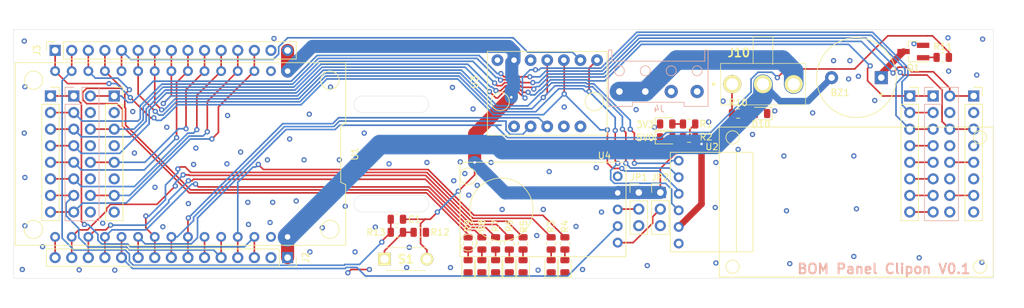
<source format=kicad_pcb>
(kicad_pcb (version 20171130) (host pcbnew "(5.1.4)-1")

  (general
    (thickness 1.6)
    (drawings 28)
    (tracks 818)
    (zones 0)
    (modules 43)
    (nets 61)
  )

  (page A4)
  (layers
    (0 F.Cu signal)
    (31 B.Cu signal)
    (32 B.Adhes user)
    (33 F.Adhes user)
    (34 B.Paste user)
    (35 F.Paste user)
    (36 B.SilkS user)
    (37 F.SilkS user)
    (38 B.Mask user)
    (39 F.Mask user)
    (40 Dwgs.User user)
    (41 Cmts.User user)
    (42 Eco1.User user)
    (43 Eco2.User user)
    (44 Edge.Cuts user)
    (45 Margin user)
    (46 B.CrtYd user)
    (47 F.CrtYd user)
    (48 B.Fab user)
    (49 F.Fab user)
  )

  (setup
    (last_trace_width 0.25)
    (user_trace_width 1)
    (user_trace_width 2)
    (user_trace_width 3)
    (trace_clearance 0.2)
    (zone_clearance 0.508)
    (zone_45_only no)
    (trace_min 0.2)
    (via_size 0.8)
    (via_drill 0.4)
    (via_min_size 0.4)
    (via_min_drill 0.3)
    (uvia_size 0.3)
    (uvia_drill 0.1)
    (uvias_allowed no)
    (uvia_min_size 0.2)
    (uvia_min_drill 0.1)
    (edge_width 0.05)
    (segment_width 0.2)
    (pcb_text_width 0.3)
    (pcb_text_size 1.5 1.5)
    (mod_edge_width 0.12)
    (mod_text_size 1 1)
    (mod_text_width 0.15)
    (pad_size 1.524 1.524)
    (pad_drill 0.762)
    (pad_to_mask_clearance 0.051)
    (solder_mask_min_width 0.25)
    (aux_axis_origin 0 0)
    (visible_elements 7FFFFFFF)
    (pcbplotparams
      (layerselection 0x010fc_ffffffff)
      (usegerberextensions false)
      (usegerberattributes false)
      (usegerberadvancedattributes false)
      (creategerberjobfile false)
      (excludeedgelayer true)
      (linewidth 0.100000)
      (plotframeref false)
      (viasonmask false)
      (mode 1)
      (useauxorigin false)
      (hpglpennumber 1)
      (hpglpenspeed 20)
      (hpglpendiameter 15.000000)
      (psnegative false)
      (psa4output false)
      (plotreference true)
      (plotvalue true)
      (plotinvisibletext false)
      (padsonsilk false)
      (subtractmaskfromsilk false)
      (outputformat 1)
      (mirror false)
      (drillshape 0)
      (scaleselection 1)
      (outputdirectory "BOMPanelClipon_Gerbers/"))
  )

  (net 0 "")
  (net 1 GND)
  (net 2 "Net-(D1-Pad2)")
  (net 3 "Net-(D2-Pad2)")
  (net 4 "Net-(D3-Pad2)")
  (net 5 OE)
  (net 6 LAT)
  (net 7 CLK)
  (net 8 C)
  (net 9 B)
  (net 10 A)
  (net 11 B1_Out)
  (net 12 G1_Out)
  (net 13 R1_Out)
  (net 14 B1)
  (net 15 G1)
  (net 16 R1)
  (net 17 +5V)
  (net 18 LEDG)
  (net 19 INT1_ACC)
  (net 20 INT2_ACC)
  (net 21 "Net-(J2-Pad15)")
  (net 22 +3V3)
  (net 23 SPI_CS_SD)
  (net 24 SPI_SCK)
  (net 25 SPI_MISO)
  (net 26 SPI_CS_ACC)
  (net 27 SPI_MOSI)
  (net 28 "Net-(J5-Pad7)")
  (net 29 "Net-(J5-Pad9)")
  (net 30 "Net-(J5-Pad10)")
  (net 31 "Net-(J5-Pad11)")
  (net 32 "Net-(J5-Pad13)")
  (net 33 "Net-(J5-Pad14)")
  (net 34 "Net-(J5-Pad15)")
  (net 35 "Net-(U3-Pad1)")
  (net 36 "Net-(U3-Pad12)")
  (net 37 "Net-(BZ1-Pad1)")
  (net 38 Button)
  (net 39 "Net-(D4-Pad2)")
  (net 40 "Net-(D5-Pad2)")
  (net 41 "Net-(D6-Pad2)")
  (net 42 "Net-(D7-Pad2)")
  (net 43 "Net-(D8-Pad2)")
  (net 44 "Net-(D9-Pad2)")
  (net 45 "Net-(D10-Pad2)")
  (net 46 Buzzer)
  (net 47 Audio)
  (net 48 "Net-(J10-Pad3)")
  (net 49 "Net-(J10-Pad1)")
  (net 50 "Net-(JP1-Pad2)")
  (net 51 "Net-(JP2-Pad2)")
  (net 52 "Net-(Q1-Pad1)")
  (net 53 LEDG1)
  (net 54 LEDR1)
  (net 55 LEDY1)
  (net 56 LEDG2)
  (net 57 LEDG3)
  (net 58 LEDG4)
  (net 59 LEDG5)
  (net 60 "Net-(R12-Pad2)")

  (net_class Default "This is the default net class."
    (clearance 0.2)
    (trace_width 0.25)
    (via_dia 0.8)
    (via_drill 0.4)
    (uvia_dia 0.3)
    (uvia_drill 0.1)
    (add_net +3V3)
    (add_net +5V)
    (add_net A)
    (add_net Audio)
    (add_net B)
    (add_net B1)
    (add_net B1_Out)
    (add_net Button)
    (add_net Buzzer)
    (add_net C)
    (add_net CLK)
    (add_net G1)
    (add_net G1_Out)
    (add_net GND)
    (add_net INT1_ACC)
    (add_net INT2_ACC)
    (add_net LAT)
    (add_net LEDG)
    (add_net LEDG1)
    (add_net LEDG2)
    (add_net LEDG3)
    (add_net LEDG4)
    (add_net LEDG5)
    (add_net LEDR1)
    (add_net LEDY1)
    (add_net "Net-(BZ1-Pad1)")
    (add_net "Net-(D1-Pad2)")
    (add_net "Net-(D10-Pad2)")
    (add_net "Net-(D2-Pad2)")
    (add_net "Net-(D3-Pad2)")
    (add_net "Net-(D4-Pad2)")
    (add_net "Net-(D5-Pad2)")
    (add_net "Net-(D6-Pad2)")
    (add_net "Net-(D7-Pad2)")
    (add_net "Net-(D8-Pad2)")
    (add_net "Net-(D9-Pad2)")
    (add_net "Net-(J10-Pad1)")
    (add_net "Net-(J10-Pad3)")
    (add_net "Net-(J2-Pad15)")
    (add_net "Net-(J5-Pad10)")
    (add_net "Net-(J5-Pad11)")
    (add_net "Net-(J5-Pad13)")
    (add_net "Net-(J5-Pad14)")
    (add_net "Net-(J5-Pad15)")
    (add_net "Net-(J5-Pad7)")
    (add_net "Net-(J5-Pad9)")
    (add_net "Net-(JP1-Pad2)")
    (add_net "Net-(JP2-Pad2)")
    (add_net "Net-(Q1-Pad1)")
    (add_net "Net-(R12-Pad2)")
    (add_net "Net-(U3-Pad1)")
    (add_net "Net-(U3-Pad12)")
    (add_net OE)
    (add_net R1)
    (add_net R1_Out)
    (add_net SPI_CS_ACC)
    (add_net SPI_CS_SD)
    (add_net SPI_MISO)
    (add_net SPI_MOSI)
    (add_net SPI_SCK)
  )

  (module Connector_PinSocket_2.54mm:PinSocket_1x08_P2.54mm_Vertical (layer F.Cu) (tedit 5A19A420) (tstamp 5FEB13AE)
    (at -59.5376 -8.89)
    (descr "Through hole straight socket strip, 1x08, 2.54mm pitch, single row (from Kicad 4.0.7), script generated")
    (tags "Through hole socket strip THT 1x08 2.54mm single row")
    (path /6000D895)
    (fp_text reference J7 (at 0 -2.77) (layer F.SilkS) hide
      (effects (font (size 1 1) (thickness 0.15)))
    )
    (fp_text value Conn_01x08_Female (at 0 20.55) (layer F.Fab)
      (effects (font (size 1 1) (thickness 0.15)))
    )
    (fp_text user %R (at 0 8.89 90) (layer F.Fab)
      (effects (font (size 1 1) (thickness 0.15)))
    )
    (fp_line (start -1.8 19.55) (end -1.8 -1.8) (layer F.CrtYd) (width 0.05))
    (fp_line (start 1.75 19.55) (end -1.8 19.55) (layer F.CrtYd) (width 0.05))
    (fp_line (start 1.75 -1.8) (end 1.75 19.55) (layer F.CrtYd) (width 0.05))
    (fp_line (start -1.8 -1.8) (end 1.75 -1.8) (layer F.CrtYd) (width 0.05))
    (fp_line (start 0 -1.33) (end 1.33 -1.33) (layer F.SilkS) (width 0.12))
    (fp_line (start 1.33 -1.33) (end 1.33 0) (layer F.SilkS) (width 0.12))
    (fp_line (start 1.33 1.27) (end 1.33 19.11) (layer F.SilkS) (width 0.12))
    (fp_line (start -1.33 19.11) (end 1.33 19.11) (layer F.SilkS) (width 0.12))
    (fp_line (start -1.33 1.27) (end -1.33 19.11) (layer F.SilkS) (width 0.12))
    (fp_line (start -1.33 1.27) (end 1.33 1.27) (layer F.SilkS) (width 0.12))
    (fp_line (start -1.27 19.05) (end -1.27 -1.27) (layer F.Fab) (width 0.1))
    (fp_line (start 1.27 19.05) (end -1.27 19.05) (layer F.Fab) (width 0.1))
    (fp_line (start 1.27 -0.635) (end 1.27 19.05) (layer F.Fab) (width 0.1))
    (fp_line (start 0.635 -1.27) (end 1.27 -0.635) (layer F.Fab) (width 0.1))
    (fp_line (start -1.27 -1.27) (end 0.635 -1.27) (layer F.Fab) (width 0.1))
    (pad 8 thru_hole oval (at 0 17.78) (size 1.7 1.7) (drill 1) (layers *.Cu *.Mask)
      (net 1 GND))
    (pad 7 thru_hole oval (at 0 15.24) (size 1.7 1.7) (drill 1) (layers *.Cu *.Mask)
      (net 6 LAT))
    (pad 6 thru_hole oval (at 0 12.7) (size 1.7 1.7) (drill 1) (layers *.Cu *.Mask)
      (net 1 GND))
    (pad 5 thru_hole oval (at 0 10.16) (size 1.7 1.7) (drill 1) (layers *.Cu *.Mask)
      (net 9 B))
    (pad 4 thru_hole oval (at 0 7.62) (size 1.7 1.7) (drill 1) (layers *.Cu *.Mask)
      (net 1 GND))
    (pad 3 thru_hole oval (at 0 5.08) (size 1.7 1.7) (drill 1) (layers *.Cu *.Mask)
      (net 12 G1_Out))
    (pad 2 thru_hole oval (at 0 2.54) (size 1.7 1.7) (drill 1) (layers *.Cu *.Mask)
      (net 1 GND))
    (pad 1 thru_hole rect (at 0 0) (size 1.7 1.7) (drill 1) (layers *.Cu *.Mask)
      (net 15 G1))
    (model ${KISYS3DMOD}/Connector_PinSocket_2.54mm.3dshapes/PinSocket_1x08_P2.54mm_Vertical.wrl
      (at (xyz 0 0 0))
      (scale (xyz 1 1 1))
      (rotate (xyz 0 0 0))
    )
  )

  (module Capacitor_SMD:C_0805_2012Metric (layer F.Cu) (tedit 5B36C52B) (tstamp 5FF22D6E)
    (at -16.3 10 180)
    (descr "Capacitor SMD 0805 (2012 Metric), square (rectangular) end terminal, IPC_7351 nominal, (Body size source: https://docs.google.com/spreadsheets/d/1BsfQQcO9C6DZCsRaXUlFlo91Tg2WpOkGARC1WS5S8t0/edit?usp=sharing), generated with kicad-footprint-generator")
    (tags capacitor)
    (path /60016399)
    (attr smd)
    (fp_text reference C1 (at -2.7 0) (layer F.SilkS)
      (effects (font (size 1 1) (thickness 0.15)))
    )
    (fp_text value C (at 0 1.65) (layer F.Fab)
      (effects (font (size 1 1) (thickness 0.15)))
    )
    (fp_text user %R (at 0 0) (layer F.Fab)
      (effects (font (size 0.5 0.5) (thickness 0.08)))
    )
    (fp_line (start 1.68 0.95) (end -1.68 0.95) (layer F.CrtYd) (width 0.05))
    (fp_line (start 1.68 -0.95) (end 1.68 0.95) (layer F.CrtYd) (width 0.05))
    (fp_line (start -1.68 -0.95) (end 1.68 -0.95) (layer F.CrtYd) (width 0.05))
    (fp_line (start -1.68 0.95) (end -1.68 -0.95) (layer F.CrtYd) (width 0.05))
    (fp_line (start -0.258578 0.71) (end 0.258578 0.71) (layer F.SilkS) (width 0.12))
    (fp_line (start -0.258578 -0.71) (end 0.258578 -0.71) (layer F.SilkS) (width 0.12))
    (fp_line (start 1 0.6) (end -1 0.6) (layer F.Fab) (width 0.1))
    (fp_line (start 1 -0.6) (end 1 0.6) (layer F.Fab) (width 0.1))
    (fp_line (start -1 -0.6) (end 1 -0.6) (layer F.Fab) (width 0.1))
    (fp_line (start -1 0.6) (end -1 -0.6) (layer F.Fab) (width 0.1))
    (pad 2 smd roundrect (at 0.9375 0 180) (size 0.975 1.4) (layers F.Cu F.Paste F.Mask) (roundrect_rratio 0.25)
      (net 38 Button))
    (pad 1 smd roundrect (at -0.9375 0 180) (size 0.975 1.4) (layers F.Cu F.Paste F.Mask) (roundrect_rratio 0.25)
      (net 22 +3V3))
    (model ${KISYS3DMOD}/Capacitor_SMD.3dshapes/C_0805_2012Metric.wrl
      (at (xyz 0 0 0))
      (scale (xyz 1 1 1))
      (rotate (xyz 0 0 0))
    )
  )

  (module Resistor_SMD:R_0805_2012Metric (layer F.Cu) (tedit 5B36C52B) (tstamp 5FF22D5E)
    (at -16.3 12)
    (descr "Resistor SMD 0805 (2012 Metric), square (rectangular) end terminal, IPC_7351 nominal, (Body size source: https://docs.google.com/spreadsheets/d/1BsfQQcO9C6DZCsRaXUlFlo91Tg2WpOkGARC1WS5S8t0/edit?usp=sharing), generated with kicad-footprint-generator")
    (tags resistor)
    (path /600135C8)
    (attr smd)
    (fp_text reference R13 (at -3.2 0) (layer F.SilkS)
      (effects (font (size 1 1) (thickness 0.15)))
    )
    (fp_text value 10k (at 0 1.65) (layer F.Fab)
      (effects (font (size 1 1) (thickness 0.15)))
    )
    (fp_text user %R (at 0 0) (layer F.Fab)
      (effects (font (size 0.5 0.5) (thickness 0.08)))
    )
    (fp_line (start 1.68 0.95) (end -1.68 0.95) (layer F.CrtYd) (width 0.05))
    (fp_line (start 1.68 -0.95) (end 1.68 0.95) (layer F.CrtYd) (width 0.05))
    (fp_line (start -1.68 -0.95) (end 1.68 -0.95) (layer F.CrtYd) (width 0.05))
    (fp_line (start -1.68 0.95) (end -1.68 -0.95) (layer F.CrtYd) (width 0.05))
    (fp_line (start -0.258578 0.71) (end 0.258578 0.71) (layer F.SilkS) (width 0.12))
    (fp_line (start -0.258578 -0.71) (end 0.258578 -0.71) (layer F.SilkS) (width 0.12))
    (fp_line (start 1 0.6) (end -1 0.6) (layer F.Fab) (width 0.1))
    (fp_line (start 1 -0.6) (end 1 0.6) (layer F.Fab) (width 0.1))
    (fp_line (start -1 -0.6) (end 1 -0.6) (layer F.Fab) (width 0.1))
    (fp_line (start -1 0.6) (end -1 -0.6) (layer F.Fab) (width 0.1))
    (pad 2 smd roundrect (at 0.9375 0) (size 0.975 1.4) (layers F.Cu F.Paste F.Mask) (roundrect_rratio 0.25)
      (net 60 "Net-(R12-Pad2)"))
    (pad 1 smd roundrect (at -0.9375 0) (size 0.975 1.4) (layers F.Cu F.Paste F.Mask) (roundrect_rratio 0.25)
      (net 38 Button))
    (model ${KISYS3DMOD}/Resistor_SMD.3dshapes/R_0805_2012Metric.wrl
      (at (xyz 0 0 0))
      (scale (xyz 1 1 1))
      (rotate (xyz 0 0 0))
    )
  )

  (module Resistor_SMD:R_0805_2012Metric (layer F.Cu) (tedit 5B36C52B) (tstamp 5FF22D4E)
    (at -12.8 12 180)
    (descr "Resistor SMD 0805 (2012 Metric), square (rectangular) end terminal, IPC_7351 nominal, (Body size source: https://docs.google.com/spreadsheets/d/1BsfQQcO9C6DZCsRaXUlFlo91Tg2WpOkGARC1WS5S8t0/edit?usp=sharing), generated with kicad-footprint-generator")
    (tags resistor)
    (path /60021CF3)
    (attr smd)
    (fp_text reference R12 (at -3.1 0) (layer F.SilkS)
      (effects (font (size 1 1) (thickness 0.15)))
    )
    (fp_text value 100k (at 0 1.65) (layer F.Fab)
      (effects (font (size 1 1) (thickness 0.15)))
    )
    (fp_line (start -1 0.6) (end -1 -0.6) (layer F.Fab) (width 0.1))
    (fp_line (start -1 -0.6) (end 1 -0.6) (layer F.Fab) (width 0.1))
    (fp_line (start 1 -0.6) (end 1 0.6) (layer F.Fab) (width 0.1))
    (fp_line (start 1 0.6) (end -1 0.6) (layer F.Fab) (width 0.1))
    (fp_line (start -0.258578 -0.71) (end 0.258578 -0.71) (layer F.SilkS) (width 0.12))
    (fp_line (start -0.258578 0.71) (end 0.258578 0.71) (layer F.SilkS) (width 0.12))
    (fp_line (start -1.68 0.95) (end -1.68 -0.95) (layer F.CrtYd) (width 0.05))
    (fp_line (start -1.68 -0.95) (end 1.68 -0.95) (layer F.CrtYd) (width 0.05))
    (fp_line (start 1.68 -0.95) (end 1.68 0.95) (layer F.CrtYd) (width 0.05))
    (fp_line (start 1.68 0.95) (end -1.68 0.95) (layer F.CrtYd) (width 0.05))
    (fp_text user %R (at 0 0) (layer F.Fab)
      (effects (font (size 0.5 0.5) (thickness 0.08)))
    )
    (pad 1 smd roundrect (at -0.9375 0 180) (size 0.975 1.4) (layers F.Cu F.Paste F.Mask) (roundrect_rratio 0.25)
      (net 1 GND))
    (pad 2 smd roundrect (at 0.9375 0 180) (size 0.975 1.4) (layers F.Cu F.Paste F.Mask) (roundrect_rratio 0.25)
      (net 60 "Net-(R12-Pad2)"))
    (model ${KISYS3DMOD}/Resistor_SMD.3dshapes/R_0805_2012Metric.wrl
      (at (xyz 0 0 0))
      (scale (xyz 1 1 1))
      (rotate (xyz 0 0 0))
    )
  )

  (module LolomoloKiCADLib:MicroSDCardAdapter (layer F.Cu) (tedit 5FF0EB2F) (tstamp 5FEB1459)
    (at 53.975 7.366)
    (path /5FEEA3EC)
    (fp_text reference U2 (at -22.075 -8.466 180) (layer F.SilkS)
      (effects (font (size 1 1) (thickness 0.15)))
    )
    (fp_text value MicroSDCardAdaptor (at -9.398 -9.652) (layer F.Fab)
      (effects (font (size 1 1) (thickness 0.15)))
    )
    (fp_line (start -20.955 -11.4935) (end 20.955 -11.4935) (layer F.SilkS) (width 0.12))
    (fp_line (start -20.955 11.4935) (end 20.955 11.4935) (layer F.SilkS) (width 0.12))
    (fp_line (start 20.955 11.4935) (end 20.955 -11.4935) (layer F.SilkS) (width 0.12))
    (fp_line (start -20.955 -11.4935) (end -20.955 11.4935) (layer F.SilkS) (width 0.12))
    (fp_circle (center -18.923 -9.906) (end -17.907 -9.906) (layer F.SilkS) (width 0.12))
    (fp_circle (center 18.923 -9.906) (end 19.939 -9.906) (layer F.SilkS) (width 0.12))
    (fp_circle (center 18.923 9.906) (end 19.939 9.906) (layer F.SilkS) (width 0.12))
    (fp_circle (center -18.923 9.906) (end -17.907 9.906) (layer F.SilkS) (width 0.12))
    (fp_line (start -28.448 -7.62) (end -15.7988 -7.62) (layer F.SilkS) (width 0.12))
    (fp_line (start -28.448 7.62) (end -15.7988 7.62) (layer F.SilkS) (width 0.12))
    (fp_line (start -28.448 -7.62) (end -28.448 7.62) (layer F.SilkS) (width 0.12))
    (fp_line (start -15.7988 -7.62) (end -15.7988 7.62) (layer F.SilkS) (width 0.12))
    (fp_line (start -18.3388 7.62) (end -18.3388 -7.62) (layer F.SilkS) (width 0.12))
    (pad 1 thru_hole circle (at -27.1653 -6.35 270) (size 1.5 1.5) (drill 0.85) (layers *.Cu *.Mask)
      (net 23 SPI_CS_SD))
    (pad 2 thru_hole circle (at -27.1653 -3.81 270) (size 1.5 1.5) (drill 0.85) (layers *.Cu *.Mask)
      (net 24 SPI_SCK))
    (pad 3 thru_hole circle (at -27.1653 -1.27 270) (size 1.5 1.5) (drill 0.85) (layers *.Cu *.Mask)
      (net 27 SPI_MOSI))
    (pad 4 thru_hole circle (at -27.1653 1.27 270) (size 1.5 1.5) (drill 0.85) (layers *.Cu *.Mask)
      (net 25 SPI_MISO))
    (pad 5 thru_hole circle (at -27.1653 3.81 270) (size 1.5 1.5) (drill 0.85) (layers *.Cu *.Mask)
      (net 17 +5V))
    (pad 6 thru_hole circle (at -27.1653 6.35 270) (size 1.5 1.5) (drill 0.85) (layers *.Cu *.Mask)
      (net 1 GND))
  )

  (module LolomoloKiCADLib:NODEMCU-32S_ESP32 (layer F.Cu) (tedit 5FF0DA3A) (tstamp 5FEB1447)
    (at -50.8 0 180)
    (path /5FEB1A58)
    (fp_text reference U1 (at -28.07 0 90) (layer F.SilkS)
      (effects (font (size 1 1) (thickness 0.15)))
    )
    (fp_text value NodeMCU-32S (at 0 0) (layer F.Fab)
      (effects (font (size 1 1) (thickness 0.15)))
    )
    (fp_line (start -26.67 13.9954) (end 23.876 13.9954) (layer F.SilkS) (width 0.12))
    (fp_line (start 23.876 13.9954) (end 23.876 -13.9954) (layer F.SilkS) (width 0.12))
    (fp_line (start 23.876 -13.9954) (end -26.67 -13.9954) (layer F.SilkS) (width 0.12))
    (fp_line (start -26.67 -13.9954) (end -26.67 -4.699) (layer F.SilkS) (width 0.12))
    (fp_line (start -26.67 -4.699) (end -25.908 -4.318) (layer F.SilkS) (width 0.12))
    (fp_line (start -25.908 -4.318) (end -25.908 4.318) (layer F.SilkS) (width 0.12))
    (fp_line (start -26.67 13.9954) (end -26.67 4.699) (layer F.SilkS) (width 0.12))
    (fp_line (start -26.67 4.699) (end -25.908 4.318) (layer F.SilkS) (width 0.12))
    (fp_circle (center -24.257 -11.557) (end -22.86 -11.557) (layer F.SilkS) (width 0.12))
    (fp_circle (center 21.082 -11.557) (end 22.479 -11.557) (layer F.SilkS) (width 0.12))
    (fp_circle (center -24.257 11.303) (end -22.86 11.303) (layer F.SilkS) (width 0.12))
    (fp_circle (center 21.082 11.303) (end 22.479 11.303) (layer F.SilkS) (width 0.12))
    (pad 30 thru_hole circle (at -17.78 12.7 180) (size 1.5 1.5) (drill 0.85) (layers *.Cu *.Mask)
      (net 22 +3V3))
    (pad 1 thru_hole circle (at -17.78 -12.7 180) (size 1.5 1.5) (drill 0.85) (layers *.Cu *.Mask)
      (net 17 +5V))
    (pad 29 thru_hole circle (at -15.24 12.7 180) (size 1.5 1.5) (drill 0.85) (layers *.Cu *.Mask)
      (net 1 GND))
    (pad 2 thru_hole circle (at -15.24 -12.7 180) (size 1.5 1.5) (drill 0.85) (layers *.Cu *.Mask)
      (net 1 GND))
    (pad 28 thru_hole circle (at -12.7 12.7 180) (size 1.5 1.5) (drill 0.85) (layers *.Cu *.Mask)
      (net 5 OE))
    (pad 3 thru_hole circle (at -12.7 -12.7 180) (size 1.5 1.5) (drill 0.85) (layers *.Cu *.Mask)
      (net 16 R1))
    (pad 27 thru_hole circle (at -10.16 12.7 180) (size 1.5 1.5) (drill 0.85) (layers *.Cu *.Mask)
      (net 6 LAT))
    (pad 4 thru_hole circle (at -10.16 -12.7 180) (size 1.5 1.5) (drill 0.85) (layers *.Cu *.Mask)
      (net 55 LEDY1))
    (pad 26 thru_hole circle (at -7.62 12.7 180) (size 1.5 1.5) (drill 0.85) (layers *.Cu *.Mask)
      (net 8 C))
    (pad 5 thru_hole circle (at -7.62 -12.7 180) (size 1.5 1.5) (drill 0.85) (layers *.Cu *.Mask)
      (net 7 CLK))
    (pad 25 thru_hole circle (at -5.08 12.7 180) (size 1.5 1.5) (drill 0.85) (layers *.Cu *.Mask)
      (net 9 B))
    (pad 6 thru_hole circle (at -5.08 -12.7 180) (size 1.5 1.5) (drill 0.85) (layers *.Cu *.Mask)
      (net 18 LEDG))
    (pad 24 thru_hole circle (at -2.54 12.7 180) (size 1.5 1.5) (drill 0.85) (layers *.Cu *.Mask)
      (net 10 A))
    (pad 7 thru_hole circle (at -2.54 -12.7 180) (size 1.5 1.5) (drill 0.85) (layers *.Cu *.Mask)
      (net 19 INT1_ACC))
    (pad 23 thru_hole circle (at 0 12.7 180) (size 1.5 1.5) (drill 0.85) (layers *.Cu *.Mask)
      (net 23 SPI_CS_SD))
    (pad 8 thru_hole circle (at 0 -12.7 180) (size 1.5 1.5) (drill 0.85) (layers *.Cu *.Mask)
      (net 20 INT2_ACC))
    (pad 22 thru_hole circle (at 2.54 12.7 180) (size 1.5 1.5) (drill 0.85) (layers *.Cu *.Mask)
      (net 24 SPI_SCK))
    (pad 9 thru_hole circle (at 2.54 -12.7 180) (size 1.5 1.5) (drill 0.85) (layers *.Cu *.Mask)
      (net 54 LEDR1))
    (pad 21 thru_hole circle (at 5.08 12.7 180) (size 1.5 1.5) (drill 0.85) (layers *.Cu *.Mask)
      (net 25 SPI_MISO))
    (pad 10 thru_hole circle (at 5.08 -12.7 180) (size 1.5 1.5) (drill 0.85) (layers *.Cu *.Mask)
      (net 46 Buzzer))
    (pad 20 thru_hole circle (at 7.62 12.7 180) (size 1.5 1.5) (drill 0.85) (layers *.Cu *.Mask)
      (net 26 SPI_CS_ACC))
    (pad 11 thru_hole circle (at 7.62 -12.7 180) (size 1.5 1.5) (drill 0.85) (layers *.Cu *.Mask)
      (net 47 Audio))
    (pad 19 thru_hole circle (at 10.16 12.7 180) (size 1.5 1.5) (drill 0.85) (layers *.Cu *.Mask)
      (net 59 LEDG5))
    (pad 12 thru_hole circle (at 10.16 -12.7 180) (size 1.5 1.5) (drill 0.85) (layers *.Cu *.Mask)
      (net 57 LEDG3))
    (pad 18 thru_hole circle (at 12.7 12.7 180) (size 1.5 1.5) (drill 0.85) (layers *.Cu *.Mask)
      (net 58 LEDG4))
    (pad 13 thru_hole circle (at 12.7 -12.7 180) (size 1.5 1.5) (drill 0.85) (layers *.Cu *.Mask)
      (net 56 LEDG2))
    (pad 17 thru_hole circle (at 15.24 12.7 180) (size 1.5 1.5) (drill 0.85) (layers *.Cu *.Mask)
      (net 38 Button))
    (pad 14 thru_hole circle (at 15.24 -12.7 180) (size 1.5 1.5) (drill 0.85) (layers *.Cu *.Mask)
      (net 53 LEDG1))
    (pad 16 thru_hole circle (at 17.78 12.7 180) (size 1.5 1.5) (drill 0.85) (layers *.Cu *.Mask)
      (net 27 SPI_MOSI))
    (pad 15 thru_hole circle (at 17.78 -12.7 180) (size 1.5 1.5) (drill 0.85) (layers *.Cu *.Mask)
      (net 21 "Net-(J2-Pad15)"))
  )

  (module LolomoloKiCADLib:LSM6DS3_Breakout (layer F.Cu) (tedit 5FF0D6C3) (tstamp 5FEB146D)
    (at 6.7 -9.3 90)
    (path /5FEDBBAC)
    (fp_text reference U3 (at 1.7 -11.1 270) (layer F.SilkS)
      (effects (font (size 1 1) (thickness 0.15)))
    )
    (fp_text value LSM6DS3_Breakout (at 5.334 -9.906 90) (layer F.Fab)
      (effects (font (size 1 1) (thickness 0.15)))
    )
    (fp_circle (center -1.27 7.2009) (end 0.13335 7.2009) (layer F.SilkS) (width 0.12))
    (fp_circle (center -1.27 -7.2009) (end 0.13335 -7.2009) (layer F.SilkS) (width 0.12))
    (fp_line (start -6.4135 9.144) (end -6.4135 -9.144) (layer F.SilkS) (width 0.12))
    (fp_line (start 6.4135 -9.144) (end 6.4135 9.144) (layer F.SilkS) (width 0.12))
    (fp_line (start 6.4135 9.144) (end -6.4135 9.144) (layer F.SilkS) (width 0.12))
    (fp_line (start 6.4135 -9.144) (end -6.4135 -9.144) (layer F.SilkS) (width 0.12))
    (pad 12 thru_hole circle (at 5.08 -7.62 90) (size 1.8 1.8) (drill 0.85) (layers *.Cu *.Mask)
      (net 36 "Net-(U3-Pad12)"))
    (pad 11 thru_hole circle (at 5.08 -5.08 90) (size 1.8 1.8) (drill 0.85) (layers *.Cu *.Mask)
      (net 22 +3V3))
    (pad 10 thru_hole circle (at 5.08 -2.54 90) (size 1.8 1.8) (drill 0.85) (layers *.Cu *.Mask)
      (net 1 GND))
    (pad 9 thru_hole circle (at 5.08 0 90) (size 1.8 1.8) (drill 0.85) (layers *.Cu *.Mask)
      (net 24 SPI_SCK))
    (pad 8 thru_hole circle (at 5.08 2.54 90) (size 1.8 1.8) (drill 0.85) (layers *.Cu *.Mask)
      (net 27 SPI_MOSI))
    (pad 7 thru_hole circle (at 5.08 5.08 90) (size 1.8 1.8) (drill 0.85) (layers *.Cu *.Mask)
      (net 26 SPI_CS_ACC))
    (pad 6 thru_hole circle (at 5.08 7.62 90) (size 1.8 1.8) (drill 0.85) (layers *.Cu *.Mask)
      (net 25 SPI_MISO))
    (pad 5 thru_hole circle (at -5.08 5.08 90) (size 1.8 1.8) (drill 0.85) (layers *.Cu *.Mask)
      (net 1 GND))
    (pad 4 thru_hole circle (at -5.08 2.54 90) (size 1.8 1.8) (drill 0.85) (layers *.Cu *.Mask)
      (net 1 GND))
    (pad 3 thru_hole circle (at -5.08 0 90) (size 1.8 1.8) (drill 0.85) (layers *.Cu *.Mask)
      (net 19 INT1_ACC))
    (pad 2 thru_hole circle (at -5.08 -2.54 90) (size 1.8 1.8) (drill 0.85) (layers *.Cu *.Mask)
      (net 20 INT2_ACC))
    (pad 1 thru_hole circle (at -5.08 -5.08 90) (size 1.8 1.8) (drill 0.85) (layers *.Cu *.Mask)
      (net 35 "Net-(U3-Pad1)"))
  )

  (module Diode_SMD:D_0805_2012Metric (layer F.Cu) (tedit 5B36C52B) (tstamp 5FEB12BE)
    (at 24.9 -4.6)
    (descr "Diode SMD 0805 (2012 Metric), square (rectangular) end terminal, IPC_7351 nominal, (Body size source: https://docs.google.com/spreadsheets/d/1BsfQQcO9C6DZCsRaXUlFlo91Tg2WpOkGARC1WS5S8t0/edit?usp=sharing), generated with kicad-footprint-generator")
    (tags diode)
    (path /5FEFFB02)
    (attr smd)
    (fp_text reference D1 (at 0 -1.65) (layer F.SilkS) hide
      (effects (font (size 1 1) (thickness 0.15)))
    )
    (fp_text value LEDO (at 0 1.65) (layer F.Fab)
      (effects (font (size 1 1) (thickness 0.15)))
    )
    (fp_line (start 1 -0.6) (end -0.7 -0.6) (layer F.Fab) (width 0.1))
    (fp_line (start -0.7 -0.6) (end -1 -0.3) (layer F.Fab) (width 0.1))
    (fp_line (start -1 -0.3) (end -1 0.6) (layer F.Fab) (width 0.1))
    (fp_line (start -1 0.6) (end 1 0.6) (layer F.Fab) (width 0.1))
    (fp_line (start 1 0.6) (end 1 -0.6) (layer F.Fab) (width 0.1))
    (fp_line (start 1 -0.96) (end -1.685 -0.96) (layer F.SilkS) (width 0.12))
    (fp_line (start -1.685 -0.96) (end -1.685 0.96) (layer F.SilkS) (width 0.12))
    (fp_line (start -1.685 0.96) (end 1 0.96) (layer F.SilkS) (width 0.12))
    (fp_line (start -1.68 0.95) (end -1.68 -0.95) (layer F.CrtYd) (width 0.05))
    (fp_line (start -1.68 -0.95) (end 1.68 -0.95) (layer F.CrtYd) (width 0.05))
    (fp_line (start 1.68 -0.95) (end 1.68 0.95) (layer F.CrtYd) (width 0.05))
    (fp_line (start 1.68 0.95) (end -1.68 0.95) (layer F.CrtYd) (width 0.05))
    (fp_text user %R (at 0 0) (layer F.Fab)
      (effects (font (size 0.5 0.5) (thickness 0.08)))
    )
    (pad 1 smd roundrect (at -0.9375 0) (size 0.975 1.4) (layers F.Cu F.Paste F.Mask) (roundrect_rratio 0.25)
      (net 1 GND))
    (pad 2 smd roundrect (at 0.9375 0) (size 0.975 1.4) (layers F.Cu F.Paste F.Mask) (roundrect_rratio 0.25)
      (net 2 "Net-(D1-Pad2)"))
    (model ${KISYS3DMOD}/Diode_SMD.3dshapes/D_0805_2012Metric.wrl
      (at (xyz 0 0 0))
      (scale (xyz 1 1 1))
      (rotate (xyz 0 0 0))
    )
  )

  (module Diode_SMD:D_0805_2012Metric (layer F.Cu) (tedit 5B36C52B) (tstamp 5FEB12D1)
    (at 24.9 -2.5)
    (descr "Diode SMD 0805 (2012 Metric), square (rectangular) end terminal, IPC_7351 nominal, (Body size source: https://docs.google.com/spreadsheets/d/1BsfQQcO9C6DZCsRaXUlFlo91Tg2WpOkGARC1WS5S8t0/edit?usp=sharing), generated with kicad-footprint-generator")
    (tags diode)
    (path /5FF0C6A8)
    (attr smd)
    (fp_text reference D2 (at 0 -1.65) (layer F.SilkS) hide
      (effects (font (size 1 1) (thickness 0.15)))
    )
    (fp_text value LEDO (at 0 1.65) (layer F.Fab)
      (effects (font (size 1 1) (thickness 0.15)))
    )
    (fp_text user %R (at 0 0) (layer F.Fab)
      (effects (font (size 0.5 0.5) (thickness 0.08)))
    )
    (fp_line (start 1.68 0.95) (end -1.68 0.95) (layer F.CrtYd) (width 0.05))
    (fp_line (start 1.68 -0.95) (end 1.68 0.95) (layer F.CrtYd) (width 0.05))
    (fp_line (start -1.68 -0.95) (end 1.68 -0.95) (layer F.CrtYd) (width 0.05))
    (fp_line (start -1.68 0.95) (end -1.68 -0.95) (layer F.CrtYd) (width 0.05))
    (fp_line (start -1.685 0.96) (end 1 0.96) (layer F.SilkS) (width 0.12))
    (fp_line (start -1.685 -0.96) (end -1.685 0.96) (layer F.SilkS) (width 0.12))
    (fp_line (start 1 -0.96) (end -1.685 -0.96) (layer F.SilkS) (width 0.12))
    (fp_line (start 1 0.6) (end 1 -0.6) (layer F.Fab) (width 0.1))
    (fp_line (start -1 0.6) (end 1 0.6) (layer F.Fab) (width 0.1))
    (fp_line (start -1 -0.3) (end -1 0.6) (layer F.Fab) (width 0.1))
    (fp_line (start -0.7 -0.6) (end -1 -0.3) (layer F.Fab) (width 0.1))
    (fp_line (start 1 -0.6) (end -0.7 -0.6) (layer F.Fab) (width 0.1))
    (pad 2 smd roundrect (at 0.9375 0) (size 0.975 1.4) (layers F.Cu F.Paste F.Mask) (roundrect_rratio 0.25)
      (net 3 "Net-(D2-Pad2)"))
    (pad 1 smd roundrect (at -0.9375 0) (size 0.975 1.4) (layers F.Cu F.Paste F.Mask) (roundrect_rratio 0.25)
      (net 1 GND))
    (model ${KISYS3DMOD}/Diode_SMD.3dshapes/D_0805_2012Metric.wrl
      (at (xyz 0 0 0))
      (scale (xyz 1 1 1))
      (rotate (xyz 0 0 0))
    )
  )

  (module Diode_SMD:D_0805_2012Metric (layer F.Cu) (tedit 5B36C52B) (tstamp 5FEB12E4)
    (at 3 17.2 90)
    (descr "Diode SMD 0805 (2012 Metric), square (rectangular) end terminal, IPC_7351 nominal, (Body size source: https://docs.google.com/spreadsheets/d/1BsfQQcO9C6DZCsRaXUlFlo91Tg2WpOkGARC1WS5S8t0/edit?usp=sharing), generated with kicad-footprint-generator")
    (tags diode)
    (path /60037267)
    (attr smd)
    (fp_text reference D5 (at 0 -1.65 90) (layer F.SilkS) hide
      (effects (font (size 1 1) (thickness 0.15)))
    )
    (fp_text value LEDG (at 0 1.65 90) (layer F.Fab)
      (effects (font (size 1 1) (thickness 0.15)))
    )
    (fp_line (start 1 -0.6) (end -0.7 -0.6) (layer F.Fab) (width 0.1))
    (fp_line (start -0.7 -0.6) (end -1 -0.3) (layer F.Fab) (width 0.1))
    (fp_line (start -1 -0.3) (end -1 0.6) (layer F.Fab) (width 0.1))
    (fp_line (start -1 0.6) (end 1 0.6) (layer F.Fab) (width 0.1))
    (fp_line (start 1 0.6) (end 1 -0.6) (layer F.Fab) (width 0.1))
    (fp_line (start 1 -0.96) (end -1.685 -0.96) (layer F.SilkS) (width 0.12))
    (fp_line (start -1.685 -0.96) (end -1.685 0.96) (layer F.SilkS) (width 0.12))
    (fp_line (start -1.685 0.96) (end 1 0.96) (layer F.SilkS) (width 0.12))
    (fp_line (start -1.68 0.95) (end -1.68 -0.95) (layer F.CrtYd) (width 0.05))
    (fp_line (start -1.68 -0.95) (end 1.68 -0.95) (layer F.CrtYd) (width 0.05))
    (fp_line (start 1.68 -0.95) (end 1.68 0.95) (layer F.CrtYd) (width 0.05))
    (fp_line (start 1.68 0.95) (end -1.68 0.95) (layer F.CrtYd) (width 0.05))
    (fp_text user %R (at 0 0 90) (layer F.Fab)
      (effects (font (size 0.5 0.5) (thickness 0.08)))
    )
    (pad 1 smd roundrect (at -0.9375 0 90) (size 0.975 1.4) (layers F.Cu F.Paste F.Mask) (roundrect_rratio 0.25)
      (net 1 GND))
    (pad 2 smd roundrect (at 0.9375 0 90) (size 0.975 1.4) (layers F.Cu F.Paste F.Mask) (roundrect_rratio 0.25)
      (net 40 "Net-(D5-Pad2)"))
    (model ${KISYS3DMOD}/Diode_SMD.3dshapes/D_0805_2012Metric.wrl
      (at (xyz 0 0 0))
      (scale (xyz 1 1 1))
      (rotate (xyz 0 0 0))
    )
  )

  (module Connector_PinSocket_2.54mm:PinSocket_2x08_P2.54mm_Vertical (layer B.Cu) (tedit 5A19A42B) (tstamp 5FEB130A)
    (at -65.73 -8.89 180)
    (descr "Through hole straight socket strip, 2x08, 2.54mm pitch, double cols (from Kicad 4.0.7), script generated")
    (tags "Through hole socket strip THT 2x08 2.54mm double row")
    (path /5FEA94D2)
    (fp_text reference J1 (at -1.27 2.77) (layer B.SilkS) hide
      (effects (font (size 1 1) (thickness 0.15)) (justify mirror))
    )
    (fp_text value Conn_02x08_Odd_Even (at -1.27 -20.55) (layer B.Fab)
      (effects (font (size 1 1) (thickness 0.15)) (justify mirror))
    )
    (fp_text user %R (at -1.27 -8.89 270) (layer B.Fab)
      (effects (font (size 1 1) (thickness 0.15)) (justify mirror))
    )
    (fp_line (start -4.34 -19.55) (end -4.34 1.8) (layer B.CrtYd) (width 0.05))
    (fp_line (start 1.76 -19.55) (end -4.34 -19.55) (layer B.CrtYd) (width 0.05))
    (fp_line (start 1.76 1.8) (end 1.76 -19.55) (layer B.CrtYd) (width 0.05))
    (fp_line (start -4.34 1.8) (end 1.76 1.8) (layer B.CrtYd) (width 0.05))
    (fp_line (start 0 1.33) (end 1.33 1.33) (layer B.SilkS) (width 0.12))
    (fp_line (start 1.33 1.33) (end 1.33 0) (layer B.SilkS) (width 0.12))
    (fp_line (start -1.27 1.33) (end -1.27 -1.27) (layer B.SilkS) (width 0.12))
    (fp_line (start -1.27 -1.27) (end 1.33 -1.27) (layer B.SilkS) (width 0.12))
    (fp_line (start 1.33 -1.27) (end 1.33 -19.11) (layer B.SilkS) (width 0.12))
    (fp_line (start -3.87 -19.11) (end 1.33 -19.11) (layer B.SilkS) (width 0.12))
    (fp_line (start -3.87 1.33) (end -3.87 -19.11) (layer B.SilkS) (width 0.12))
    (fp_line (start -3.87 1.33) (end -1.27 1.33) (layer B.SilkS) (width 0.12))
    (fp_line (start -3.81 -19.05) (end -3.81 1.27) (layer B.Fab) (width 0.1))
    (fp_line (start 1.27 -19.05) (end -3.81 -19.05) (layer B.Fab) (width 0.1))
    (fp_line (start 1.27 0.27) (end 1.27 -19.05) (layer B.Fab) (width 0.1))
    (fp_line (start 0.27 1.27) (end 1.27 0.27) (layer B.Fab) (width 0.1))
    (fp_line (start -3.81 1.27) (end 0.27 1.27) (layer B.Fab) (width 0.1))
    (pad 16 thru_hole oval (at -2.54 -17.78 180) (size 1.7 1.7) (drill 1) (layers *.Cu *.Mask)
      (net 1 GND))
    (pad 15 thru_hole oval (at 0 -17.78 180) (size 1.7 1.7) (drill 1) (layers *.Cu *.Mask)
      (net 5 OE))
    (pad 14 thru_hole oval (at -2.54 -15.24 180) (size 1.7 1.7) (drill 1) (layers *.Cu *.Mask)
      (net 6 LAT))
    (pad 13 thru_hole oval (at 0 -15.24 180) (size 1.7 1.7) (drill 1) (layers *.Cu *.Mask)
      (net 7 CLK))
    (pad 12 thru_hole oval (at -2.54 -12.7 180) (size 1.7 1.7) (drill 1) (layers *.Cu *.Mask)
      (net 1 GND))
    (pad 11 thru_hole oval (at 0 -12.7 180) (size 1.7 1.7) (drill 1) (layers *.Cu *.Mask)
      (net 8 C))
    (pad 10 thru_hole oval (at -2.54 -10.16 180) (size 1.7 1.7) (drill 1) (layers *.Cu *.Mask)
      (net 9 B))
    (pad 9 thru_hole oval (at 0 -10.16 180) (size 1.7 1.7) (drill 1) (layers *.Cu *.Mask)
      (net 10 A))
    (pad 8 thru_hole oval (at -2.54 -7.62 180) (size 1.7 1.7) (drill 1) (layers *.Cu *.Mask)
      (net 1 GND))
    (pad 7 thru_hole oval (at 0 -7.62 180) (size 1.7 1.7) (drill 1) (layers *.Cu *.Mask)
      (net 11 B1_Out))
    (pad 6 thru_hole oval (at -2.54 -5.08 180) (size 1.7 1.7) (drill 1) (layers *.Cu *.Mask)
      (net 12 G1_Out))
    (pad 5 thru_hole oval (at 0 -5.08 180) (size 1.7 1.7) (drill 1) (layers *.Cu *.Mask)
      (net 13 R1_Out))
    (pad 4 thru_hole oval (at -2.54 -2.54 180) (size 1.7 1.7) (drill 1) (layers *.Cu *.Mask)
      (net 1 GND))
    (pad 3 thru_hole oval (at 0 -2.54 180) (size 1.7 1.7) (drill 1) (layers *.Cu *.Mask)
      (net 14 B1))
    (pad 2 thru_hole oval (at -2.54 0 180) (size 1.7 1.7) (drill 1) (layers *.Cu *.Mask)
      (net 15 G1))
    (pad 1 thru_hole rect (at 0 0 180) (size 1.7 1.7) (drill 1) (layers *.Cu *.Mask)
      (net 16 R1))
    (model ${KISYS3DMOD}/Connector_PinSocket_2.54mm.3dshapes/PinSocket_2x08_P2.54mm_Vertical.wrl
      (at (xyz 0 0 0))
      (scale (xyz 1 1 1))
      (rotate (xyz 0 0 0))
    )
  )

  (module Connector_PinSocket_2.54mm:PinSocket_1x15_P2.54mm_Vertical (layer F.Cu) (tedit 5A19A41D) (tstamp 5FEB132D)
    (at -33.02 15.875 270)
    (descr "Through hole straight socket strip, 1x15, 2.54mm pitch, single row (from Kicad 4.0.7), script generated")
    (tags "Through hole socket strip THT 1x15 2.54mm single row")
    (path /5FF4B8BC)
    (fp_text reference J2 (at 0 -2.77 90) (layer F.SilkS)
      (effects (font (size 1 1) (thickness 0.15)))
    )
    (fp_text value Conn_01x15_Female (at 0 38.33 90) (layer F.Fab)
      (effects (font (size 1 1) (thickness 0.15)))
    )
    (fp_line (start -1.27 -1.27) (end 0.635 -1.27) (layer F.Fab) (width 0.1))
    (fp_line (start 0.635 -1.27) (end 1.27 -0.635) (layer F.Fab) (width 0.1))
    (fp_line (start 1.27 -0.635) (end 1.27 36.83) (layer F.Fab) (width 0.1))
    (fp_line (start 1.27 36.83) (end -1.27 36.83) (layer F.Fab) (width 0.1))
    (fp_line (start -1.27 36.83) (end -1.27 -1.27) (layer F.Fab) (width 0.1))
    (fp_line (start -1.33 1.27) (end 1.33 1.27) (layer F.SilkS) (width 0.12))
    (fp_line (start -1.33 1.27) (end -1.33 36.89) (layer F.SilkS) (width 0.12))
    (fp_line (start -1.33 36.89) (end 1.33 36.89) (layer F.SilkS) (width 0.12))
    (fp_line (start 1.33 1.27) (end 1.33 36.89) (layer F.SilkS) (width 0.12))
    (fp_line (start 1.33 -1.33) (end 1.33 0) (layer F.SilkS) (width 0.12))
    (fp_line (start 0 -1.33) (end 1.33 -1.33) (layer F.SilkS) (width 0.12))
    (fp_line (start -1.8 -1.8) (end 1.75 -1.8) (layer F.CrtYd) (width 0.05))
    (fp_line (start 1.75 -1.8) (end 1.75 37.3) (layer F.CrtYd) (width 0.05))
    (fp_line (start 1.75 37.3) (end -1.8 37.3) (layer F.CrtYd) (width 0.05))
    (fp_line (start -1.8 37.3) (end -1.8 -1.8) (layer F.CrtYd) (width 0.05))
    (fp_text user %R (at 0 17.78) (layer F.Fab)
      (effects (font (size 1 1) (thickness 0.15)))
    )
    (pad 1 thru_hole rect (at 0 0 270) (size 1.7 1.7) (drill 1) (layers *.Cu *.Mask)
      (net 17 +5V))
    (pad 2 thru_hole oval (at 0 2.54 270) (size 1.7 1.7) (drill 1) (layers *.Cu *.Mask)
      (net 1 GND))
    (pad 3 thru_hole oval (at 0 5.08 270) (size 1.7 1.7) (drill 1) (layers *.Cu *.Mask)
      (net 16 R1))
    (pad 4 thru_hole oval (at 0 7.62 270) (size 1.7 1.7) (drill 1) (layers *.Cu *.Mask)
      (net 55 LEDY1))
    (pad 5 thru_hole oval (at 0 10.16 270) (size 1.7 1.7) (drill 1) (layers *.Cu *.Mask)
      (net 7 CLK))
    (pad 6 thru_hole oval (at 0 12.7 270) (size 1.7 1.7) (drill 1) (layers *.Cu *.Mask)
      (net 18 LEDG))
    (pad 7 thru_hole oval (at 0 15.24 270) (size 1.7 1.7) (drill 1) (layers *.Cu *.Mask)
      (net 19 INT1_ACC))
    (pad 8 thru_hole oval (at 0 17.78 270) (size 1.7 1.7) (drill 1) (layers *.Cu *.Mask)
      (net 20 INT2_ACC))
    (pad 9 thru_hole oval (at 0 20.32 270) (size 1.7 1.7) (drill 1) (layers *.Cu *.Mask)
      (net 54 LEDR1))
    (pad 10 thru_hole oval (at 0 22.86 270) (size 1.7 1.7) (drill 1) (layers *.Cu *.Mask)
      (net 46 Buzzer))
    (pad 11 thru_hole oval (at 0 25.4 270) (size 1.7 1.7) (drill 1) (layers *.Cu *.Mask)
      (net 47 Audio))
    (pad 12 thru_hole oval (at 0 27.94 270) (size 1.7 1.7) (drill 1) (layers *.Cu *.Mask)
      (net 57 LEDG3))
    (pad 13 thru_hole oval (at 0 30.48 270) (size 1.7 1.7) (drill 1) (layers *.Cu *.Mask)
      (net 56 LEDG2))
    (pad 14 thru_hole oval (at 0 33.02 270) (size 1.7 1.7) (drill 1) (layers *.Cu *.Mask)
      (net 53 LEDG1))
    (pad 15 thru_hole oval (at 0 35.56 270) (size 1.7 1.7) (drill 1) (layers *.Cu *.Mask)
      (net 21 "Net-(J2-Pad15)"))
    (model ${KISYS3DMOD}/Connector_PinSocket_2.54mm.3dshapes/PinSocket_1x15_P2.54mm_Vertical.wrl
      (at (xyz 0 0 0))
      (scale (xyz 1 1 1))
      (rotate (xyz 0 0 0))
    )
  )

  (module Connector_PinSocket_2.54mm:PinSocket_1x15_P2.54mm_Vertical (layer F.Cu) (tedit 5A19A41D) (tstamp 5FEB1350)
    (at -68.58 -15.875 90)
    (descr "Through hole straight socket strip, 1x15, 2.54mm pitch, single row (from Kicad 4.0.7), script generated")
    (tags "Through hole socket strip THT 1x15 2.54mm single row")
    (path /5FF70E63)
    (fp_text reference J3 (at 0 -2.77 90) (layer F.SilkS)
      (effects (font (size 1 1) (thickness 0.15)))
    )
    (fp_text value Conn_01x15_Female (at 0 38.33 90) (layer F.Fab)
      (effects (font (size 1 1) (thickness 0.15)))
    )
    (fp_text user %R (at 0 17.78) (layer F.Fab)
      (effects (font (size 1 1) (thickness 0.15)))
    )
    (fp_line (start -1.8 37.3) (end -1.8 -1.8) (layer F.CrtYd) (width 0.05))
    (fp_line (start 1.75 37.3) (end -1.8 37.3) (layer F.CrtYd) (width 0.05))
    (fp_line (start 1.75 -1.8) (end 1.75 37.3) (layer F.CrtYd) (width 0.05))
    (fp_line (start -1.8 -1.8) (end 1.75 -1.8) (layer F.CrtYd) (width 0.05))
    (fp_line (start 0 -1.33) (end 1.33 -1.33) (layer F.SilkS) (width 0.12))
    (fp_line (start 1.33 -1.33) (end 1.33 0) (layer F.SilkS) (width 0.12))
    (fp_line (start 1.33 1.27) (end 1.33 36.89) (layer F.SilkS) (width 0.12))
    (fp_line (start -1.33 36.89) (end 1.33 36.89) (layer F.SilkS) (width 0.12))
    (fp_line (start -1.33 1.27) (end -1.33 36.89) (layer F.SilkS) (width 0.12))
    (fp_line (start -1.33 1.27) (end 1.33 1.27) (layer F.SilkS) (width 0.12))
    (fp_line (start -1.27 36.83) (end -1.27 -1.27) (layer F.Fab) (width 0.1))
    (fp_line (start 1.27 36.83) (end -1.27 36.83) (layer F.Fab) (width 0.1))
    (fp_line (start 1.27 -0.635) (end 1.27 36.83) (layer F.Fab) (width 0.1))
    (fp_line (start 0.635 -1.27) (end 1.27 -0.635) (layer F.Fab) (width 0.1))
    (fp_line (start -1.27 -1.27) (end 0.635 -1.27) (layer F.Fab) (width 0.1))
    (pad 15 thru_hole oval (at 0 35.56 90) (size 1.7 1.7) (drill 1) (layers *.Cu *.Mask)
      (net 22 +3V3))
    (pad 14 thru_hole oval (at 0 33.02 90) (size 1.7 1.7) (drill 1) (layers *.Cu *.Mask)
      (net 1 GND))
    (pad 13 thru_hole oval (at 0 30.48 90) (size 1.7 1.7) (drill 1) (layers *.Cu *.Mask)
      (net 5 OE))
    (pad 12 thru_hole oval (at 0 27.94 90) (size 1.7 1.7) (drill 1) (layers *.Cu *.Mask)
      (net 6 LAT))
    (pad 11 thru_hole oval (at 0 25.4 90) (size 1.7 1.7) (drill 1) (layers *.Cu *.Mask)
      (net 8 C))
    (pad 10 thru_hole oval (at 0 22.86 90) (size 1.7 1.7) (drill 1) (layers *.Cu *.Mask)
      (net 9 B))
    (pad 9 thru_hole oval (at 0 20.32 90) (size 1.7 1.7) (drill 1) (layers *.Cu *.Mask)
      (net 10 A))
    (pad 8 thru_hole oval (at 0 17.78 90) (size 1.7 1.7) (drill 1) (layers *.Cu *.Mask)
      (net 23 SPI_CS_SD))
    (pad 7 thru_hole oval (at 0 15.24 90) (size 1.7 1.7) (drill 1) (layers *.Cu *.Mask)
      (net 24 SPI_SCK))
    (pad 6 thru_hole oval (at 0 12.7 90) (size 1.7 1.7) (drill 1) (layers *.Cu *.Mask)
      (net 25 SPI_MISO))
    (pad 5 thru_hole oval (at 0 10.16 90) (size 1.7 1.7) (drill 1) (layers *.Cu *.Mask)
      (net 26 SPI_CS_ACC))
    (pad 4 thru_hole oval (at 0 7.62 90) (size 1.7 1.7) (drill 1) (layers *.Cu *.Mask)
      (net 59 LEDG5))
    (pad 3 thru_hole oval (at 0 5.08 90) (size 1.7 1.7) (drill 1) (layers *.Cu *.Mask)
      (net 58 LEDG4))
    (pad 2 thru_hole oval (at 0 2.54 90) (size 1.7 1.7) (drill 1) (layers *.Cu *.Mask)
      (net 38 Button))
    (pad 1 thru_hole rect (at 0 0 90) (size 1.7 1.7) (drill 1) (layers *.Cu *.Mask)
      (net 27 SPI_MOSI))
    (model ${KISYS3DMOD}/Connector_PinSocket_2.54mm.3dshapes/PinSocket_1x15_P2.54mm_Vertical.wrl
      (at (xyz 0 0 0))
      (scale (xyz 1 1 1))
      (rotate (xyz 0 0 0))
    )
  )

  (module Connector_PinSocket_2.54mm:PinSocket_2x08_P2.54mm_Vertical (layer B.Cu) (tedit 5A19A42B) (tstamp 5FEB1376)
    (at 65.73 -8.89 180)
    (descr "Through hole straight socket strip, 2x08, 2.54mm pitch, double cols (from Kicad 4.0.7), script generated")
    (tags "Through hole socket strip THT 2x08 2.54mm double row")
    (path /5FEB969D)
    (fp_text reference J5 (at -1.27 2.77) (layer B.SilkS) hide
      (effects (font (size 1 1) (thickness 0.15)) (justify mirror))
    )
    (fp_text value Conn_02x08_Odd_Even (at -1.27 -20.55) (layer B.Fab)
      (effects (font (size 1 1) (thickness 0.15)) (justify mirror))
    )
    (fp_line (start -3.81 1.27) (end 0.27 1.27) (layer B.Fab) (width 0.1))
    (fp_line (start 0.27 1.27) (end 1.27 0.27) (layer B.Fab) (width 0.1))
    (fp_line (start 1.27 0.27) (end 1.27 -19.05) (layer B.Fab) (width 0.1))
    (fp_line (start 1.27 -19.05) (end -3.81 -19.05) (layer B.Fab) (width 0.1))
    (fp_line (start -3.81 -19.05) (end -3.81 1.27) (layer B.Fab) (width 0.1))
    (fp_line (start -3.87 1.33) (end -1.27 1.33) (layer B.SilkS) (width 0.12))
    (fp_line (start -3.87 1.33) (end -3.87 -19.11) (layer B.SilkS) (width 0.12))
    (fp_line (start -3.87 -19.11) (end 1.33 -19.11) (layer B.SilkS) (width 0.12))
    (fp_line (start 1.33 -1.27) (end 1.33 -19.11) (layer B.SilkS) (width 0.12))
    (fp_line (start -1.27 -1.27) (end 1.33 -1.27) (layer B.SilkS) (width 0.12))
    (fp_line (start -1.27 1.33) (end -1.27 -1.27) (layer B.SilkS) (width 0.12))
    (fp_line (start 1.33 1.33) (end 1.33 0) (layer B.SilkS) (width 0.12))
    (fp_line (start 0 1.33) (end 1.33 1.33) (layer B.SilkS) (width 0.12))
    (fp_line (start -4.34 1.8) (end 1.76 1.8) (layer B.CrtYd) (width 0.05))
    (fp_line (start 1.76 1.8) (end 1.76 -19.55) (layer B.CrtYd) (width 0.05))
    (fp_line (start 1.76 -19.55) (end -4.34 -19.55) (layer B.CrtYd) (width 0.05))
    (fp_line (start -4.34 -19.55) (end -4.34 1.8) (layer B.CrtYd) (width 0.05))
    (fp_text user %R (at -1.27 -8.89 270) (layer B.Fab)
      (effects (font (size 1 1) (thickness 0.15)) (justify mirror))
    )
    (pad 1 thru_hole rect (at 0 0 180) (size 1.7 1.7) (drill 1) (layers *.Cu *.Mask)
      (net 13 R1_Out))
    (pad 2 thru_hole oval (at -2.54 0 180) (size 1.7 1.7) (drill 1) (layers *.Cu *.Mask)
      (net 12 G1_Out))
    (pad 3 thru_hole oval (at 0 -2.54 180) (size 1.7 1.7) (drill 1) (layers *.Cu *.Mask)
      (net 11 B1_Out))
    (pad 4 thru_hole oval (at -2.54 -2.54 180) (size 1.7 1.7) (drill 1) (layers *.Cu *.Mask)
      (net 1 GND))
    (pad 5 thru_hole oval (at 0 -5.08 180) (size 1.7 1.7) (drill 1) (layers *.Cu *.Mask)
      (net 15 G1))
    (pad 6 thru_hole oval (at -2.54 -5.08 180) (size 1.7 1.7) (drill 1) (layers *.Cu *.Mask)
      (net 14 B1))
    (pad 7 thru_hole oval (at 0 -7.62 180) (size 1.7 1.7) (drill 1) (layers *.Cu *.Mask)
      (net 28 "Net-(J5-Pad7)"))
    (pad 8 thru_hole oval (at -2.54 -7.62 180) (size 1.7 1.7) (drill 1) (layers *.Cu *.Mask)
      (net 1 GND))
    (pad 9 thru_hole oval (at 0 -10.16 180) (size 1.7 1.7) (drill 1) (layers *.Cu *.Mask)
      (net 29 "Net-(J5-Pad9)"))
    (pad 10 thru_hole oval (at -2.54 -10.16 180) (size 1.7 1.7) (drill 1) (layers *.Cu *.Mask)
      (net 30 "Net-(J5-Pad10)"))
    (pad 11 thru_hole oval (at 0 -12.7 180) (size 1.7 1.7) (drill 1) (layers *.Cu *.Mask)
      (net 31 "Net-(J5-Pad11)"))
    (pad 12 thru_hole oval (at -2.54 -12.7 180) (size 1.7 1.7) (drill 1) (layers *.Cu *.Mask)
      (net 1 GND))
    (pad 13 thru_hole oval (at 0 -15.24 180) (size 1.7 1.7) (drill 1) (layers *.Cu *.Mask)
      (net 32 "Net-(J5-Pad13)"))
    (pad 14 thru_hole oval (at -2.54 -15.24 180) (size 1.7 1.7) (drill 1) (layers *.Cu *.Mask)
      (net 33 "Net-(J5-Pad14)"))
    (pad 15 thru_hole oval (at 0 -17.78 180) (size 1.7 1.7) (drill 1) (layers *.Cu *.Mask)
      (net 34 "Net-(J5-Pad15)"))
    (pad 16 thru_hole oval (at -2.54 -17.78 180) (size 1.7 1.7) (drill 1) (layers *.Cu *.Mask)
      (net 1 GND))
    (model ${KISYS3DMOD}/Connector_PinSocket_2.54mm.3dshapes/PinSocket_2x08_P2.54mm_Vertical.wrl
      (at (xyz 0 0 0))
      (scale (xyz 1 1 1))
      (rotate (xyz 0 0 0))
    )
  )

  (module Connector_PinSocket_2.54mm:PinSocket_1x08_P2.54mm_Vertical (layer F.Cu) (tedit 5A19A420) (tstamp 5FEB1392)
    (at -69.2912 -8.89)
    (descr "Through hole straight socket strip, 1x08, 2.54mm pitch, single row (from Kicad 4.0.7), script generated")
    (tags "Through hole socket strip THT 1x08 2.54mm single row")
    (path /5FFED18D)
    (fp_text reference J6 (at 0.2912 -2.01) (layer F.SilkS) hide
      (effects (font (size 1 1) (thickness 0.15)))
    )
    (fp_text value Conn_01x08_Female (at 0 20.55) (layer F.Fab)
      (effects (font (size 1 1) (thickness 0.15)))
    )
    (fp_line (start -1.27 -1.27) (end 0.635 -1.27) (layer F.Fab) (width 0.1))
    (fp_line (start 0.635 -1.27) (end 1.27 -0.635) (layer F.Fab) (width 0.1))
    (fp_line (start 1.27 -0.635) (end 1.27 19.05) (layer F.Fab) (width 0.1))
    (fp_line (start 1.27 19.05) (end -1.27 19.05) (layer F.Fab) (width 0.1))
    (fp_line (start -1.27 19.05) (end -1.27 -1.27) (layer F.Fab) (width 0.1))
    (fp_line (start -1.33 1.27) (end 1.33 1.27) (layer F.SilkS) (width 0.12))
    (fp_line (start -1.33 1.27) (end -1.33 19.11) (layer F.SilkS) (width 0.12))
    (fp_line (start -1.33 19.11) (end 1.33 19.11) (layer F.SilkS) (width 0.12))
    (fp_line (start 1.33 1.27) (end 1.33 19.11) (layer F.SilkS) (width 0.12))
    (fp_line (start 1.33 -1.33) (end 1.33 0) (layer F.SilkS) (width 0.12))
    (fp_line (start 0 -1.33) (end 1.33 -1.33) (layer F.SilkS) (width 0.12))
    (fp_line (start -1.8 -1.8) (end 1.75 -1.8) (layer F.CrtYd) (width 0.05))
    (fp_line (start 1.75 -1.8) (end 1.75 19.55) (layer F.CrtYd) (width 0.05))
    (fp_line (start 1.75 19.55) (end -1.8 19.55) (layer F.CrtYd) (width 0.05))
    (fp_line (start -1.8 19.55) (end -1.8 -1.8) (layer F.CrtYd) (width 0.05))
    (fp_text user %R (at 0 8.89 90) (layer F.Fab)
      (effects (font (size 1 1) (thickness 0.15)))
    )
    (pad 1 thru_hole rect (at 0 0) (size 1.7 1.7) (drill 1) (layers *.Cu *.Mask)
      (net 16 R1))
    (pad 2 thru_hole oval (at 0 2.54) (size 1.7 1.7) (drill 1) (layers *.Cu *.Mask)
      (net 14 B1))
    (pad 3 thru_hole oval (at 0 5.08) (size 1.7 1.7) (drill 1) (layers *.Cu *.Mask)
      (net 13 R1_Out))
    (pad 4 thru_hole oval (at 0 7.62) (size 1.7 1.7) (drill 1) (layers *.Cu *.Mask)
      (net 11 B1_Out))
    (pad 5 thru_hole oval (at 0 10.16) (size 1.7 1.7) (drill 1) (layers *.Cu *.Mask)
      (net 10 A))
    (pad 6 thru_hole oval (at 0 12.7) (size 1.7 1.7) (drill 1) (layers *.Cu *.Mask)
      (net 8 C))
    (pad 7 thru_hole oval (at 0 15.24) (size 1.7 1.7) (drill 1) (layers *.Cu *.Mask)
      (net 7 CLK))
    (pad 8 thru_hole oval (at 0 17.78) (size 1.7 1.7) (drill 1) (layers *.Cu *.Mask)
      (net 5 OE))
    (model ${KISYS3DMOD}/Connector_PinSocket_2.54mm.3dshapes/PinSocket_1x08_P2.54mm_Vertical.wrl
      (at (xyz 0 0 0))
      (scale (xyz 1 1 1))
      (rotate (xyz 0 0 0))
    )
  )

  (module Connector_PinSocket_2.54mm:PinSocket_1x08_P2.54mm_Vertical (layer F.Cu) (tedit 5A19A420) (tstamp 5FF21643)
    (at 62.1538 -8.89)
    (descr "Through hole straight socket strip, 1x08, 2.54mm pitch, single row (from Kicad 4.0.7), script generated")
    (tags "Through hole socket strip THT 1x08 2.54mm single row")
    (path /5FFC0F01)
    (fp_text reference J8 (at 0 -2.77) (layer F.SilkS) hide
      (effects (font (size 1 1) (thickness 0.15)))
    )
    (fp_text value Conn_01x08_Female (at 0 20.55) (layer F.Fab)
      (effects (font (size 1 1) (thickness 0.15)))
    )
    (fp_line (start -1.27 -1.27) (end 0.635 -1.27) (layer F.Fab) (width 0.1))
    (fp_line (start 0.635 -1.27) (end 1.27 -0.635) (layer F.Fab) (width 0.1))
    (fp_line (start 1.27 -0.635) (end 1.27 19.05) (layer F.Fab) (width 0.1))
    (fp_line (start 1.27 19.05) (end -1.27 19.05) (layer F.Fab) (width 0.1))
    (fp_line (start -1.27 19.05) (end -1.27 -1.27) (layer F.Fab) (width 0.1))
    (fp_line (start -1.33 1.27) (end 1.33 1.27) (layer F.SilkS) (width 0.12))
    (fp_line (start -1.33 1.27) (end -1.33 19.11) (layer F.SilkS) (width 0.12))
    (fp_line (start -1.33 19.11) (end 1.33 19.11) (layer F.SilkS) (width 0.12))
    (fp_line (start 1.33 1.27) (end 1.33 19.11) (layer F.SilkS) (width 0.12))
    (fp_line (start 1.33 -1.33) (end 1.33 0) (layer F.SilkS) (width 0.12))
    (fp_line (start 0 -1.33) (end 1.33 -1.33) (layer F.SilkS) (width 0.12))
    (fp_line (start -1.8 -1.8) (end 1.75 -1.8) (layer F.CrtYd) (width 0.05))
    (fp_line (start 1.75 -1.8) (end 1.75 19.55) (layer F.CrtYd) (width 0.05))
    (fp_line (start 1.75 19.55) (end -1.8 19.55) (layer F.CrtYd) (width 0.05))
    (fp_line (start -1.8 19.55) (end -1.8 -1.8) (layer F.CrtYd) (width 0.05))
    (fp_text user %R (at 0 8.89 90) (layer F.Fab)
      (effects (font (size 1 1) (thickness 0.15)))
    )
    (pad 1 thru_hole rect (at 0 0) (size 1.7 1.7) (drill 1) (layers *.Cu *.Mask)
      (net 13 R1_Out))
    (pad 2 thru_hole oval (at 0 2.54) (size 1.7 1.7) (drill 1) (layers *.Cu *.Mask)
      (net 11 B1_Out))
    (pad 3 thru_hole oval (at 0 5.08) (size 1.7 1.7) (drill 1) (layers *.Cu *.Mask)
      (net 15 G1))
    (pad 4 thru_hole oval (at 0 7.62) (size 1.7 1.7) (drill 1) (layers *.Cu *.Mask)
      (net 28 "Net-(J5-Pad7)"))
    (pad 5 thru_hole oval (at 0 10.16) (size 1.7 1.7) (drill 1) (layers *.Cu *.Mask)
      (net 29 "Net-(J5-Pad9)"))
    (pad 6 thru_hole oval (at 0 12.7) (size 1.7 1.7) (drill 1) (layers *.Cu *.Mask)
      (net 31 "Net-(J5-Pad11)"))
    (pad 7 thru_hole oval (at 0 15.24) (size 1.7 1.7) (drill 1) (layers *.Cu *.Mask)
      (net 32 "Net-(J5-Pad13)"))
    (pad 8 thru_hole oval (at 0 17.78) (size 1.7 1.7) (drill 1) (layers *.Cu *.Mask)
      (net 34 "Net-(J5-Pad15)"))
    (model ${KISYS3DMOD}/Connector_PinSocket_2.54mm.3dshapes/PinSocket_1x08_P2.54mm_Vertical.wrl
      (at (xyz 0 0 0))
      (scale (xyz 1 1 1))
      (rotate (xyz 0 0 0))
    )
  )

  (module Connector_PinSocket_2.54mm:PinSocket_1x08_P2.54mm_Vertical (layer F.Cu) (tedit 5A19A420) (tstamp 5FEB13E6)
    (at 71.9328 -8.89)
    (descr "Through hole straight socket strip, 1x08, 2.54mm pitch, single row (from Kicad 4.0.7), script generated")
    (tags "Through hole socket strip THT 1x08 2.54mm single row")
    (path /5FFDAB1E)
    (fp_text reference J9 (at 0 -2.77) (layer F.SilkS) hide
      (effects (font (size 1 1) (thickness 0.15)))
    )
    (fp_text value Conn_01x08_Female (at 0 20.55) (layer F.Fab)
      (effects (font (size 1 1) (thickness 0.15)))
    )
    (fp_text user %R (at 0 8.89 90) (layer F.Fab)
      (effects (font (size 1 1) (thickness 0.15)))
    )
    (fp_line (start -1.8 19.55) (end -1.8 -1.8) (layer F.CrtYd) (width 0.05))
    (fp_line (start 1.75 19.55) (end -1.8 19.55) (layer F.CrtYd) (width 0.05))
    (fp_line (start 1.75 -1.8) (end 1.75 19.55) (layer F.CrtYd) (width 0.05))
    (fp_line (start -1.8 -1.8) (end 1.75 -1.8) (layer F.CrtYd) (width 0.05))
    (fp_line (start 0 -1.33) (end 1.33 -1.33) (layer F.SilkS) (width 0.12))
    (fp_line (start 1.33 -1.33) (end 1.33 0) (layer F.SilkS) (width 0.12))
    (fp_line (start 1.33 1.27) (end 1.33 19.11) (layer F.SilkS) (width 0.12))
    (fp_line (start -1.33 19.11) (end 1.33 19.11) (layer F.SilkS) (width 0.12))
    (fp_line (start -1.33 1.27) (end -1.33 19.11) (layer F.SilkS) (width 0.12))
    (fp_line (start -1.33 1.27) (end 1.33 1.27) (layer F.SilkS) (width 0.12))
    (fp_line (start -1.27 19.05) (end -1.27 -1.27) (layer F.Fab) (width 0.1))
    (fp_line (start 1.27 19.05) (end -1.27 19.05) (layer F.Fab) (width 0.1))
    (fp_line (start 1.27 -0.635) (end 1.27 19.05) (layer F.Fab) (width 0.1))
    (fp_line (start 0.635 -1.27) (end 1.27 -0.635) (layer F.Fab) (width 0.1))
    (fp_line (start -1.27 -1.27) (end 0.635 -1.27) (layer F.Fab) (width 0.1))
    (pad 8 thru_hole oval (at 0 17.78) (size 1.7 1.7) (drill 1) (layers *.Cu *.Mask)
      (net 1 GND))
    (pad 7 thru_hole oval (at 0 15.24) (size 1.7 1.7) (drill 1) (layers *.Cu *.Mask)
      (net 33 "Net-(J5-Pad14)"))
    (pad 6 thru_hole oval (at 0 12.7) (size 1.7 1.7) (drill 1) (layers *.Cu *.Mask)
      (net 1 GND))
    (pad 5 thru_hole oval (at 0 10.16) (size 1.7 1.7) (drill 1) (layers *.Cu *.Mask)
      (net 30 "Net-(J5-Pad10)"))
    (pad 4 thru_hole oval (at 0 7.62) (size 1.7 1.7) (drill 1) (layers *.Cu *.Mask)
      (net 1 GND))
    (pad 3 thru_hole oval (at 0 5.08) (size 1.7 1.7) (drill 1) (layers *.Cu *.Mask)
      (net 14 B1))
    (pad 2 thru_hole oval (at 0 2.54) (size 1.7 1.7) (drill 1) (layers *.Cu *.Mask)
      (net 1 GND))
    (pad 1 thru_hole rect (at 0 0) (size 1.7 1.7) (drill 1) (layers *.Cu *.Mask)
      (net 12 G1_Out))
    (model ${KISYS3DMOD}/Connector_PinSocket_2.54mm.3dshapes/PinSocket_1x08_P2.54mm_Vertical.wrl
      (at (xyz 0 0 0))
      (scale (xyz 1 1 1))
      (rotate (xyz 0 0 0))
    )
  )

  (module Resistor_SMD:R_0805_2012Metric (layer F.Cu) (tedit 5B36C52B) (tstamp 5FEB13F7)
    (at 28.4 -4.6 180)
    (descr "Resistor SMD 0805 (2012 Metric), square (rectangular) end terminal, IPC_7351 nominal, (Body size source: https://docs.google.com/spreadsheets/d/1BsfQQcO9C6DZCsRaXUlFlo91Tg2WpOkGARC1WS5S8t0/edit?usp=sharing), generated with kicad-footprint-generator")
    (tags resistor)
    (path /5FF00400)
    (attr smd)
    (fp_text reference R1 (at -2.6 0) (layer F.SilkS)
      (effects (font (size 1 1) (thickness 0.15)))
    )
    (fp_text value 1k5 (at 0 1.65) (layer F.Fab)
      (effects (font (size 1 1) (thickness 0.15)))
    )
    (fp_line (start -1 0.6) (end -1 -0.6) (layer F.Fab) (width 0.1))
    (fp_line (start -1 -0.6) (end 1 -0.6) (layer F.Fab) (width 0.1))
    (fp_line (start 1 -0.6) (end 1 0.6) (layer F.Fab) (width 0.1))
    (fp_line (start 1 0.6) (end -1 0.6) (layer F.Fab) (width 0.1))
    (fp_line (start -0.258578 -0.71) (end 0.258578 -0.71) (layer F.SilkS) (width 0.12))
    (fp_line (start -0.258578 0.71) (end 0.258578 0.71) (layer F.SilkS) (width 0.12))
    (fp_line (start -1.68 0.95) (end -1.68 -0.95) (layer F.CrtYd) (width 0.05))
    (fp_line (start -1.68 -0.95) (end 1.68 -0.95) (layer F.CrtYd) (width 0.05))
    (fp_line (start 1.68 -0.95) (end 1.68 0.95) (layer F.CrtYd) (width 0.05))
    (fp_line (start 1.68 0.95) (end -1.68 0.95) (layer F.CrtYd) (width 0.05))
    (fp_text user %R (at 0 0) (layer F.Fab)
      (effects (font (size 0.5 0.5) (thickness 0.08)))
    )
    (pad 1 smd roundrect (at -0.9375 0 180) (size 0.975 1.4) (layers F.Cu F.Paste F.Mask) (roundrect_rratio 0.25)
      (net 22 +3V3))
    (pad 2 smd roundrect (at 0.9375 0 180) (size 0.975 1.4) (layers F.Cu F.Paste F.Mask) (roundrect_rratio 0.25)
      (net 2 "Net-(D1-Pad2)"))
    (model ${KISYS3DMOD}/Resistor_SMD.3dshapes/R_0805_2012Metric.wrl
      (at (xyz 0 0 0))
      (scale (xyz 1 1 1))
      (rotate (xyz 0 0 0))
    )
  )

  (module Resistor_SMD:R_0805_2012Metric (layer F.Cu) (tedit 5B36C52B) (tstamp 5FEB1408)
    (at 28.4 -2.5 180)
    (descr "Resistor SMD 0805 (2012 Metric), square (rectangular) end terminal, IPC_7351 nominal, (Body size source: https://docs.google.com/spreadsheets/d/1BsfQQcO9C6DZCsRaXUlFlo91Tg2WpOkGARC1WS5S8t0/edit?usp=sharing), generated with kicad-footprint-generator")
    (tags resistor)
    (path /5FF0C6AE)
    (attr smd)
    (fp_text reference R2 (at -2.6 0.1) (layer F.SilkS)
      (effects (font (size 1 1) (thickness 0.15)))
    )
    (fp_text value 3k3 (at 0 1.65) (layer F.Fab)
      (effects (font (size 1 1) (thickness 0.15)))
    )
    (fp_line (start -1 0.6) (end -1 -0.6) (layer F.Fab) (width 0.1))
    (fp_line (start -1 -0.6) (end 1 -0.6) (layer F.Fab) (width 0.1))
    (fp_line (start 1 -0.6) (end 1 0.6) (layer F.Fab) (width 0.1))
    (fp_line (start 1 0.6) (end -1 0.6) (layer F.Fab) (width 0.1))
    (fp_line (start -0.258578 -0.71) (end 0.258578 -0.71) (layer F.SilkS) (width 0.12))
    (fp_line (start -0.258578 0.71) (end 0.258578 0.71) (layer F.SilkS) (width 0.12))
    (fp_line (start -1.68 0.95) (end -1.68 -0.95) (layer F.CrtYd) (width 0.05))
    (fp_line (start -1.68 -0.95) (end 1.68 -0.95) (layer F.CrtYd) (width 0.05))
    (fp_line (start 1.68 -0.95) (end 1.68 0.95) (layer F.CrtYd) (width 0.05))
    (fp_line (start 1.68 0.95) (end -1.68 0.95) (layer F.CrtYd) (width 0.05))
    (fp_text user %R (at 0 0) (layer F.Fab)
      (effects (font (size 0.5 0.5) (thickness 0.08)))
    )
    (pad 1 smd roundrect (at -0.9375 0 180) (size 0.975 1.4) (layers F.Cu F.Paste F.Mask) (roundrect_rratio 0.25)
      (net 17 +5V))
    (pad 2 smd roundrect (at 0.9375 0 180) (size 0.975 1.4) (layers F.Cu F.Paste F.Mask) (roundrect_rratio 0.25)
      (net 3 "Net-(D2-Pad2)"))
    (model ${KISYS3DMOD}/Resistor_SMD.3dshapes/R_0805_2012Metric.wrl
      (at (xyz 0 0 0))
      (scale (xyz 1 1 1))
      (rotate (xyz 0 0 0))
    )
  )

  (module Resistor_SMD:R_0805_2012Metric (layer F.Cu) (tedit 5B36C52B) (tstamp 5FEB1419)
    (at 3 13.7 270)
    (descr "Resistor SMD 0805 (2012 Metric), square (rectangular) end terminal, IPC_7351 nominal, (Body size source: https://docs.google.com/spreadsheets/d/1BsfQQcO9C6DZCsRaXUlFlo91Tg2WpOkGARC1WS5S8t0/edit?usp=sharing), generated with kicad-footprint-generator")
    (tags resistor)
    (path /6003726D)
    (attr smd)
    (fp_text reference R5 (at -2.6 -0.1 90) (layer F.SilkS)
      (effects (font (size 1 1) (thickness 0.15)))
    )
    (fp_text value 1k (at 0 1.65 90) (layer F.Fab)
      (effects (font (size 1 1) (thickness 0.15)))
    )
    (fp_text user %R (at 0 0 90) (layer F.Fab)
      (effects (font (size 0.5 0.5) (thickness 0.08)))
    )
    (fp_line (start 1.68 0.95) (end -1.68 0.95) (layer F.CrtYd) (width 0.05))
    (fp_line (start 1.68 -0.95) (end 1.68 0.95) (layer F.CrtYd) (width 0.05))
    (fp_line (start -1.68 -0.95) (end 1.68 -0.95) (layer F.CrtYd) (width 0.05))
    (fp_line (start -1.68 0.95) (end -1.68 -0.95) (layer F.CrtYd) (width 0.05))
    (fp_line (start -0.258578 0.71) (end 0.258578 0.71) (layer F.SilkS) (width 0.12))
    (fp_line (start -0.258578 -0.71) (end 0.258578 -0.71) (layer F.SilkS) (width 0.12))
    (fp_line (start 1 0.6) (end -1 0.6) (layer F.Fab) (width 0.1))
    (fp_line (start 1 -0.6) (end 1 0.6) (layer F.Fab) (width 0.1))
    (fp_line (start -1 -0.6) (end 1 -0.6) (layer F.Fab) (width 0.1))
    (fp_line (start -1 0.6) (end -1 -0.6) (layer F.Fab) (width 0.1))
    (pad 2 smd roundrect (at 0.9375 0 270) (size 0.975 1.4) (layers F.Cu F.Paste F.Mask) (roundrect_rratio 0.25)
      (net 40 "Net-(D5-Pad2)"))
    (pad 1 smd roundrect (at -0.9375 0 270) (size 0.975 1.4) (layers F.Cu F.Paste F.Mask) (roundrect_rratio 0.25)
      (net 53 LEDG1))
    (model ${KISYS3DMOD}/Resistor_SMD.3dshapes/R_0805_2012Metric.wrl
      (at (xyz 0 0 0))
      (scale (xyz 1 1 1))
      (rotate (xyz 0 0 0))
    )
  )

  (module Buzzer_Beeper:Buzzer_12x9.5RM7.6 (layer F.Cu) (tedit 5A030281) (tstamp 5FF200B2)
    (at 57.8 -11.7 180)
    (descr "Generic Buzzer, D12mm height 9.5mm with RM7.6mm")
    (tags buzzer)
    (path /5FF19690)
    (fp_text reference BZ1 (at 6.3 -2.3) (layer F.SilkS)
      (effects (font (size 1 1) (thickness 0.15)))
    )
    (fp_text value Buzzer (at 3.8 7.4) (layer F.Fab)
      (effects (font (size 1 1) (thickness 0.15)))
    )
    (fp_text user + (at -0.01 -2.54) (layer F.Fab)
      (effects (font (size 1 1) (thickness 0.15)))
    )
    (fp_text user + (at -0.01 -2.54) (layer F.SilkS)
      (effects (font (size 1 1) (thickness 0.15)))
    )
    (fp_text user %R (at 3.8 -4) (layer F.Fab)
      (effects (font (size 1 1) (thickness 0.15)))
    )
    (fp_circle (center 3.8 0) (end 10.05 0) (layer F.CrtYd) (width 0.05))
    (fp_circle (center 3.8 0) (end 9.8 0) (layer F.Fab) (width 0.1))
    (fp_circle (center 3.8 0) (end 4.8 0) (layer F.Fab) (width 0.1))
    (fp_circle (center 3.8 0) (end 9.9 0) (layer F.SilkS) (width 0.12))
    (pad 1 thru_hole rect (at 0 0 180) (size 2 2) (drill 1) (layers *.Cu *.Mask)
      (net 37 "Net-(BZ1-Pad1)"))
    (pad 2 thru_hole circle (at 7.6 0 180) (size 2 2) (drill 1) (layers *.Cu *.Mask)
      (net 17 +5V))
    (model ${KISYS3DMOD}/Buzzer_Beeper.3dshapes/Buzzer_12x9.5RM7.6.wrl
      (at (xyz 0 0 0))
      (scale (xyz 1 1 1))
      (rotate (xyz 0 0 0))
    )
  )

  (module Diode_SMD:D_0805_2012Metric (layer F.Cu) (tedit 5B36C52B) (tstamp 5FF200D6)
    (at 7.3 17.2 90)
    (descr "Diode SMD 0805 (2012 Metric), square (rectangular) end terminal, IPC_7351 nominal, (Body size source: https://docs.google.com/spreadsheets/d/1BsfQQcO9C6DZCsRaXUlFlo91Tg2WpOkGARC1WS5S8t0/edit?usp=sharing), generated with kicad-footprint-generator")
    (tags diode)
    (path /60199A38)
    (attr smd)
    (fp_text reference D3 (at 0 -1.65 90) (layer F.SilkS) hide
      (effects (font (size 1 1) (thickness 0.15)))
    )
    (fp_text value LEDR (at 0 1.65 90) (layer F.Fab)
      (effects (font (size 1 1) (thickness 0.15)))
    )
    (fp_text user %R (at 0 0 90) (layer F.Fab)
      (effects (font (size 0.5 0.5) (thickness 0.08)))
    )
    (fp_line (start 1.68 0.95) (end -1.68 0.95) (layer F.CrtYd) (width 0.05))
    (fp_line (start 1.68 -0.95) (end 1.68 0.95) (layer F.CrtYd) (width 0.05))
    (fp_line (start -1.68 -0.95) (end 1.68 -0.95) (layer F.CrtYd) (width 0.05))
    (fp_line (start -1.68 0.95) (end -1.68 -0.95) (layer F.CrtYd) (width 0.05))
    (fp_line (start -1.685 0.96) (end 1 0.96) (layer F.SilkS) (width 0.12))
    (fp_line (start -1.685 -0.96) (end -1.685 0.96) (layer F.SilkS) (width 0.12))
    (fp_line (start 1 -0.96) (end -1.685 -0.96) (layer F.SilkS) (width 0.12))
    (fp_line (start 1 0.6) (end 1 -0.6) (layer F.Fab) (width 0.1))
    (fp_line (start -1 0.6) (end 1 0.6) (layer F.Fab) (width 0.1))
    (fp_line (start -1 -0.3) (end -1 0.6) (layer F.Fab) (width 0.1))
    (fp_line (start -0.7 -0.6) (end -1 -0.3) (layer F.Fab) (width 0.1))
    (fp_line (start 1 -0.6) (end -0.7 -0.6) (layer F.Fab) (width 0.1))
    (pad 2 smd roundrect (at 0.9375 0 90) (size 0.975 1.4) (layers F.Cu F.Paste F.Mask) (roundrect_rratio 0.25)
      (net 4 "Net-(D3-Pad2)"))
    (pad 1 smd roundrect (at -0.9375 0 90) (size 0.975 1.4) (layers F.Cu F.Paste F.Mask) (roundrect_rratio 0.25)
      (net 1 GND))
    (model ${KISYS3DMOD}/Diode_SMD.3dshapes/D_0805_2012Metric.wrl
      (at (xyz 0 0 0))
      (scale (xyz 1 1 1))
      (rotate (xyz 0 0 0))
    )
  )

  (module Diode_SMD:D_0805_2012Metric (layer F.Cu) (tedit 5B36C52B) (tstamp 5FF200E9)
    (at 9.4 17.2 90)
    (descr "Diode SMD 0805 (2012 Metric), square (rectangular) end terminal, IPC_7351 nominal, (Body size source: https://docs.google.com/spreadsheets/d/1BsfQQcO9C6DZCsRaXUlFlo91Tg2WpOkGARC1WS5S8t0/edit?usp=sharing), generated with kicad-footprint-generator")
    (tags diode)
    (path /601A08E4)
    (attr smd)
    (fp_text reference D4 (at 0 -1.65 90) (layer F.SilkS) hide
      (effects (font (size 1 1) (thickness 0.15)))
    )
    (fp_text value LEDY (at 0 1.65 90) (layer F.Fab)
      (effects (font (size 1 1) (thickness 0.15)))
    )
    (fp_line (start 1 -0.6) (end -0.7 -0.6) (layer F.Fab) (width 0.1))
    (fp_line (start -0.7 -0.6) (end -1 -0.3) (layer F.Fab) (width 0.1))
    (fp_line (start -1 -0.3) (end -1 0.6) (layer F.Fab) (width 0.1))
    (fp_line (start -1 0.6) (end 1 0.6) (layer F.Fab) (width 0.1))
    (fp_line (start 1 0.6) (end 1 -0.6) (layer F.Fab) (width 0.1))
    (fp_line (start 1 -0.96) (end -1.685 -0.96) (layer F.SilkS) (width 0.12))
    (fp_line (start -1.685 -0.96) (end -1.685 0.96) (layer F.SilkS) (width 0.12))
    (fp_line (start -1.685 0.96) (end 1 0.96) (layer F.SilkS) (width 0.12))
    (fp_line (start -1.68 0.95) (end -1.68 -0.95) (layer F.CrtYd) (width 0.05))
    (fp_line (start -1.68 -0.95) (end 1.68 -0.95) (layer F.CrtYd) (width 0.05))
    (fp_line (start 1.68 -0.95) (end 1.68 0.95) (layer F.CrtYd) (width 0.05))
    (fp_line (start 1.68 0.95) (end -1.68 0.95) (layer F.CrtYd) (width 0.05))
    (fp_text user %R (at 0 0 90) (layer F.Fab)
      (effects (font (size 0.5 0.5) (thickness 0.08)))
    )
    (pad 1 smd roundrect (at -0.9375 0 90) (size 0.975 1.4) (layers F.Cu F.Paste F.Mask) (roundrect_rratio 0.25)
      (net 1 GND))
    (pad 2 smd roundrect (at 0.9375 0 90) (size 0.975 1.4) (layers F.Cu F.Paste F.Mask) (roundrect_rratio 0.25)
      (net 39 "Net-(D4-Pad2)"))
    (model ${KISYS3DMOD}/Diode_SMD.3dshapes/D_0805_2012Metric.wrl
      (at (xyz 0 0 0))
      (scale (xyz 1 1 1))
      (rotate (xyz 0 0 0))
    )
  )

  (module Diode_SMD:D_0805_2012Metric (layer F.Cu) (tedit 5B36C52B) (tstamp 5FF200FC)
    (at 0.9 17.2 90)
    (descr "Diode SMD 0805 (2012 Metric), square (rectangular) end terminal, IPC_7351 nominal, (Body size source: https://docs.google.com/spreadsheets/d/1BsfQQcO9C6DZCsRaXUlFlo91Tg2WpOkGARC1WS5S8t0/edit?usp=sharing), generated with kicad-footprint-generator")
    (tags diode)
    (path /6016AB7E)
    (attr smd)
    (fp_text reference D6 (at 0 -1.65 90) (layer F.SilkS) hide
      (effects (font (size 1 1) (thickness 0.15)))
    )
    (fp_text value LEDG (at 0 1.65 90) (layer F.Fab)
      (effects (font (size 1 1) (thickness 0.15)))
    )
    (fp_text user %R (at 0 0 90) (layer F.Fab)
      (effects (font (size 0.5 0.5) (thickness 0.08)))
    )
    (fp_line (start 1.68 0.95) (end -1.68 0.95) (layer F.CrtYd) (width 0.05))
    (fp_line (start 1.68 -0.95) (end 1.68 0.95) (layer F.CrtYd) (width 0.05))
    (fp_line (start -1.68 -0.95) (end 1.68 -0.95) (layer F.CrtYd) (width 0.05))
    (fp_line (start -1.68 0.95) (end -1.68 -0.95) (layer F.CrtYd) (width 0.05))
    (fp_line (start -1.685 0.96) (end 1 0.96) (layer F.SilkS) (width 0.12))
    (fp_line (start -1.685 -0.96) (end -1.685 0.96) (layer F.SilkS) (width 0.12))
    (fp_line (start 1 -0.96) (end -1.685 -0.96) (layer F.SilkS) (width 0.12))
    (fp_line (start 1 0.6) (end 1 -0.6) (layer F.Fab) (width 0.1))
    (fp_line (start -1 0.6) (end 1 0.6) (layer F.Fab) (width 0.1))
    (fp_line (start -1 -0.3) (end -1 0.6) (layer F.Fab) (width 0.1))
    (fp_line (start -0.7 -0.6) (end -1 -0.3) (layer F.Fab) (width 0.1))
    (fp_line (start 1 -0.6) (end -0.7 -0.6) (layer F.Fab) (width 0.1))
    (pad 2 smd roundrect (at 0.9375 0 90) (size 0.975 1.4) (layers F.Cu F.Paste F.Mask) (roundrect_rratio 0.25)
      (net 41 "Net-(D6-Pad2)"))
    (pad 1 smd roundrect (at -0.9375 0 90) (size 0.975 1.4) (layers F.Cu F.Paste F.Mask) (roundrect_rratio 0.25)
      (net 1 GND))
    (model ${KISYS3DMOD}/Diode_SMD.3dshapes/D_0805_2012Metric.wrl
      (at (xyz 0 0 0))
      (scale (xyz 1 1 1))
      (rotate (xyz 0 0 0))
    )
  )

  (module Diode_SMD:D_0805_2012Metric (layer F.Cu) (tedit 5B36C52B) (tstamp 5FF22264)
    (at -1.2 17.2 90)
    (descr "Diode SMD 0805 (2012 Metric), square (rectangular) end terminal, IPC_7351 nominal, (Body size source: https://docs.google.com/spreadsheets/d/1BsfQQcO9C6DZCsRaXUlFlo91Tg2WpOkGARC1WS5S8t0/edit?usp=sharing), generated with kicad-footprint-generator")
    (tags diode)
    (path /6016E48E)
    (attr smd)
    (fp_text reference D7 (at 0 -1.65 90) (layer F.SilkS) hide
      (effects (font (size 1 1) (thickness 0.15)))
    )
    (fp_text value LEDG (at 0 1.65 90) (layer F.Fab)
      (effects (font (size 1 1) (thickness 0.15)))
    )
    (fp_line (start 1 -0.6) (end -0.7 -0.6) (layer F.Fab) (width 0.1))
    (fp_line (start -0.7 -0.6) (end -1 -0.3) (layer F.Fab) (width 0.1))
    (fp_line (start -1 -0.3) (end -1 0.6) (layer F.Fab) (width 0.1))
    (fp_line (start -1 0.6) (end 1 0.6) (layer F.Fab) (width 0.1))
    (fp_line (start 1 0.6) (end 1 -0.6) (layer F.Fab) (width 0.1))
    (fp_line (start 1 -0.96) (end -1.685 -0.96) (layer F.SilkS) (width 0.12))
    (fp_line (start -1.685 -0.96) (end -1.685 0.96) (layer F.SilkS) (width 0.12))
    (fp_line (start -1.685 0.96) (end 1 0.96) (layer F.SilkS) (width 0.12))
    (fp_line (start -1.68 0.95) (end -1.68 -0.95) (layer F.CrtYd) (width 0.05))
    (fp_line (start -1.68 -0.95) (end 1.68 -0.95) (layer F.CrtYd) (width 0.05))
    (fp_line (start 1.68 -0.95) (end 1.68 0.95) (layer F.CrtYd) (width 0.05))
    (fp_line (start 1.68 0.95) (end -1.68 0.95) (layer F.CrtYd) (width 0.05))
    (fp_text user %R (at 0 0 90) (layer F.Fab)
      (effects (font (size 0.5 0.5) (thickness 0.08)))
    )
    (pad 1 smd roundrect (at -0.9375 0 90) (size 0.975 1.4) (layers F.Cu F.Paste F.Mask) (roundrect_rratio 0.25)
      (net 1 GND))
    (pad 2 smd roundrect (at 0.9375 0 90) (size 0.975 1.4) (layers F.Cu F.Paste F.Mask) (roundrect_rratio 0.25)
      (net 42 "Net-(D7-Pad2)"))
    (model ${KISYS3DMOD}/Diode_SMD.3dshapes/D_0805_2012Metric.wrl
      (at (xyz 0 0 0))
      (scale (xyz 1 1 1))
      (rotate (xyz 0 0 0))
    )
  )

  (module Diode_SMD:D_0805_2012Metric (layer F.Cu) (tedit 5B36C52B) (tstamp 5FF20122)
    (at -3.3 17.2 90)
    (descr "Diode SMD 0805 (2012 Metric), square (rectangular) end terminal, IPC_7351 nominal, (Body size source: https://docs.google.com/spreadsheets/d/1BsfQQcO9C6DZCsRaXUlFlo91Tg2WpOkGARC1WS5S8t0/edit?usp=sharing), generated with kicad-footprint-generator")
    (tags diode)
    (path /60179955)
    (attr smd)
    (fp_text reference D8 (at 0 -1.65 90) (layer F.SilkS) hide
      (effects (font (size 1 1) (thickness 0.15)))
    )
    (fp_text value LEDG (at 0 1.65 90) (layer F.Fab)
      (effects (font (size 1 1) (thickness 0.15)))
    )
    (fp_line (start 1 -0.6) (end -0.7 -0.6) (layer F.Fab) (width 0.1))
    (fp_line (start -0.7 -0.6) (end -1 -0.3) (layer F.Fab) (width 0.1))
    (fp_line (start -1 -0.3) (end -1 0.6) (layer F.Fab) (width 0.1))
    (fp_line (start -1 0.6) (end 1 0.6) (layer F.Fab) (width 0.1))
    (fp_line (start 1 0.6) (end 1 -0.6) (layer F.Fab) (width 0.1))
    (fp_line (start 1 -0.96) (end -1.685 -0.96) (layer F.SilkS) (width 0.12))
    (fp_line (start -1.685 -0.96) (end -1.685 0.96) (layer F.SilkS) (width 0.12))
    (fp_line (start -1.685 0.96) (end 1 0.96) (layer F.SilkS) (width 0.12))
    (fp_line (start -1.68 0.95) (end -1.68 -0.95) (layer F.CrtYd) (width 0.05))
    (fp_line (start -1.68 -0.95) (end 1.68 -0.95) (layer F.CrtYd) (width 0.05))
    (fp_line (start 1.68 -0.95) (end 1.68 0.95) (layer F.CrtYd) (width 0.05))
    (fp_line (start 1.68 0.95) (end -1.68 0.95) (layer F.CrtYd) (width 0.05))
    (fp_text user %R (at 0 0 90) (layer F.Fab)
      (effects (font (size 0.5 0.5) (thickness 0.08)))
    )
    (pad 1 smd roundrect (at -0.9375 0 90) (size 0.975 1.4) (layers F.Cu F.Paste F.Mask) (roundrect_rratio 0.25)
      (net 1 GND))
    (pad 2 smd roundrect (at 0.9375 0 90) (size 0.975 1.4) (layers F.Cu F.Paste F.Mask) (roundrect_rratio 0.25)
      (net 43 "Net-(D8-Pad2)"))
    (model ${KISYS3DMOD}/Diode_SMD.3dshapes/D_0805_2012Metric.wrl
      (at (xyz 0 0 0))
      (scale (xyz 1 1 1))
      (rotate (xyz 0 0 0))
    )
  )

  (module Diode_SMD:D_0805_2012Metric (layer F.Cu) (tedit 5B36C52B) (tstamp 5FF20135)
    (at -5.4 17.2 90)
    (descr "Diode SMD 0805 (2012 Metric), square (rectangular) end terminal, IPC_7351 nominal, (Body size source: https://docs.google.com/spreadsheets/d/1BsfQQcO9C6DZCsRaXUlFlo91Tg2WpOkGARC1WS5S8t0/edit?usp=sharing), generated with kicad-footprint-generator")
    (tags diode)
    (path /60181B9A)
    (attr smd)
    (fp_text reference D9 (at 0 -1.65 90) (layer F.SilkS) hide
      (effects (font (size 1 1) (thickness 0.15)))
    )
    (fp_text value LEDG (at 0 1.65 90) (layer F.Fab)
      (effects (font (size 1 1) (thickness 0.15)))
    )
    (fp_line (start 1 -0.6) (end -0.7 -0.6) (layer F.Fab) (width 0.1))
    (fp_line (start -0.7 -0.6) (end -1 -0.3) (layer F.Fab) (width 0.1))
    (fp_line (start -1 -0.3) (end -1 0.6) (layer F.Fab) (width 0.1))
    (fp_line (start -1 0.6) (end 1 0.6) (layer F.Fab) (width 0.1))
    (fp_line (start 1 0.6) (end 1 -0.6) (layer F.Fab) (width 0.1))
    (fp_line (start 1 -0.96) (end -1.685 -0.96) (layer F.SilkS) (width 0.12))
    (fp_line (start -1.685 -0.96) (end -1.685 0.96) (layer F.SilkS) (width 0.12))
    (fp_line (start -1.685 0.96) (end 1 0.96) (layer F.SilkS) (width 0.12))
    (fp_line (start -1.68 0.95) (end -1.68 -0.95) (layer F.CrtYd) (width 0.05))
    (fp_line (start -1.68 -0.95) (end 1.68 -0.95) (layer F.CrtYd) (width 0.05))
    (fp_line (start 1.68 -0.95) (end 1.68 0.95) (layer F.CrtYd) (width 0.05))
    (fp_line (start 1.68 0.95) (end -1.68 0.95) (layer F.CrtYd) (width 0.05))
    (fp_text user %R (at 0 0 90) (layer F.Fab)
      (effects (font (size 0.5 0.5) (thickness 0.08)))
    )
    (pad 1 smd roundrect (at -0.9375 0 90) (size 0.975 1.4) (layers F.Cu F.Paste F.Mask) (roundrect_rratio 0.25)
      (net 1 GND))
    (pad 2 smd roundrect (at 0.9375 0 90) (size 0.975 1.4) (layers F.Cu F.Paste F.Mask) (roundrect_rratio 0.25)
      (net 44 "Net-(D9-Pad2)"))
    (model ${KISYS3DMOD}/Diode_SMD.3dshapes/D_0805_2012Metric.wrl
      (at (xyz 0 0 0))
      (scale (xyz 1 1 1))
      (rotate (xyz 0 0 0))
    )
  )

  (module Diode_SMD:D_0805_2012Metric (layer F.Cu) (tedit 5B36C52B) (tstamp 5FF20148)
    (at 39.4 -6.2 180)
    (descr "Diode SMD 0805 (2012 Metric), square (rectangular) end terminal, IPC_7351 nominal, (Body size source: https://docs.google.com/spreadsheets/d/1BsfQQcO9C6DZCsRaXUlFlo91Tg2WpOkGARC1WS5S8t0/edit?usp=sharing), generated with kicad-footprint-generator")
    (tags diode)
    (path /5FF5AC0B)
    (attr smd)
    (fp_text reference D10 (at 0 -1.65) (layer F.SilkS)
      (effects (font (size 1 1) (thickness 0.15)))
    )
    (fp_text value LEDR (at 0 1.65) (layer F.Fab)
      (effects (font (size 1 1) (thickness 0.15)))
    )
    (fp_text user %R (at 0 0) (layer F.Fab)
      (effects (font (size 0.5 0.5) (thickness 0.08)))
    )
    (fp_line (start 1.68 0.95) (end -1.68 0.95) (layer F.CrtYd) (width 0.05))
    (fp_line (start 1.68 -0.95) (end 1.68 0.95) (layer F.CrtYd) (width 0.05))
    (fp_line (start -1.68 -0.95) (end 1.68 -0.95) (layer F.CrtYd) (width 0.05))
    (fp_line (start -1.68 0.95) (end -1.68 -0.95) (layer F.CrtYd) (width 0.05))
    (fp_line (start -1.685 0.96) (end 1 0.96) (layer F.SilkS) (width 0.12))
    (fp_line (start -1.685 -0.96) (end -1.685 0.96) (layer F.SilkS) (width 0.12))
    (fp_line (start 1 -0.96) (end -1.685 -0.96) (layer F.SilkS) (width 0.12))
    (fp_line (start 1 0.6) (end 1 -0.6) (layer F.Fab) (width 0.1))
    (fp_line (start -1 0.6) (end 1 0.6) (layer F.Fab) (width 0.1))
    (fp_line (start -1 -0.3) (end -1 0.6) (layer F.Fab) (width 0.1))
    (fp_line (start -0.7 -0.6) (end -1 -0.3) (layer F.Fab) (width 0.1))
    (fp_line (start 1 -0.6) (end -0.7 -0.6) (layer F.Fab) (width 0.1))
    (pad 2 smd roundrect (at 0.9375 0 180) (size 0.975 1.4) (layers F.Cu F.Paste F.Mask) (roundrect_rratio 0.25)
      (net 45 "Net-(D10-Pad2)"))
    (pad 1 smd roundrect (at -0.9375 0 180) (size 0.975 1.4) (layers F.Cu F.Paste F.Mask) (roundrect_rratio 0.25)
      (net 1 GND))
    (model ${KISYS3DMOD}/Diode_SMD.3dshapes/D_0805_2012Metric.wrl
      (at (xyz 0 0 0))
      (scale (xyz 1 1 1))
      (rotate (xyz 0 0 0))
    )
  )

  (module LolomoloKiCADLib:Conn_4pin_3.96mm_0009483046 (layer B.Cu) (tedit 5FF10914) (tstamp 5FF20160)
    (at 23.685 -12.75)
    (path /5FEC9D3D)
    (fp_text reference J4 (at 0.127 5.842 180) (layer B.SilkS)
      (effects (font (size 1 1) (thickness 0.15)) (justify mirror))
    )
    (fp_text value Conn_01x04_Female (at 0.015 5.45) (layer B.Fab)
      (effects (font (size 1 1) (thickness 0.15)) (justify mirror))
    )
    (fp_line (start 7.62 5.461) (end 7.62 -3.175) (layer B.SilkS) (width 0.12))
    (fp_line (start 7.112 -1.4732) (end -7.112 -1.4732) (layer B.SilkS) (width 0.12))
    (fp_line (start -7.62 5.461) (end -7.62 -3.175) (layer B.SilkS) (width 0.12))
    (fp_circle (center -5.9436 0) (end -5.1816 0) (layer B.SilkS) (width 0.12))
    (fp_circle (center -1.9812 0) (end -1.2192 0) (layer B.SilkS) (width 0.12))
    (fp_circle (center 1.9812 0) (end 2.7432 0) (layer B.SilkS) (width 0.12))
    (fp_circle (center 5.9436 0) (end 6.7056 0) (layer B.SilkS) (width 0.12))
    (fp_line (start -7.62 -3.175) (end -7.112 -3.175) (layer B.SilkS) (width 0.12))
    (fp_line (start -7.112 -3.175) (end -7.112 -1.4732) (layer B.SilkS) (width 0.12))
    (fp_line (start 7.62 -3.175) (end 7.112 -3.175) (layer B.SilkS) (width 0.12))
    (fp_line (start 7.112 -3.175) (end 7.112 -1.4732) (layer B.SilkS) (width 0.12))
    (fp_line (start -3.9624 5.461) (end -3.9624 4.826) (layer B.SilkS) (width 0.12))
    (fp_line (start -3.9624 4.826) (end 3.9624 4.826) (layer B.SilkS) (width 0.12))
    (fp_line (start 3.9624 4.826) (end 3.9624 5.461) (layer B.SilkS) (width 0.12))
    (fp_line (start -7.62 5.461) (end -3.9624 5.461) (layer B.SilkS) (width 0.12))
    (fp_line (start 7.62 5.461) (end 3.9624 5.461) (layer B.SilkS) (width 0.12))
    (pad 1 thru_hole circle (at 5.9436 3.175 180) (size 2.032 2.032) (drill 1.016) (layers *.Cu *.Mask)
      (net 1 GND))
    (pad 2 thru_hole circle (at 1.9812 3.175 180) (size 2.032 2.032) (drill 1.016) (layers *.Cu *.Mask)
      (net 1 GND))
    (pad 3 thru_hole circle (at -1.9812 3.175 180) (size 2.032 2.032) (drill 1.016) (layers *.Cu *.Mask)
      (net 48 "Net-(J10-Pad3)"))
    (pad 4 thru_hole circle (at -5.9436 3.175 180) (size 2.032 2.032) (drill 1.016) (layers *.Cu *.Mask)
      (net 48 "Net-(J10-Pad3)"))
  )

  (module 500SSP1S2M2QEA:500SSP1S2M2QEA (layer F.Cu) (tedit 5FF10A26) (tstamp 5FF2017D)
    (at 35 -10.7)
    (descr 500SSP1S2M2QEA-2)
    (tags Connector)
    (path /60084CC3)
    (fp_text reference J10 (at 1 -4.8) (layer F.SilkS)
      (effects (font (size 1.27 1.27) (thickness 0.254)))
    )
    (fp_text value 500SSP1S2M2QEA (at 4.15 -2.033) (layer F.SilkS) hide
      (effects (font (size 1.27 1.27) (thickness 0.254)))
    )
    (fp_line (start -1.785 -3.175) (end 11.185 -3.175) (layer Dwgs.User) (width 0.2))
    (fp_line (start 11.185 -3.175) (end 11.185 3.175) (layer Dwgs.User) (width 0.2))
    (fp_line (start 11.185 3.175) (end -1.785 3.175) (layer Dwgs.User) (width 0.2))
    (fp_line (start -1.785 3.175) (end -1.785 -3.175) (layer Dwgs.User) (width 0.2))
    (fp_line (start -1.785 -3.175) (end 11.2 -3.175) (layer F.SilkS) (width 0.1))
    (fp_line (start 11.2 -3.175) (end 11.2 3.175) (layer F.SilkS) (width 0.1))
    (fp_line (start 11.2 3.175) (end -1.785 3.175) (layer F.SilkS) (width 0.1))
    (fp_line (start -1.785 3.175) (end -1.785 -3.175) (layer F.SilkS) (width 0.1))
    (fp_line (start -3.9 -8.24) (end 12.2 -8.24) (layer Dwgs.User) (width 0.1))
    (fp_line (start 12.2 -8.24) (end 12.2 4.175) (layer Dwgs.User) (width 0.1))
    (fp_line (start 12.2 4.175) (end -3.9 4.175) (layer Dwgs.User) (width 0.1))
    (fp_line (start -3.9 4.175) (end -3.9 -8.24) (layer Dwgs.User) (width 0.1))
    (fp_line (start 3.2 -3.175) (end 3.2 -7.24) (layer Dwgs.User) (width 0.2))
    (fp_line (start 3.2 -7.24) (end 6.2 -7.24) (layer Dwgs.User) (width 0.2))
    (fp_line (start 6.2 -7.24) (end 6.2 -3.175) (layer Dwgs.User) (width 0.2))
    (fp_line (start 3.2 -3.175) (end 3.2 -7.24) (layer F.SilkS) (width 0.1))
    (fp_line (start 3.2 -7.24) (end 6.2 -7.24) (layer F.SilkS) (width 0.1))
    (fp_line (start 6.2 -7.24) (end 6.2 -3) (layer F.SilkS) (width 0.1))
    (fp_line (start -2.8 0) (end -2.8 0) (layer F.SilkS) (width 0.4))
    (fp_line (start -2.9 0) (end -2.9 0) (layer F.SilkS) (width 0.4))
    (fp_arc (start -2.85 0) (end -2.8 0) (angle -180) (layer F.SilkS) (width 0.4))
    (fp_arc (start -2.85 0) (end -2.9 0) (angle -180) (layer F.SilkS) (width 0.4))
    (pad 1 thru_hole circle (at 0 0 90) (size 2.775 2.775) (drill 1.85) (layers *.Cu *.Mask F.SilkS)
      (net 49 "Net-(J10-Pad1)"))
    (pad 2 thru_hole circle (at 4.7 0 90) (size 2.775 2.775) (drill 1.85) (layers *.Cu *.Mask F.SilkS)
      (net 17 +5V))
    (pad 3 thru_hole circle (at 9.4 0 90) (size 2.775 2.775) (drill 1.85) (layers *.Cu *.Mask F.SilkS)
      (net 48 "Net-(J10-Pad3)"))
  )

  (module Connector_PinHeader_2.54mm:PinHeader_1x03_P2.54mm_Vertical (layer F.Cu) (tedit 59FED5CC) (tstamp 5FF20194)
    (at 20.7 5.9)
    (descr "Through hole straight pin header, 1x03, 2.54mm pitch, single row")
    (tags "Through hole pin header THT 1x03 2.54mm single row")
    (path /5FF6B386)
    (fp_text reference JP1 (at 0 -2.33) (layer F.SilkS)
      (effects (font (size 1 1) (thickness 0.15)))
    )
    (fp_text value Jumper_NC_Dual (at 0 7.41) (layer F.Fab)
      (effects (font (size 1 1) (thickness 0.15)))
    )
    (fp_line (start -0.635 -1.27) (end 1.27 -1.27) (layer F.Fab) (width 0.1))
    (fp_line (start 1.27 -1.27) (end 1.27 6.35) (layer F.Fab) (width 0.1))
    (fp_line (start 1.27 6.35) (end -1.27 6.35) (layer F.Fab) (width 0.1))
    (fp_line (start -1.27 6.35) (end -1.27 -0.635) (layer F.Fab) (width 0.1))
    (fp_line (start -1.27 -0.635) (end -0.635 -1.27) (layer F.Fab) (width 0.1))
    (fp_line (start -1.33 6.41) (end 1.33 6.41) (layer F.SilkS) (width 0.12))
    (fp_line (start -1.33 1.27) (end -1.33 6.41) (layer F.SilkS) (width 0.12))
    (fp_line (start 1.33 1.27) (end 1.33 6.41) (layer F.SilkS) (width 0.12))
    (fp_line (start -1.33 1.27) (end 1.33 1.27) (layer F.SilkS) (width 0.12))
    (fp_line (start -1.33 0) (end -1.33 -1.33) (layer F.SilkS) (width 0.12))
    (fp_line (start -1.33 -1.33) (end 0 -1.33) (layer F.SilkS) (width 0.12))
    (fp_line (start -1.8 -1.8) (end -1.8 6.85) (layer F.CrtYd) (width 0.05))
    (fp_line (start -1.8 6.85) (end 1.8 6.85) (layer F.CrtYd) (width 0.05))
    (fp_line (start 1.8 6.85) (end 1.8 -1.8) (layer F.CrtYd) (width 0.05))
    (fp_line (start 1.8 -1.8) (end -1.8 -1.8) (layer F.CrtYd) (width 0.05))
    (fp_text user %R (at 0 2.54 90) (layer F.Fab)
      (effects (font (size 1 1) (thickness 0.15)))
    )
    (pad 1 thru_hole rect (at 0 0) (size 1.7 1.7) (drill 1) (layers *.Cu *.Mask)
      (net 22 +3V3))
    (pad 2 thru_hole oval (at 0 2.54) (size 1.7 1.7) (drill 1) (layers *.Cu *.Mask)
      (net 50 "Net-(JP1-Pad2)"))
    (pad 3 thru_hole oval (at 0 5.08) (size 1.7 1.7) (drill 1) (layers *.Cu *.Mask)
      (net 1 GND))
    (model ${KISYS3DMOD}/Connector_PinHeader_2.54mm.3dshapes/PinHeader_1x03_P2.54mm_Vertical.wrl
      (at (xyz 0 0 0))
      (scale (xyz 1 1 1))
      (rotate (xyz 0 0 0))
    )
  )

  (module Connector_PinHeader_2.54mm:PinHeader_1x03_P2.54mm_Vertical (layer F.Cu) (tedit 59FED5CC) (tstamp 5FF20EC5)
    (at 24 5.9)
    (descr "Through hole straight pin header, 1x03, 2.54mm pitch, single row")
    (tags "Through hole pin header THT 1x03 2.54mm single row")
    (path /5FF88DA5)
    (fp_text reference JP2 (at 0 -2.33) (layer F.SilkS)
      (effects (font (size 1 1) (thickness 0.15)))
    )
    (fp_text value Jumper_NC_Dual (at 0 7.41) (layer F.Fab)
      (effects (font (size 1 1) (thickness 0.15)))
    )
    (fp_text user %R (at 0 2.54 90) (layer F.Fab)
      (effects (font (size 1 1) (thickness 0.15)))
    )
    (fp_line (start 1.8 -1.8) (end -1.8 -1.8) (layer F.CrtYd) (width 0.05))
    (fp_line (start 1.8 6.85) (end 1.8 -1.8) (layer F.CrtYd) (width 0.05))
    (fp_line (start -1.8 6.85) (end 1.8 6.85) (layer F.CrtYd) (width 0.05))
    (fp_line (start -1.8 -1.8) (end -1.8 6.85) (layer F.CrtYd) (width 0.05))
    (fp_line (start -1.33 -1.33) (end 0 -1.33) (layer F.SilkS) (width 0.12))
    (fp_line (start -1.33 0) (end -1.33 -1.33) (layer F.SilkS) (width 0.12))
    (fp_line (start -1.33 1.27) (end 1.33 1.27) (layer F.SilkS) (width 0.12))
    (fp_line (start 1.33 1.27) (end 1.33 6.41) (layer F.SilkS) (width 0.12))
    (fp_line (start -1.33 1.27) (end -1.33 6.41) (layer F.SilkS) (width 0.12))
    (fp_line (start -1.33 6.41) (end 1.33 6.41) (layer F.SilkS) (width 0.12))
    (fp_line (start -1.27 -0.635) (end -0.635 -1.27) (layer F.Fab) (width 0.1))
    (fp_line (start -1.27 6.35) (end -1.27 -0.635) (layer F.Fab) (width 0.1))
    (fp_line (start 1.27 6.35) (end -1.27 6.35) (layer F.Fab) (width 0.1))
    (fp_line (start 1.27 -1.27) (end 1.27 6.35) (layer F.Fab) (width 0.1))
    (fp_line (start -0.635 -1.27) (end 1.27 -1.27) (layer F.Fab) (width 0.1))
    (pad 3 thru_hole oval (at 0 5.08) (size 1.7 1.7) (drill 1) (layers *.Cu *.Mask)
      (net 1 GND))
    (pad 2 thru_hole oval (at 0 2.54) (size 1.7 1.7) (drill 1) (layers *.Cu *.Mask)
      (net 51 "Net-(JP2-Pad2)"))
    (pad 1 thru_hole rect (at 0 0) (size 1.7 1.7) (drill 1) (layers *.Cu *.Mask)
      (net 22 +3V3))
    (model ${KISYS3DMOD}/Connector_PinHeader_2.54mm.3dshapes/PinHeader_1x03_P2.54mm_Vertical.wrl
      (at (xyz 0 0 0))
      (scale (xyz 1 1 1))
      (rotate (xyz 0 0 0))
    )
  )

  (module Package_TO_SOT_SMD:SOT-23_Handsoldering (layer F.Cu) (tedit 5A0AB76C) (tstamp 5FF201C0)
    (at 62.7 -15.7 180)
    (descr "SOT-23, Handsoldering")
    (tags SOT-23)
    (path /5FFF1FC3)
    (attr smd)
    (fp_text reference Q1 (at 0 -2.5) (layer F.SilkS)
      (effects (font (size 1 1) (thickness 0.15)))
    )
    (fp_text value Q_NMOS_GSD (at 0 2.5) (layer F.Fab)
      (effects (font (size 1 1) (thickness 0.15)))
    )
    (fp_text user %R (at 0 0 90) (layer F.Fab)
      (effects (font (size 0.5 0.5) (thickness 0.075)))
    )
    (fp_line (start 0.76 1.58) (end 0.76 0.65) (layer F.SilkS) (width 0.12))
    (fp_line (start 0.76 -1.58) (end 0.76 -0.65) (layer F.SilkS) (width 0.12))
    (fp_line (start -2.7 -1.75) (end 2.7 -1.75) (layer F.CrtYd) (width 0.05))
    (fp_line (start 2.7 -1.75) (end 2.7 1.75) (layer F.CrtYd) (width 0.05))
    (fp_line (start 2.7 1.75) (end -2.7 1.75) (layer F.CrtYd) (width 0.05))
    (fp_line (start -2.7 1.75) (end -2.7 -1.75) (layer F.CrtYd) (width 0.05))
    (fp_line (start 0.76 -1.58) (end -2.4 -1.58) (layer F.SilkS) (width 0.12))
    (fp_line (start -0.7 -0.95) (end -0.7 1.5) (layer F.Fab) (width 0.1))
    (fp_line (start -0.15 -1.52) (end 0.7 -1.52) (layer F.Fab) (width 0.1))
    (fp_line (start -0.7 -0.95) (end -0.15 -1.52) (layer F.Fab) (width 0.1))
    (fp_line (start 0.7 -1.52) (end 0.7 1.52) (layer F.Fab) (width 0.1))
    (fp_line (start -0.7 1.52) (end 0.7 1.52) (layer F.Fab) (width 0.1))
    (fp_line (start 0.76 1.58) (end -0.7 1.58) (layer F.SilkS) (width 0.12))
    (pad 1 smd rect (at -1.5 -0.95 180) (size 1.9 0.8) (layers F.Cu F.Paste F.Mask)
      (net 52 "Net-(Q1-Pad1)"))
    (pad 2 smd rect (at -1.5 0.95 180) (size 1.9 0.8) (layers F.Cu F.Paste F.Mask)
      (net 1 GND))
    (pad 3 smd rect (at 1.5 0 180) (size 1.9 0.8) (layers F.Cu F.Paste F.Mask)
      (net 37 "Net-(BZ1-Pad1)"))
    (model ${KISYS3DMOD}/Package_TO_SOT_SMD.3dshapes/SOT-23.wrl
      (at (xyz 0 0 0))
      (scale (xyz 1 1 1))
      (rotate (xyz 0 0 0))
    )
  )

  (module Resistor_SMD:R_0805_2012Metric (layer F.Cu) (tedit 5B36C52B) (tstamp 5FF201D1)
    (at 7.3 13.7 270)
    (descr "Resistor SMD 0805 (2012 Metric), square (rectangular) end terminal, IPC_7351 nominal, (Body size source: https://docs.google.com/spreadsheets/d/1BsfQQcO9C6DZCsRaXUlFlo91Tg2WpOkGARC1WS5S8t0/edit?usp=sharing), generated with kicad-footprint-generator")
    (tags resistor)
    (path /60199A32)
    (attr smd)
    (fp_text reference R3 (at -2.6 0 90) (layer F.SilkS)
      (effects (font (size 1 1) (thickness 0.15)))
    )
    (fp_text value 1k (at 0 1.65 90) (layer F.Fab)
      (effects (font (size 1 1) (thickness 0.15)))
    )
    (fp_text user %R (at 0 0 90) (layer F.Fab)
      (effects (font (size 0.5 0.5) (thickness 0.08)))
    )
    (fp_line (start 1.68 0.95) (end -1.68 0.95) (layer F.CrtYd) (width 0.05))
    (fp_line (start 1.68 -0.95) (end 1.68 0.95) (layer F.CrtYd) (width 0.05))
    (fp_line (start -1.68 -0.95) (end 1.68 -0.95) (layer F.CrtYd) (width 0.05))
    (fp_line (start -1.68 0.95) (end -1.68 -0.95) (layer F.CrtYd) (width 0.05))
    (fp_line (start -0.258578 0.71) (end 0.258578 0.71) (layer F.SilkS) (width 0.12))
    (fp_line (start -0.258578 -0.71) (end 0.258578 -0.71) (layer F.SilkS) (width 0.12))
    (fp_line (start 1 0.6) (end -1 0.6) (layer F.Fab) (width 0.1))
    (fp_line (start 1 -0.6) (end 1 0.6) (layer F.Fab) (width 0.1))
    (fp_line (start -1 -0.6) (end 1 -0.6) (layer F.Fab) (width 0.1))
    (fp_line (start -1 0.6) (end -1 -0.6) (layer F.Fab) (width 0.1))
    (pad 2 smd roundrect (at 0.9375 0 270) (size 0.975 1.4) (layers F.Cu F.Paste F.Mask) (roundrect_rratio 0.25)
      (net 4 "Net-(D3-Pad2)"))
    (pad 1 smd roundrect (at -0.9375 0 270) (size 0.975 1.4) (layers F.Cu F.Paste F.Mask) (roundrect_rratio 0.25)
      (net 54 LEDR1))
    (model ${KISYS3DMOD}/Resistor_SMD.3dshapes/R_0805_2012Metric.wrl
      (at (xyz 0 0 0))
      (scale (xyz 1 1 1))
      (rotate (xyz 0 0 0))
    )
  )

  (module Resistor_SMD:R_0805_2012Metric (layer F.Cu) (tedit 5B36C52B) (tstamp 5FF201E2)
    (at 9.4 13.7 270)
    (descr "Resistor SMD 0805 (2012 Metric), square (rectangular) end terminal, IPC_7351 nominal, (Body size source: https://docs.google.com/spreadsheets/d/1BsfQQcO9C6DZCsRaXUlFlo91Tg2WpOkGARC1WS5S8t0/edit?usp=sharing), generated with kicad-footprint-generator")
    (tags resistor)
    (path /601A08DE)
    (attr smd)
    (fp_text reference R4 (at -2.6 0 90) (layer F.SilkS)
      (effects (font (size 1 1) (thickness 0.15)))
    )
    (fp_text value 1k (at 0 1.65 90) (layer F.Fab)
      (effects (font (size 1 1) (thickness 0.15)))
    )
    (fp_line (start -1 0.6) (end -1 -0.6) (layer F.Fab) (width 0.1))
    (fp_line (start -1 -0.6) (end 1 -0.6) (layer F.Fab) (width 0.1))
    (fp_line (start 1 -0.6) (end 1 0.6) (layer F.Fab) (width 0.1))
    (fp_line (start 1 0.6) (end -1 0.6) (layer F.Fab) (width 0.1))
    (fp_line (start -0.258578 -0.71) (end 0.258578 -0.71) (layer F.SilkS) (width 0.12))
    (fp_line (start -0.258578 0.71) (end 0.258578 0.71) (layer F.SilkS) (width 0.12))
    (fp_line (start -1.68 0.95) (end -1.68 -0.95) (layer F.CrtYd) (width 0.05))
    (fp_line (start -1.68 -0.95) (end 1.68 -0.95) (layer F.CrtYd) (width 0.05))
    (fp_line (start 1.68 -0.95) (end 1.68 0.95) (layer F.CrtYd) (width 0.05))
    (fp_line (start 1.68 0.95) (end -1.68 0.95) (layer F.CrtYd) (width 0.05))
    (fp_text user %R (at 0 0 90) (layer F.Fab)
      (effects (font (size 0.5 0.5) (thickness 0.08)))
    )
    (pad 1 smd roundrect (at -0.9375 0 270) (size 0.975 1.4) (layers F.Cu F.Paste F.Mask) (roundrect_rratio 0.25)
      (net 55 LEDY1))
    (pad 2 smd roundrect (at 0.9375 0 270) (size 0.975 1.4) (layers F.Cu F.Paste F.Mask) (roundrect_rratio 0.25)
      (net 39 "Net-(D4-Pad2)"))
    (model ${KISYS3DMOD}/Resistor_SMD.3dshapes/R_0805_2012Metric.wrl
      (at (xyz 0 0 0))
      (scale (xyz 1 1 1))
      (rotate (xyz 0 0 0))
    )
  )

  (module Resistor_SMD:R_0805_2012Metric (layer F.Cu) (tedit 5B36C52B) (tstamp 5FF201F3)
    (at 67.2 -14.8)
    (descr "Resistor SMD 0805 (2012 Metric), square (rectangular) end terminal, IPC_7351 nominal, (Body size source: https://docs.google.com/spreadsheets/d/1BsfQQcO9C6DZCsRaXUlFlo91Tg2WpOkGARC1WS5S8t0/edit?usp=sharing), generated with kicad-footprint-generator")
    (tags resistor)
    (path /5FFF726F)
    (attr smd)
    (fp_text reference R11 (at 0 -1.65) (layer F.SilkS)
      (effects (font (size 1 1) (thickness 0.15)))
    )
    (fp_text value 1k (at 0 1.65) (layer F.Fab)
      (effects (font (size 1 1) (thickness 0.15)))
    )
    (fp_text user %R (at 0 0) (layer F.Fab)
      (effects (font (size 0.5 0.5) (thickness 0.08)))
    )
    (fp_line (start 1.68 0.95) (end -1.68 0.95) (layer F.CrtYd) (width 0.05))
    (fp_line (start 1.68 -0.95) (end 1.68 0.95) (layer F.CrtYd) (width 0.05))
    (fp_line (start -1.68 -0.95) (end 1.68 -0.95) (layer F.CrtYd) (width 0.05))
    (fp_line (start -1.68 0.95) (end -1.68 -0.95) (layer F.CrtYd) (width 0.05))
    (fp_line (start -0.258578 0.71) (end 0.258578 0.71) (layer F.SilkS) (width 0.12))
    (fp_line (start -0.258578 -0.71) (end 0.258578 -0.71) (layer F.SilkS) (width 0.12))
    (fp_line (start 1 0.6) (end -1 0.6) (layer F.Fab) (width 0.1))
    (fp_line (start 1 -0.6) (end 1 0.6) (layer F.Fab) (width 0.1))
    (fp_line (start -1 -0.6) (end 1 -0.6) (layer F.Fab) (width 0.1))
    (fp_line (start -1 0.6) (end -1 -0.6) (layer F.Fab) (width 0.1))
    (pad 2 smd roundrect (at 0.9375 0) (size 0.975 1.4) (layers F.Cu F.Paste F.Mask) (roundrect_rratio 0.25)
      (net 46 Buzzer))
    (pad 1 smd roundrect (at -0.9375 0) (size 0.975 1.4) (layers F.Cu F.Paste F.Mask) (roundrect_rratio 0.25)
      (net 52 "Net-(Q1-Pad1)"))
    (model ${KISYS3DMOD}/Resistor_SMD.3dshapes/R_0805_2012Metric.wrl
      (at (xyz 0 0 0))
      (scale (xyz 1 1 1))
      (rotate (xyz 0 0 0))
    )
  )

  (module Resistor_SMD:R_0805_2012Metric (layer F.Cu) (tedit 5B36C52B) (tstamp 5FF20204)
    (at 0.9 13.7 270)
    (descr "Resistor SMD 0805 (2012 Metric), square (rectangular) end terminal, IPC_7351 nominal, (Body size source: https://docs.google.com/spreadsheets/d/1BsfQQcO9C6DZCsRaXUlFlo91Tg2WpOkGARC1WS5S8t0/edit?usp=sharing), generated with kicad-footprint-generator")
    (tags resistor)
    (path /6016AB84)
    (attr smd)
    (fp_text reference R6 (at -2.7 0 90) (layer F.SilkS)
      (effects (font (size 1 1) (thickness 0.15)))
    )
    (fp_text value 1k (at 0 1.65 90) (layer F.Fab)
      (effects (font (size 1 1) (thickness 0.15)))
    )
    (fp_line (start -1 0.6) (end -1 -0.6) (layer F.Fab) (width 0.1))
    (fp_line (start -1 -0.6) (end 1 -0.6) (layer F.Fab) (width 0.1))
    (fp_line (start 1 -0.6) (end 1 0.6) (layer F.Fab) (width 0.1))
    (fp_line (start 1 0.6) (end -1 0.6) (layer F.Fab) (width 0.1))
    (fp_line (start -0.258578 -0.71) (end 0.258578 -0.71) (layer F.SilkS) (width 0.12))
    (fp_line (start -0.258578 0.71) (end 0.258578 0.71) (layer F.SilkS) (width 0.12))
    (fp_line (start -1.68 0.95) (end -1.68 -0.95) (layer F.CrtYd) (width 0.05))
    (fp_line (start -1.68 -0.95) (end 1.68 -0.95) (layer F.CrtYd) (width 0.05))
    (fp_line (start 1.68 -0.95) (end 1.68 0.95) (layer F.CrtYd) (width 0.05))
    (fp_line (start 1.68 0.95) (end -1.68 0.95) (layer F.CrtYd) (width 0.05))
    (fp_text user %R (at 0 0 90) (layer F.Fab)
      (effects (font (size 0.5 0.5) (thickness 0.08)))
    )
    (pad 1 smd roundrect (at -0.9375 0 270) (size 0.975 1.4) (layers F.Cu F.Paste F.Mask) (roundrect_rratio 0.25)
      (net 56 LEDG2))
    (pad 2 smd roundrect (at 0.9375 0 270) (size 0.975 1.4) (layers F.Cu F.Paste F.Mask) (roundrect_rratio 0.25)
      (net 41 "Net-(D6-Pad2)"))
    (model ${KISYS3DMOD}/Resistor_SMD.3dshapes/R_0805_2012Metric.wrl
      (at (xyz 0 0 0))
      (scale (xyz 1 1 1))
      (rotate (xyz 0 0 0))
    )
  )

  (module Resistor_SMD:R_0805_2012Metric (layer F.Cu) (tedit 5B36C52B) (tstamp 5FF20215)
    (at -1.2 13.7 270)
    (descr "Resistor SMD 0805 (2012 Metric), square (rectangular) end terminal, IPC_7351 nominal, (Body size source: https://docs.google.com/spreadsheets/d/1BsfQQcO9C6DZCsRaXUlFlo91Tg2WpOkGARC1WS5S8t0/edit?usp=sharing), generated with kicad-footprint-generator")
    (tags resistor)
    (path /6016E494)
    (attr smd)
    (fp_text reference R7 (at -2.7 0 90) (layer F.SilkS)
      (effects (font (size 1 1) (thickness 0.15)))
    )
    (fp_text value 1k (at 0 1.65 90) (layer F.Fab)
      (effects (font (size 1 1) (thickness 0.15)))
    )
    (fp_text user %R (at 0 0 90) (layer F.Fab)
      (effects (font (size 0.5 0.5) (thickness 0.08)))
    )
    (fp_line (start 1.68 0.95) (end -1.68 0.95) (layer F.CrtYd) (width 0.05))
    (fp_line (start 1.68 -0.95) (end 1.68 0.95) (layer F.CrtYd) (width 0.05))
    (fp_line (start -1.68 -0.95) (end 1.68 -0.95) (layer F.CrtYd) (width 0.05))
    (fp_line (start -1.68 0.95) (end -1.68 -0.95) (layer F.CrtYd) (width 0.05))
    (fp_line (start -0.258578 0.71) (end 0.258578 0.71) (layer F.SilkS) (width 0.12))
    (fp_line (start -0.258578 -0.71) (end 0.258578 -0.71) (layer F.SilkS) (width 0.12))
    (fp_line (start 1 0.6) (end -1 0.6) (layer F.Fab) (width 0.1))
    (fp_line (start 1 -0.6) (end 1 0.6) (layer F.Fab) (width 0.1))
    (fp_line (start -1 -0.6) (end 1 -0.6) (layer F.Fab) (width 0.1))
    (fp_line (start -1 0.6) (end -1 -0.6) (layer F.Fab) (width 0.1))
    (pad 2 smd roundrect (at 0.9375 0 270) (size 0.975 1.4) (layers F.Cu F.Paste F.Mask) (roundrect_rratio 0.25)
      (net 42 "Net-(D7-Pad2)"))
    (pad 1 smd roundrect (at -0.9375 0 270) (size 0.975 1.4) (layers F.Cu F.Paste F.Mask) (roundrect_rratio 0.25)
      (net 57 LEDG3))
    (model ${KISYS3DMOD}/Resistor_SMD.3dshapes/R_0805_2012Metric.wrl
      (at (xyz 0 0 0))
      (scale (xyz 1 1 1))
      (rotate (xyz 0 0 0))
    )
  )

  (module Resistor_SMD:R_0805_2012Metric (layer F.Cu) (tedit 5B36C52B) (tstamp 5FF20226)
    (at -3.3 13.7 270)
    (descr "Resistor SMD 0805 (2012 Metric), square (rectangular) end terminal, IPC_7351 nominal, (Body size source: https://docs.google.com/spreadsheets/d/1BsfQQcO9C6DZCsRaXUlFlo91Tg2WpOkGARC1WS5S8t0/edit?usp=sharing), generated with kicad-footprint-generator")
    (tags resistor)
    (path /6017994F)
    (attr smd)
    (fp_text reference R8 (at -2.7 0 90) (layer F.SilkS)
      (effects (font (size 1 1) (thickness 0.15)))
    )
    (fp_text value 1k (at 0 1.65 90) (layer F.Fab)
      (effects (font (size 1 1) (thickness 0.15)))
    )
    (fp_line (start -1 0.6) (end -1 -0.6) (layer F.Fab) (width 0.1))
    (fp_line (start -1 -0.6) (end 1 -0.6) (layer F.Fab) (width 0.1))
    (fp_line (start 1 -0.6) (end 1 0.6) (layer F.Fab) (width 0.1))
    (fp_line (start 1 0.6) (end -1 0.6) (layer F.Fab) (width 0.1))
    (fp_line (start -0.258578 -0.71) (end 0.258578 -0.71) (layer F.SilkS) (width 0.12))
    (fp_line (start -0.258578 0.71) (end 0.258578 0.71) (layer F.SilkS) (width 0.12))
    (fp_line (start -1.68 0.95) (end -1.68 -0.95) (layer F.CrtYd) (width 0.05))
    (fp_line (start -1.68 -0.95) (end 1.68 -0.95) (layer F.CrtYd) (width 0.05))
    (fp_line (start 1.68 -0.95) (end 1.68 0.95) (layer F.CrtYd) (width 0.05))
    (fp_line (start 1.68 0.95) (end -1.68 0.95) (layer F.CrtYd) (width 0.05))
    (fp_text user %R (at 0 0 90) (layer F.Fab)
      (effects (font (size 0.5 0.5) (thickness 0.08)))
    )
    (pad 1 smd roundrect (at -0.9375 0 270) (size 0.975 1.4) (layers F.Cu F.Paste F.Mask) (roundrect_rratio 0.25)
      (net 58 LEDG4))
    (pad 2 smd roundrect (at 0.9375 0 270) (size 0.975 1.4) (layers F.Cu F.Paste F.Mask) (roundrect_rratio 0.25)
      (net 43 "Net-(D8-Pad2)"))
    (model ${KISYS3DMOD}/Resistor_SMD.3dshapes/R_0805_2012Metric.wrl
      (at (xyz 0 0 0))
      (scale (xyz 1 1 1))
      (rotate (xyz 0 0 0))
    )
  )

  (module Resistor_SMD:R_0805_2012Metric (layer F.Cu) (tedit 5B36C52B) (tstamp 5FF20237)
    (at -5.4 13.7 270)
    (descr "Resistor SMD 0805 (2012 Metric), square (rectangular) end terminal, IPC_7351 nominal, (Body size source: https://docs.google.com/spreadsheets/d/1BsfQQcO9C6DZCsRaXUlFlo91Tg2WpOkGARC1WS5S8t0/edit?usp=sharing), generated with kicad-footprint-generator")
    (tags resistor)
    (path /60181B94)
    (attr smd)
    (fp_text reference R9 (at -2.7 0 90) (layer F.SilkS)
      (effects (font (size 1 1) (thickness 0.15)))
    )
    (fp_text value 1k (at 0 1.65 90) (layer F.Fab)
      (effects (font (size 1 1) (thickness 0.15)))
    )
    (fp_text user %R (at 0 0 90) (layer F.Fab)
      (effects (font (size 0.5 0.5) (thickness 0.08)))
    )
    (fp_line (start 1.68 0.95) (end -1.68 0.95) (layer F.CrtYd) (width 0.05))
    (fp_line (start 1.68 -0.95) (end 1.68 0.95) (layer F.CrtYd) (width 0.05))
    (fp_line (start -1.68 -0.95) (end 1.68 -0.95) (layer F.CrtYd) (width 0.05))
    (fp_line (start -1.68 0.95) (end -1.68 -0.95) (layer F.CrtYd) (width 0.05))
    (fp_line (start -0.258578 0.71) (end 0.258578 0.71) (layer F.SilkS) (width 0.12))
    (fp_line (start -0.258578 -0.71) (end 0.258578 -0.71) (layer F.SilkS) (width 0.12))
    (fp_line (start 1 0.6) (end -1 0.6) (layer F.Fab) (width 0.1))
    (fp_line (start 1 -0.6) (end 1 0.6) (layer F.Fab) (width 0.1))
    (fp_line (start -1 -0.6) (end 1 -0.6) (layer F.Fab) (width 0.1))
    (fp_line (start -1 0.6) (end -1 -0.6) (layer F.Fab) (width 0.1))
    (pad 2 smd roundrect (at 0.9375 0 270) (size 0.975 1.4) (layers F.Cu F.Paste F.Mask) (roundrect_rratio 0.25)
      (net 44 "Net-(D9-Pad2)"))
    (pad 1 smd roundrect (at -0.9375 0 270) (size 0.975 1.4) (layers F.Cu F.Paste F.Mask) (roundrect_rratio 0.25)
      (net 59 LEDG5))
    (model ${KISYS3DMOD}/Resistor_SMD.3dshapes/R_0805_2012Metric.wrl
      (at (xyz 0 0 0))
      (scale (xyz 1 1 1))
      (rotate (xyz 0 0 0))
    )
  )

  (module Resistor_SMD:R_0805_2012Metric (layer F.Cu) (tedit 5B36C52B) (tstamp 5FF20248)
    (at 35.9 -6.2)
    (descr "Resistor SMD 0805 (2012 Metric), square (rectangular) end terminal, IPC_7351 nominal, (Body size source: https://docs.google.com/spreadsheets/d/1BsfQQcO9C6DZCsRaXUlFlo91Tg2WpOkGARC1WS5S8t0/edit?usp=sharing), generated with kicad-footprint-generator")
    (tags resistor)
    (path /5FF5AC11)
    (attr smd)
    (fp_text reference R10 (at 0 -1.65) (layer F.SilkS)
      (effects (font (size 1 1) (thickness 0.15)))
    )
    (fp_text value 3k3 (at 0 1.65) (layer F.Fab)
      (effects (font (size 1 1) (thickness 0.15)))
    )
    (fp_line (start -1 0.6) (end -1 -0.6) (layer F.Fab) (width 0.1))
    (fp_line (start -1 -0.6) (end 1 -0.6) (layer F.Fab) (width 0.1))
    (fp_line (start 1 -0.6) (end 1 0.6) (layer F.Fab) (width 0.1))
    (fp_line (start 1 0.6) (end -1 0.6) (layer F.Fab) (width 0.1))
    (fp_line (start -0.258578 -0.71) (end 0.258578 -0.71) (layer F.SilkS) (width 0.12))
    (fp_line (start -0.258578 0.71) (end 0.258578 0.71) (layer F.SilkS) (width 0.12))
    (fp_line (start -1.68 0.95) (end -1.68 -0.95) (layer F.CrtYd) (width 0.05))
    (fp_line (start -1.68 -0.95) (end 1.68 -0.95) (layer F.CrtYd) (width 0.05))
    (fp_line (start 1.68 -0.95) (end 1.68 0.95) (layer F.CrtYd) (width 0.05))
    (fp_line (start 1.68 0.95) (end -1.68 0.95) (layer F.CrtYd) (width 0.05))
    (fp_text user %R (at 0 0) (layer F.Fab)
      (effects (font (size 0.5 0.5) (thickness 0.08)))
    )
    (pad 1 smd roundrect (at -0.9375 0) (size 0.975 1.4) (layers F.Cu F.Paste F.Mask) (roundrect_rratio 0.25)
      (net 49 "Net-(J10-Pad1)"))
    (pad 2 smd roundrect (at 0.9375 0) (size 0.975 1.4) (layers F.Cu F.Paste F.Mask) (roundrect_rratio 0.25)
      (net 45 "Net-(D10-Pad2)"))
    (model ${KISYS3DMOD}/Resistor_SMD.3dshapes/R_0805_2012Metric.wrl
      (at (xyz 0 0 0))
      (scale (xyz 1 1 1))
      (rotate (xyz 0 0 0))
    )
  )

  (module LolomoloKiCADLib:MAX9814_Breakout (layer F.Cu) (tedit 5FF0E7E0) (tstamp 5FF2028A)
    (at 12.4 8.5)
    (path /5FF1A8EB)
    (fp_text reference U4 (at 3.048 -8.255) (layer F.SilkS)
      (effects (font (size 1 1) (thickness 0.15)))
    )
    (fp_text value MAX9814_Breakout (at -11.811 -8.255) (layer F.Fab)
      (effects (font (size 1 1) (thickness 0.15)))
    )
    (fp_line (start 6.35 -7.239) (end -19.05 -7.239) (layer F.SilkS) (width 0.12))
    (fp_line (start 6.35 -7.239) (end 6.35 7.239) (layer F.SilkS) (width 0.12))
    (fp_line (start -19.05 7.239) (end 6.35 7.239) (layer F.SilkS) (width 0.12))
    (fp_line (start -19.05 7.239) (end -19.05 -7.239) (layer F.SilkS) (width 0.12))
    (fp_circle (center -12.7 0) (end -7.874 0) (layer F.SilkS) (width 0.12))
    (fp_circle (center -17.78 -5.08) (end -16.51 -5.08) (layer F.SilkS) (width 0.12))
    (fp_circle (center -17.78 5.08) (end -16.51 5.08) (layer F.SilkS) (width 0.12))
    (pad 1 thru_hole circle (at 5.08 -5.08) (size 1.5 1.5) (drill 0.85) (layers *.Cu *.Mask)
      (net 1 GND))
    (pad 2 thru_hole circle (at 5.08 -2.54) (size 1.5 1.5) (drill 0.85) (layers *.Cu *.Mask)
      (net 22 +3V3))
    (pad 3 thru_hole circle (at 5.08 0) (size 1.5 1.5) (drill 0.85) (layers *.Cu *.Mask)
      (net 50 "Net-(JP1-Pad2)"))
    (pad 4 thru_hole circle (at 5.08 2.54) (size 1.5 1.5) (drill 0.85) (layers *.Cu *.Mask)
      (net 47 Audio))
    (pad 5 thru_hole circle (at 5.08 5.08) (size 1.5 1.5) (drill 0.85) (layers *.Cu *.Mask)
      (net 51 "Net-(JP2-Pad2)"))
  )

  (module MJTP1243:MJTP1243 (layer F.Cu) (tedit 5FF10B92) (tstamp 5FF208F9)
    (at -18.2 16.1)
    (descr MJTP1243-1)
    (tags Switch)
    (path /600A242F)
    (fp_text reference S1 (at 3.25 0) (layer F.SilkS)
      (effects (font (size 1.27 1.27) (thickness 0.254)))
    )
    (fp_text value MJTP1243 (at 3.25 0) (layer F.SilkS) hide
      (effects (font (size 1.27 1.27) (thickness 0.254)))
    )
    (fp_line (start 0.25 -1.75) (end 6.25 -1.75) (layer Dwgs.User) (width 0.2))
    (fp_line (start 6.25 -1.75) (end 6.25 1.75) (layer Dwgs.User) (width 0.2))
    (fp_line (start 6.25 1.75) (end 0.25 1.75) (layer Dwgs.User) (width 0.2))
    (fp_line (start 0.25 1.75) (end 0.25 -1.75) (layer Dwgs.User) (width 0.2))
    (fp_line (start -1.975 -2.75) (end 8.475 -2.75) (layer Dwgs.User) (width 0.1))
    (fp_line (start 8.475 -2.75) (end 8.475 2.75) (layer Dwgs.User) (width 0.1))
    (fp_line (start 8.475 2.75) (end -1.975 2.75) (layer Dwgs.User) (width 0.1))
    (fp_line (start -1.975 2.75) (end -1.975 -2.75) (layer Dwgs.User) (width 0.1))
    (fp_line (start 0.25 -1.75) (end 6.25 -1.75) (layer F.SilkS) (width 0.1))
    (fp_line (start 0.25 1.75) (end 6.25 1.75) (layer F.SilkS) (width 0.1))
    (pad 1 thru_hole rect (at 0 0 90) (size 1.95 1.95) (drill 1.3) (layers *.Cu *.Mask F.SilkS)
      (net 60 "Net-(R12-Pad2)"))
    (pad 2 thru_hole circle (at 6.5 0 90) (size 1.95 1.95) (drill 1.3) (layers *.Cu *.Mask F.SilkS)
      (net 22 +3V3))
  )

  (gr_text "BOM Panel Clipon V0.1" (at 58.2 17.6) (layer B.SilkS)
    (effects (font (size 1.5 1.5) (thickness 0.3)))
  )
  (gr_line (start -21.59 -8.89) (end -12.7 -8.89) (layer Edge.Cuts) (width 0.05) (tstamp 5FF22C51))
  (gr_arc (start -21.59 -7.62) (end -21.59 -8.89) (angle -180) (layer Edge.Cuts) (width 0.05) (tstamp 5FF22C4E))
  (gr_arc (start -12.7 -7.62) (end -12.7 -6.35) (angle -180) (layer Edge.Cuts) (width 0.05) (tstamp 5FF22C4B))
  (gr_line (start -12.7 -6.35) (end -21.59 -6.35) (layer Edge.Cuts) (width 0.05) (tstamp 5FF22C48))
  (gr_arc (start -21.59 7.62) (end -21.59 6.35) (angle -180) (layer Edge.Cuts) (width 0.05) (tstamp 5FF22C2A))
  (gr_line (start -21.59 6.35) (end -12.7 6.35) (layer Edge.Cuts) (width 0.05) (tstamp 5FF22C29))
  (gr_line (start -12.7 8.89) (end -21.59 8.89) (layer Edge.Cuts) (width 0.05))
  (gr_arc (start -12.7 7.62) (end -12.7 8.89) (angle -180) (layer Edge.Cuts) (width 0.05))
  (gr_line (start 43.9928 4) (end 43.9928 19.05) (layer Cmts.User) (width 0.15) (tstamp 5FF22C19))
  (gr_line (start 44 -4) (end 44 -19.05) (layer Cmts.User) (width 0.15) (tstamp 5FF22C16))
  (gr_line (start 4 4) (end 4 19.05) (layer Cmts.User) (width 0.15) (tstamp 5FF22C13))
  (gr_line (start 4.0072 -4) (end 44 -4) (layer Cmts.User) (width 0.15) (tstamp 5FF22C10))
  (gr_line (start 51.9938 -19.05) (end 51.9938 19.05) (layer Cmts.User) (width 0.15) (tstamp 5FF22C0D))
  (gr_line (start 4.0072 -4) (end 4.0072 -19.05) (layer Cmts.User) (width 0.15) (tstamp 5FF22C0A))
  (gr_line (start 43.9928 4) (end 4 4) (layer Cmts.User) (width 0.15) (tstamp 5FF22C07))
  (gr_line (start -4.0072 4) (end -4.0072 19.05) (layer Cmts.User) (width 0.15) (tstamp 5FF22BBA))
  (gr_line (start -44 4) (end -44 19.05) (layer Cmts.User) (width 0.15) (tstamp 5FF22BB9))
  (gr_line (start -4 -4) (end -4 -19.05) (layer Cmts.User) (width 0.15) (tstamp 5FF22BB4))
  (gr_line (start -43.9928 -4) (end -4 -4) (layer Cmts.User) (width 0.15) (tstamp 5FF22BAB))
  (gr_line (start -51.9938 19.05) (end -51.9938 -19.05) (layer Cmts.User) (width 0.15) (tstamp 5FF22BA5))
  (gr_line (start -43.9928 -4) (end -43.9928 -19.05) (layer Cmts.User) (width 0.15))
  (gr_text 5V0 (at 21.7 -2.5) (layer F.SilkS) (tstamp 5FF22B20)
    (effects (font (size 1 1) (thickness 0.15)))
  )
  (gr_text 3V3 (at 21.7 -4.5) (layer F.SilkS)
    (effects (font (size 1 1) (thickness 0.15)))
  )
  (gr_line (start -74.93 19.05) (end -74.93 -19.05) (layer Edge.Cuts) (width 0.05) (tstamp 5FF20774))
  (gr_line (start 74.93 19.05) (end -74.93 19.05) (layer Edge.Cuts) (width 0.05) (tstamp 5FF20773))
  (gr_line (start 74.93 -19.05) (end 74.93 19.05) (layer Edge.Cuts) (width 0.05))
  (gr_line (start -74.93 -19.05) (end 74.93 -19.05) (layer Edge.Cuts) (width 0.05))

  (via (at -73.6 17.7) (size 0.8) (drill 0.4) (layers F.Cu B.Cu) (net 1))
  (via (at -73.3 -17.3) (size 0.8) (drill 0.4) (layers F.Cu B.Cu) (net 1))
  (via (at -73.2 -10.3) (size 0.8) (drill 0.4) (layers F.Cu B.Cu) (net 1))
  (via (at -73.3 -3.2) (size 0.8) (drill 0.4) (layers F.Cu B.Cu) (net 1))
  (via (at -73.2 3.6) (size 0.8) (drill 0.4) (layers F.Cu B.Cu) (net 1))
  (via (at -73.2 11) (size 0.8) (drill 0.4) (layers F.Cu B.Cu) (net 1))
  (via (at -61.3 10.6) (size 0.8) (drill 0.4) (layers F.Cu B.Cu) (net 1))
  (via (at -53.3 5.1) (size 0.8) (drill 0.4) (layers F.Cu B.Cu) (net 1))
  (via (at -51.5 -4.1) (size 0.8) (drill 0.4) (layers F.Cu B.Cu) (net 1))
  (via (at -29.6 15) (size 0.8) (drill 0.4) (layers F.Cu B.Cu) (net 1))
  (via (at -19.6 11.2) (size 0.8) (drill 0.4) (layers F.Cu B.Cu) (net 1))
  (via (at -22.7 15) (size 0.8) (drill 0.4) (layers F.Cu B.Cu) (net 1))
  (via (at -20.5 17.7) (size 0.8) (drill 0.4) (layers F.Cu B.Cu) (net 1))
  (via (at -14.8 17.4) (size 0.8) (drill 0.4) (layers F.Cu B.Cu) (net 1))
  (via (at -14.4 14.3) (size 0.8) (drill 0.4) (layers F.Cu B.Cu) (net 1))
  (via (at -8.1 17.4) (size 0.8) (drill 0.4) (layers F.Cu B.Cu) (net 1))
  (via (at 5.3 17.8) (size 0.8) (drill 0.4) (layers F.Cu B.Cu) (net 1))
  (via (at 5.1 12.5) (size 0.8) (drill 0.4) (layers F.Cu B.Cu) (net 1))
  (via (at 12.1 17.7) (size 0.8) (drill 0.4) (layers F.Cu B.Cu) (net 1))
  (via (at 15 8.9) (size 0.8) (drill 0.4) (layers F.Cu B.Cu) (net 1))
  (via (at -0.2 8.5) (size 0.8) (drill 0.4) (layers F.Cu B.Cu) (net 1))
  (via (at -1.9 1.3) (size 0.8) (drill 0.4) (layers F.Cu B.Cu) (net 1))
  (via (at 14.2 2.1) (size 0.8) (drill 0.4) (layers F.Cu B.Cu) (net 1))
  (via (at 7 2.7) (size 0.8) (drill 0.4) (layers F.Cu B.Cu) (net 1))
  (via (at 9.3 -7.2) (size 0.8) (drill 0.4) (layers F.Cu B.Cu) (net 1))
  (via (at 20.3 -6.8) (size 0.8) (drill 0.4) (layers F.Cu B.Cu) (net 1))
  (via (at 23.1 -4.1) (size 0.8) (drill 0.4) (layers F.Cu B.Cu) (net 1))
  (via (at 33.6 -8.1) (size 0.8) (drill 0.4) (layers F.Cu B.Cu) (net 1))
  (via (at 31.4 -4.9) (size 0.8) (drill 0.4) (layers F.Cu B.Cu) (net 1))
  (via (at 32.5 1.3) (size 0.8) (drill 0.4) (layers F.Cu B.Cu) (net 1))
  (via (at 38.1 -3) (size 0.8) (drill 0.4) (layers F.Cu B.Cu) (net 1))
  (via (at 35.9 -0.7) (size 0.8) (drill 0.4) (layers F.Cu B.Cu) (net 1))
  (via (at 32.4 8.2) (size 0.8) (drill 0.4) (layers F.Cu B.Cu) (net 1))
  (via (at 32.5 16.7) (size 0.8) (drill 0.4) (layers F.Cu B.Cu) (net 1))
  (via (at 43.8 16.8) (size 0.8) (drill 0.4) (layers F.Cu B.Cu) (net 1))
  (via (at 43.3 8.7) (size 0.8) (drill 0.4) (layers F.Cu B.Cu) (net 1))
  (via (at 42.9 0.3) (size 0.8) (drill 0.4) (layers F.Cu B.Cu) (net 1))
  (via (at 41.5 -6.6) (size 0.8) (drill 0.4) (layers F.Cu B.Cu) (net 1))
  (via (at 47.3 -6.3) (size 0.8) (drill 0.4) (layers F.Cu B.Cu) (net 1))
  (via (at 52.8 -11.5) (size 0.8) (drill 0.4) (layers F.Cu B.Cu) (net 1))
  (via (at 54.3 -11.9) (size 0.8) (drill 0.4) (layers F.Cu B.Cu) (net 1))
  (via (at 53 -14.3) (size 0.8) (drill 0.4) (layers F.Cu B.Cu) (net 1))
  (via (at 50.5 -14.3) (size 0.8) (drill 0.4) (layers F.Cu B.Cu) (net 1))
  (via (at 56.8 -8.2) (size 0.8) (drill 0.4) (layers F.Cu B.Cu) (net 1))
  (via (at 53.6 0.3) (size 0.8) (drill 0.4) (layers F.Cu B.Cu) (net 1))
  (via (at 54 8.4) (size 0.8) (drill 0.4) (layers F.Cu B.Cu) (net 1))
  (via (at 53.6 15.7) (size 0.8) (drill 0.4) (layers F.Cu B.Cu) (net 1))
  (via (at 63.6 15.9) (size 0.8) (drill 0.4) (layers F.Cu B.Cu) (net 1))
  (via (at 73.2 16.6) (size 0.8) (drill 0.4) (layers F.Cu B.Cu) (net 1))
  (via (at 73.3 -17.6) (size 0.8) (drill 0.4) (layers F.Cu B.Cu) (net 1))
  (via (at 62.8 -16.9) (size 0.8) (drill 0.4) (layers F.Cu B.Cu) (net 1))
  (via (at 68.1 -12.7) (size 0.8) (drill 0.4) (layers F.Cu B.Cu) (net 1))
  (via (at 68 -17.8) (size 0.8) (drill 0.4) (layers F.Cu B.Cu) (net 1))
  (via (at 72.4 -12.1) (size 0.8) (drill 0.4) (layers F.Cu B.Cu) (net 1))
  (via (at -21.3 -3.2) (size 0.8) (drill 0.4) (layers F.Cu B.Cu) (net 1))
  (via (at -32.7 -2.3) (size 0.8) (drill 0.4) (layers F.Cu B.Cu) (net 1))
  (via (at -35.7 10.5) (size 0.8) (drill 0.4) (layers F.Cu B.Cu) (net 1))
  (via (at -17.5 1.5) (size 0.8) (drill 0.4) (layers F.Cu B.Cu) (net 1))
  (via (at -11.7 1.3) (size 0.8) (drill 0.4) (layers F.Cu B.Cu) (net 1))
  (via (at 22 17.1) (size 0.8) (drill 0.4) (layers F.Cu B.Cu) (net 1))
  (via (at 11.1 11.1) (size 0.8) (drill 0.4) (layers F.Cu B.Cu) (net 1))
  (via (at 6.1 8.5) (size 0.8) (drill 0.4) (layers F.Cu B.Cu) (net 1))
  (via (at -23.8 18.2) (size 0.8) (drill 0.4) (layers F.Cu B.Cu) (net 1))
  (segment (start -23.3 17.7) (end -23.8 18.2) (width 0.25) (layer F.Cu) (net 1))
  (segment (start -20.5 17.7) (end -23.3 17.7) (width 0.25) (layer F.Cu) (net 1))
  (via (at -59.45 17.8) (size 0.8) (drill 0.4) (layers F.Cu B.Cu) (net 1))
  (via (at -64.9 17.75) (size 0.8) (drill 0.4) (layers F.Cu B.Cu) (net 1))
  (via (at -70.5 14.2) (size 0.8) (drill 0.4) (layers F.Cu B.Cu) (net 1))
  (via (at -52.1 11.15) (size 0.8) (drill 0.4) (layers F.Cu B.Cu) (net 1))
  (via (at -47.05 -0.9) (size 0.8) (drill 0.4) (layers F.Cu B.Cu) (net 1))
  (via (at -40.2 -0.3) (size 0.8) (drill 0.4) (layers F.Cu B.Cu) (net 1))
  (via (at -42.2 -5.9) (size 0.8) (drill 0.4) (layers F.Cu B.Cu) (net 1))
  (via (at -56.45 -0.15) (size 0.8) (drill 0.4) (layers F.Cu B.Cu) (net 1) (tstamp 5FF25133))
  (via (at -4.65 -6.9) (size 0.8) (drill 0.4) (layers F.Cu B.Cu) (net 1))
  (via (at -7.8 -10.2) (size 0.8) (drill 0.4) (layers F.Cu B.Cu) (net 1))
  (via (at -26.45 -10.25) (size 0.8) (drill 0.4) (layers F.Cu B.Cu) (net 1))
  (via (at -29.7 -6.1) (size 0.8) (drill 0.4) (layers F.Cu B.Cu) (net 1))
  (via (at -36.1 0.9) (size 0.8) (drill 0.4) (layers F.Cu B.Cu) (net 1))
  (via (at -39.1 7.4) (size 0.8) (drill 0.4) (layers F.Cu B.Cu) (net 1))
  (via (at -31.7 7.2) (size 0.8) (drill 0.4) (layers F.Cu B.Cu) (net 1))
  (via (at -24.2 8) (size 0.8) (drill 0.4) (layers F.Cu B.Cu) (net 1))
  (via (at -27.7 11.3) (size 0.8) (drill 0.4) (layers F.Cu B.Cu) (net 1))
  (via (at -5.9 3) (size 0.8) (drill 0.4) (layers F.Cu B.Cu) (net 1))
  (via (at -4 4.8) (size 0.8) (drill 0.4) (layers F.Cu B.Cu) (net 1))
  (via (at -5.3 6.3) (size 0.8) (drill 0.4) (layers F.Cu B.Cu) (net 1))
  (via (at -7.6 4.1) (size 0.8) (drill 0.4) (layers F.Cu B.Cu) (net 1))
  (via (at -6.6 1.2) (size 0.8) (drill 0.4) (layers F.Cu B.Cu) (net 1))
  (via (at -25.1 0.9) (size 0.8) (drill 0.4) (layers F.Cu B.Cu) (net 1))
  (via (at -47.4 1.6) (size 0.8) (drill 0.4) (layers F.Cu B.Cu) (net 1))
  (via (at -42.3 1.5) (size 0.8) (drill 0.4) (layers F.Cu B.Cu) (net 1))
  (via (at -48.2 7.6) (size 0.8) (drill 0.4) (layers F.Cu B.Cu) (net 1))
  (via (at -35.1 -17.7) (size 0.8) (drill 0.4) (layers F.Cu B.Cu) (net 1))
  (via (at -30.5 0.9) (size 0.8) (drill 0.4) (layers F.Cu B.Cu) (net 1))
  (via (at -35.3 7.4) (size 0.8) (drill 0.4) (layers F.Cu B.Cu) (net 1))
  (via (at -39 10.8) (size 0.8) (drill 0.4) (layers F.Cu B.Cu) (net 1))
  (via (at -56.7 -6.5) (size 0.8) (drill 0.4) (layers F.Cu B.Cu) (net 1))
  (segment (start 27.4625 -4.6) (end 25.8375 -4.6) (width 0.25) (layer F.Cu) (net 2))
  (segment (start 25.8375 -2.5) (end 27.4625 -2.5) (width 0.25) (layer F.Cu) (net 3))
  (segment (start 7.3 14.6375) (end 7.3 16.2625) (width 0.25) (layer F.Cu) (net 4))
  (segment (start -66.932081 8.89) (end -69.2912 8.89) (width 0.25) (layer F.Cu) (net 5))
  (segment (start -65.73 8.89) (end -66.932081 8.89) (width 0.25) (layer F.Cu) (net 5))
  (segment (start -38.1 -14.672919) (end -38.1 -12.7) (width 0.25) (layer F.Cu) (net 5))
  (segment (start -38.1 -15.875) (end -38.1 -14.672919) (width 0.25) (layer F.Cu) (net 5))
  (segment (start -38.1 -12.7) (end -43.6 -7.2) (width 0.25) (layer F.Cu) (net 5))
  (via (at -44.6 -2.3) (size 0.8) (drill 0.4) (layers F.Cu B.Cu) (net 5))
  (segment (start -43.6 -7.2) (end -43.6 -3.3) (width 0.25) (layer F.Cu) (net 5))
  (segment (start -43.6 -3.3) (end -44.6 -2.3) (width 0.25) (layer F.Cu) (net 5))
  (segment (start -64.880001 8.040001) (end -65.73 8.89) (width 0.25) (layer B.Cu) (net 5))
  (segment (start -64.365001 7.525001) (end -64.880001 8.040001) (width 0.25) (layer B.Cu) (net 5))
  (segment (start -57.725001 7.525001) (end -64.365001 7.525001) (width 0.25) (layer B.Cu) (net 5))
  (segment (start -47.9 -2.3) (end -57.725001 7.525001) (width 0.25) (layer B.Cu) (net 5))
  (segment (start -44.6 -2.3) (end -47.9 -2.3) (width 0.25) (layer B.Cu) (net 5))
  (segment (start -61.987919 6.35) (end -59.5376 6.35) (width 0.25) (layer F.Cu) (net 6))
  (segment (start -63.19 6.35) (end -61.987919 6.35) (width 0.25) (layer F.Cu) (net 6))
  (segment (start -40.64 -15.875) (end -40.64 -12.7) (width 0.25) (layer F.Cu) (net 6))
  (via (at -45.3 -3.4) (size 0.8) (drill 0.4) (layers F.Cu B.Cu) (net 6))
  (segment (start -40.64 -12.7) (end -45.3 -8.04) (width 0.25) (layer F.Cu) (net 6))
  (segment (start -45.3 -3.965685) (end -45.3 -3.4) (width 0.25) (layer F.Cu) (net 6))
  (segment (start -45.3 -8.04) (end -45.3 -3.965685) (width 0.25) (layer F.Cu) (net 6))
  (segment (start -57.186411 6.35) (end -58.335519 6.35) (width 0.25) (layer B.Cu) (net 6))
  (segment (start -58.335519 6.35) (end -59.5376 6.35) (width 0.25) (layer B.Cu) (net 6))
  (segment (start -45.949989 -2.750011) (end -48.0864 -2.750011) (width 0.25) (layer B.Cu) (net 6))
  (segment (start -45.3 -3.4) (end -45.949989 -2.750011) (width 0.25) (layer B.Cu) (net 6))
  (segment (start -48.0864 -2.750011) (end -57.186411 6.35) (width 0.25) (layer B.Cu) (net 6))
  (segment (start -43.18 12.7) (end -43.18 15.875) (width 0.25) (layer F.Cu) (net 7))
  (segment (start -65.73 6.35) (end -69.2912 6.35) (width 0.25) (layer F.Cu) (net 7))
  (segment (start -44.029999 15.025001) (end -43.18 15.875) (width 0.25) (layer B.Cu) (net 7))
  (segment (start -64.964999 12.826003) (end -63.541014 14.249988) (width 0.25) (layer B.Cu) (net 7))
  (segment (start -66.905001 7.525001) (end -66.905001 9.454001) (width 0.25) (layer B.Cu) (net 7))
  (segment (start -57.219589 14.699999) (end -44.355001 14.699999) (width 0.25) (layer B.Cu) (net 7))
  (segment (start -66.905001 9.454001) (end -64.964999 11.394003) (width 0.25) (layer B.Cu) (net 7))
  (segment (start -44.355001 14.699999) (end -44.029999 15.025001) (width 0.25) (layer B.Cu) (net 7))
  (segment (start -63.541014 14.249988) (end -57.669599 14.249988) (width 0.25) (layer B.Cu) (net 7))
  (segment (start -65.73 6.35) (end -66.905001 7.525001) (width 0.25) (layer B.Cu) (net 7))
  (segment (start -57.669599 14.249988) (end -57.219589 14.699999) (width 0.25) (layer B.Cu) (net 7))
  (segment (start -64.964999 11.394003) (end -64.964999 12.826003) (width 0.25) (layer B.Cu) (net 7))
  (segment (start -69.2912 3.81) (end -65.73 3.81) (width 0.25) (layer F.Cu) (net 8))
  (segment (start -43.18 -14.672919) (end -43.18 -12.7) (width 0.25) (layer F.Cu) (net 8))
  (segment (start -43.18 -15.875) (end -43.18 -14.672919) (width 0.25) (layer F.Cu) (net 8))
  (via (at -46.897931 -3.725011) (size 0.8) (drill 0.4) (layers F.Cu B.Cu) (net 8))
  (segment (start -46.897931 -4.290696) (end -46.897931 -3.725011) (width 0.25) (layer F.Cu) (net 8))
  (segment (start -46.897931 -8.982069) (end -46.897931 -4.290696) (width 0.25) (layer F.Cu) (net 8))
  (segment (start -43.18 -12.7) (end -46.897931 -8.982069) (width 0.25) (layer F.Cu) (net 8))
  (segment (start -56.457822 4.985001) (end -48.2728 -3.200022) (width 0.25) (layer B.Cu) (net 8))
  (segment (start -47.29793 -3.325012) (end -46.897931 -3.725011) (width 0.25) (layer B.Cu) (net 8))
  (segment (start -48.2728 -3.200022) (end -47.42292 -3.200022) (width 0.25) (layer B.Cu) (net 8))
  (segment (start -47.42292 -3.200022) (end -47.29793 -3.325012) (width 0.25) (layer B.Cu) (net 8))
  (segment (start -64.554999 4.985001) (end -56.457822 4.985001) (width 0.25) (layer B.Cu) (net 8))
  (segment (start -65.73 3.81) (end -64.554999 4.985001) (width 0.25) (layer B.Cu) (net 8))
  (segment (start -61.987919 1.27) (end -59.5376 1.27) (width 0.25) (layer F.Cu) (net 9))
  (segment (start -63.19 1.27) (end -61.987919 1.27) (width 0.25) (layer F.Cu) (net 9))
  (segment (start -45.72 -14.672919) (end -45.72 -12.7) (width 0.25) (layer F.Cu) (net 9))
  (segment (start -45.72 -15.875) (end -45.72 -14.672919) (width 0.25) (layer F.Cu) (net 9))
  (segment (start -45.72 -12.7) (end -48.55472 -9.86528) (width 0.25) (layer F.Cu) (net 9))
  (via (at -48.55472 -3.867975) (size 0.8) (drill 0.4) (layers F.Cu B.Cu) (net 9))
  (segment (start -49.120405 -3.867975) (end -48.55472 -3.867975) (width 0.25) (layer B.Cu) (net 9))
  (segment (start -49.703172 -3.867975) (end -49.120405 -3.867975) (width 0.25) (layer B.Cu) (net 9))
  (segment (start -48.55472 -4.43366) (end -48.55472 -3.867975) (width 0.25) (layer F.Cu) (net 9))
  (segment (start -59.5376 1.27) (end -54.841147 1.27) (width 0.25) (layer B.Cu) (net 9))
  (segment (start -54.841147 1.27) (end -49.703172 -3.867975) (width 0.25) (layer B.Cu) (net 9))
  (segment (start -48.55472 -9.86528) (end -48.55472 -4.43366) (width 0.25) (layer F.Cu) (net 9))
  (segment (start -66.932081 1.27) (end -69.2912 1.27) (width 0.25) (layer F.Cu) (net 10))
  (segment (start -65.73 1.27) (end -66.932081 1.27) (width 0.25) (layer F.Cu) (net 10))
  (segment (start -48.26 -14.672919) (end -48.26 -12.7) (width 0.25) (layer F.Cu) (net 10))
  (segment (start -48.26 -15.875) (end -48.26 -14.672919) (width 0.25) (layer F.Cu) (net 10))
  (via (at -49.999071 -2.499072) (size 0.8) (drill 0.4) (layers F.Cu B.Cu) (net 10))
  (segment (start -64.554999 2.445001) (end -54.943144 2.445001) (width 0.25) (layer B.Cu) (net 10))
  (segment (start -65.73 1.27) (end -64.554999 2.445001) (width 0.25) (layer B.Cu) (net 10))
  (segment (start -54.943144 2.445001) (end -50.39907 -2.099073) (width 0.25) (layer B.Cu) (net 10))
  (segment (start -50.39907 -2.099073) (end -49.999071 -2.499072) (width 0.25) (layer B.Cu) (net 10))
  (segment (start -49.999071 -3.064757) (end -49.999071 -2.499072) (width 0.25) (layer F.Cu) (net 10))
  (segment (start -49.999071 -10.960929) (end -49.999071 -3.064757) (width 0.25) (layer F.Cu) (net 10))
  (segment (start -48.26 -12.7) (end -49.999071 -10.960929) (width 0.25) (layer F.Cu) (net 10))
  (segment (start 64.527919 -6.35) (end 62.1538 -6.35) (width 0.25) (layer F.Cu) (net 11))
  (segment (start 65.73 -6.35) (end 64.527919 -6.35) (width 0.25) (layer F.Cu) (net 11))
  (segment (start -69.2912 -1.27) (end -65.73 -1.27) (width 0.25) (layer F.Cu) (net 11))
  (via (at 4.9 -12.9) (size 0.8) (drill 0.4) (layers F.Cu B.Cu) (net 11))
  (via (at 3.3 -8.575043) (size 0.8) (drill 0.4) (layers F.Cu B.Cu) (net 11))
  (segment (start 4.073055 -12.9) (end 2.900001 -11.726946) (width 0.25) (layer B.Cu) (net 11))
  (segment (start 2.900001 -8.975042) (end 3.3 -8.575043) (width 0.25) (layer B.Cu) (net 11))
  (segment (start 4.9 -12.9) (end 4.073055 -12.9) (width 0.25) (layer B.Cu) (net 11))
  (segment (start 2.900001 -11.726946) (end 2.900001 -8.975042) (width 0.25) (layer B.Cu) (net 11))
  (via (at -2.132725 -9.567275) (size 0.8) (drill 0.4) (layers F.Cu B.Cu) (net 11))
  (segment (start -1.732726 -9.167276) (end -2.132725 -9.567275) (width 0.25) (layer F.Cu) (net 11))
  (segment (start -0.898805 -8.575043) (end -1.140493 -8.575043) (width 0.25) (layer F.Cu) (net 11))
  (segment (start 0.551162 -10.02501) (end -0.898805 -8.575043) (width 0.25) (layer F.Cu) (net 11))
  (segment (start 2.900001 -8.975042) (end 2.798806 -8.975042) (width 0.25) (layer F.Cu) (net 11))
  (segment (start 2.798806 -8.975042) (end 1.748838 -10.02501) (width 0.25) (layer F.Cu) (net 11))
  (segment (start 3.3 -8.575043) (end 2.900001 -8.975042) (width 0.25) (layer F.Cu) (net 11))
  (segment (start -1.140493 -8.575043) (end -1.732726 -9.167276) (width 0.25) (layer F.Cu) (net 11))
  (segment (start 1.748838 -10.02501) (end 0.551162 -10.02501) (width 0.25) (layer F.Cu) (net 11))
  (segment (start 60.972801 -7.530999) (end 62.1538 -6.35) (width 0.25) (layer B.Cu) (net 11))
  (segment (start 60.972801 -11.063386) (end 60.972801 -7.530999) (width 0.25) (layer B.Cu) (net 11))
  (segment (start 56.4592 -18.650033) (end 61.875013 -13.23422) (width 0.25) (layer B.Cu) (net 11))
  (segment (start 20.403035 -18.650033) (end 56.4592 -18.650033) (width 0.25) (layer B.Cu) (net 11))
  (segment (start 14.908001 -13.154999) (end 20.403035 -18.650033) (width 0.25) (layer B.Cu) (net 11))
  (segment (start 5.720684 -13.154999) (end 14.908001 -13.154999) (width 0.25) (layer B.Cu) (net 11))
  (segment (start 5.465685 -12.9) (end 5.720684 -13.154999) (width 0.25) (layer B.Cu) (net 11))
  (segment (start 4.9 -12.9) (end 5.465685 -12.9) (width 0.25) (layer B.Cu) (net 11))
  (segment (start 61.875013 -11.965598) (end 60.972801 -11.063386) (width 0.25) (layer B.Cu) (net 11))
  (segment (start 61.875013 -13.23422) (end 61.875013 -11.965598) (width 0.25) (layer B.Cu) (net 11))
  (segment (start -27.745589 -13.300055) (end -5.865505 -13.300055) (width 0.25) (layer B.Cu) (net 11))
  (segment (start -51.549956 -9.350044) (end -31.6956 -9.350044) (width 0.25) (layer B.Cu) (net 11))
  (segment (start -54.199958 -4.600042) (end -54.199958 -6.700042) (width 0.25) (layer B.Cu) (net 11))
  (segment (start -2.532724 -9.967274) (end -2.132725 -9.567275) (width 0.25) (layer B.Cu) (net 11))
  (segment (start -5.865505 -13.300055) (end -2.532724 -9.967274) (width 0.25) (layer B.Cu) (net 11))
  (segment (start -31.6956 -9.350044) (end -27.745589 -13.300055) (width 0.25) (layer B.Cu) (net 11))
  (segment (start -58.705001 -0.094999) (end -54.199958 -4.600042) (width 0.25) (layer B.Cu) (net 11))
  (segment (start -64.554999 -0.094999) (end -58.705001 -0.094999) (width 0.25) (layer B.Cu) (net 11))
  (segment (start -65.73 -1.27) (end -64.554999 -0.094999) (width 0.25) (layer B.Cu) (net 11))
  (segment (start -54.199958 -6.700042) (end -51.549956 -9.350044) (width 0.25) (layer B.Cu) (net 11))
  (segment (start 70.8328 -8.89) (end 68.27 -8.89) (width 0.25) (layer F.Cu) (net 12))
  (segment (start 71.9328 -8.89) (end 70.8328 -8.89) (width 0.25) (layer F.Cu) (net 12))
  (segment (start -61.987919 -3.81) (end -59.5376 -3.81) (width 0.25) (layer F.Cu) (net 12))
  (segment (start -63.19 -3.81) (end -61.987919 -3.81) (width 0.25) (layer F.Cu) (net 12))
  (via (at 59.6 -12.4) (size 0.8) (drill 0.4) (layers F.Cu B.Cu) (net 12))
  (segment (start 68.27 -10.092081) (end 68.27 -8.89) (width 0.25) (layer F.Cu) (net 12))
  (segment (start 65.762081 -12.6) (end 68.27 -10.092081) (width 0.25) (layer F.Cu) (net 12))
  (segment (start 59.6 -12.4) (end 59.999999 -12.799999) (width 0.25) (layer F.Cu) (net 12))
  (segment (start 59.999999 -12.899999) (end 60.4 -13.3) (width 0.25) (layer F.Cu) (net 12))
  (segment (start 60.4 -13.3) (end 61.7 -13.3) (width 0.25) (layer F.Cu) (net 12))
  (segment (start 61.7 -13.3) (end 62.4 -12.6) (width 0.25) (layer F.Cu) (net 12))
  (segment (start 59.999999 -12.799999) (end 59.999999 -12.899999) (width 0.25) (layer F.Cu) (net 12))
  (segment (start 62.4 -12.6) (end 65.762081 -12.6) (width 0.25) (layer F.Cu) (net 12))
  (via (at 4.646077 -9.942536) (size 0.8) (drill 0.4) (layers F.Cu B.Cu) (net 12))
  (via (at -1.346536 -10.869886) (size 0.8) (drill 0.4) (layers F.Cu B.Cu) (net 12))
  (segment (start 4.646077 -9.942536) (end 4.376401 -10.212212) (width 0.25) (layer F.Cu) (net 12))
  (segment (start 4.376401 -10.212212) (end 2.834457 -10.212212) (width 0.25) (layer F.Cu) (net 12))
  (segment (start -0.946537 -10.469887) (end -1.346536 -10.869886) (width 0.25) (layer F.Cu) (net 12))
  (segment (start -0.276783 -10.469887) (end -0.946537 -10.469887) (width 0.25) (layer F.Cu) (net 12))
  (segment (start 2.121638 -10.925032) (end 0.178362 -10.925032) (width 0.25) (layer F.Cu) (net 12))
  (segment (start 2.834457 -10.212212) (end 2.121638 -10.925032) (width 0.25) (layer F.Cu) (net 12))
  (segment (start 0.178362 -10.925032) (end -0.276783 -10.469887) (width 0.25) (layer F.Cu) (net 12))
  (segment (start 5.046076 -10.342535) (end 4.646077 -9.942536) (width 0.25) (layer B.Cu) (net 12))
  (segment (start 54.749991 -17.250009) (end 20.913599 -17.250009) (width 0.25) (layer B.Cu) (net 12))
  (segment (start 6.904966 -11.804966) (end 5.442535 -10.342535) (width 0.25) (layer B.Cu) (net 12))
  (segment (start 15.468556 -11.804966) (end 6.904966 -11.804966) (width 0.25) (layer B.Cu) (net 12))
  (segment (start 5.442535 -10.342535) (end 5.046076 -10.342535) (width 0.25) (layer B.Cu) (net 12))
  (segment (start 59.6 -12.4) (end 54.749991 -17.250009) (width 0.25) (layer B.Cu) (net 12))
  (segment (start 20.913599 -17.250009) (end 15.468556 -11.804966) (width 0.25) (layer B.Cu) (net 12))
  (segment (start -59.5376 -3.81) (end -56.517179 -3.81) (width 0.25) (layer B.Cu) (net 12))
  (segment (start -55.09998 -5.227199) (end -55.09998 -7.227199) (width 0.25) (layer B.Cu) (net 12))
  (segment (start -55.09998 -7.227199) (end -52.077113 -10.250066) (width 0.25) (layer B.Cu) (net 12))
  (segment (start -52.077113 -10.250066) (end -32.0684 -10.250066) (width 0.25) (layer B.Cu) (net 12))
  (segment (start -32.0684 -10.250066) (end -28.118389 -14.200077) (width 0.25) (layer B.Cu) (net 12))
  (segment (start -28.118389 -14.200077) (end -4.676727 -14.200077) (width 0.25) (layer B.Cu) (net 12))
  (segment (start -1.746535 -11.269885) (end -1.346536 -10.869886) (width 0.25) (layer B.Cu) (net 12))
  (segment (start -4.676727 -14.200077) (end -1.746535 -11.269885) (width 0.25) (layer B.Cu) (net 12))
  (segment (start -56.517179 -3.81) (end -55.09998 -5.227199) (width 0.25) (layer B.Cu) (net 12))
  (segment (start 65.73 -8.89) (end 62.1538 -8.89) (width 0.25) (layer F.Cu) (net 13))
  (segment (start -68.089119 -3.81) (end -65.73 -3.81) (width 0.25) (layer F.Cu) (net 13))
  (segment (start -69.2912 -3.81) (end -68.089119 -3.81) (width 0.25) (layer F.Cu) (net 13))
  (via (at 56.1 -13.5) (size 0.8) (drill 0.4) (layers F.Cu B.Cu) (net 13))
  (segment (start 61.0538 -8.89) (end 62.1538 -8.89) (width 0.25) (layer F.Cu) (net 13))
  (segment (start 58.024998 -8.89) (end 61.0538 -8.89) (width 0.25) (layer F.Cu) (net 13))
  (segment (start 55.700001 -11.214997) (end 58.024998 -8.89) (width 0.25) (layer F.Cu) (net 13))
  (segment (start 55.700001 -13.100001) (end 55.700001 -11.214997) (width 0.25) (layer F.Cu) (net 13))
  (segment (start 56.1 -13.5) (end 55.700001 -13.100001) (width 0.25) (layer F.Cu) (net 13))
  (via (at 3.772054 -9.456626) (size 0.8) (drill 0.4) (layers F.Cu B.Cu) (net 13))
  (via (at -1.142809 -9.709015) (size 0.8) (drill 0.4) (layers F.Cu B.Cu) (net 13))
  (segment (start 3.772054 -9.456626) (end 2.953633 -9.456626) (width 0.25) (layer F.Cu) (net 13))
  (segment (start 0.364762 -10.475021) (end -0.401244 -9.709015) (width 0.25) (layer F.Cu) (net 13))
  (segment (start 2.953633 -9.456626) (end 1.935238 -10.475021) (width 0.25) (layer F.Cu) (net 13))
  (segment (start -0.577124 -9.709015) (end -1.142809 -9.709015) (width 0.25) (layer F.Cu) (net 13))
  (segment (start -0.401244 -9.709015) (end -0.577124 -9.709015) (width 0.25) (layer F.Cu) (net 13))
  (segment (start 1.935238 -10.475021) (end 0.364762 -10.475021) (width 0.25) (layer F.Cu) (net 13))
  (segment (start 21.1 -16.8) (end 52.8 -16.8) (width 0.25) (layer B.Cu) (net 13))
  (segment (start 15.499958 -11.199958) (end 21.1 -16.8) (width 0.25) (layer B.Cu) (net 13))
  (segment (start 12.954399 -11.199958) (end 15.499958 -11.199958) (width 0.25) (layer B.Cu) (net 13))
  (segment (start 12.799402 -11.354955) (end 12.954399 -11.199958) (width 0.25) (layer B.Cu) (net 13))
  (segment (start 3.772054 -9.456626) (end 4.172053 -9.056627) (width 0.25) (layer B.Cu) (net 13))
  (segment (start 4.172053 -9.056627) (end 4.785482 -9.056627) (width 0.25) (layer B.Cu) (net 13))
  (segment (start 4.785482 -9.056627) (end 5.560386 -9.831531) (width 0.25) (layer B.Cu) (net 13))
  (segment (start 52.8 -16.8) (end 56.1 -13.5) (width 0.25) (layer B.Cu) (net 13))
  (segment (start 5.560386 -9.831531) (end 5.660386 -9.831531) (width 0.25) (layer B.Cu) (net 13))
  (segment (start 5.660386 -9.831531) (end 7.18381 -11.354955) (width 0.25) (layer B.Cu) (net 13))
  (segment (start 7.18381 -11.354955) (end 12.799402 -11.354955) (width 0.25) (layer B.Cu) (net 13))
  (segment (start -1.784723 -10.292277) (end -1.60146 -10.109014) (width 0.25) (layer B.Cu) (net 13))
  (segment (start -54.649969 -5.040799) (end -54.649969 -6.886442) (width 0.25) (layer B.Cu) (net 13))
  (segment (start -57.055769 -2.634999) (end -54.649969 -5.040799) (width 0.25) (layer B.Cu) (net 13))
  (segment (start -64.554999 -2.634999) (end -57.055769 -2.634999) (width 0.25) (layer B.Cu) (net 13))
  (segment (start -51.736356 -9.800055) (end -31.882 -9.800055) (width 0.25) (layer B.Cu) (net 13))
  (segment (start -31.882 -9.800055) (end -27.931989 -13.750066) (width 0.25) (layer B.Cu) (net 13))
  (segment (start -5.450066 -13.750066) (end -1.992277 -10.292277) (width 0.25) (layer B.Cu) (net 13))
  (segment (start -1.992277 -10.292277) (end -1.784723 -10.292277) (width 0.25) (layer B.Cu) (net 13))
  (segment (start -1.60146 -10.109014) (end -1.542808 -10.109014) (width 0.25) (layer B.Cu) (net 13))
  (segment (start -1.542808 -10.109014) (end -1.142809 -9.709015) (width 0.25) (layer B.Cu) (net 13))
  (segment (start -54.649969 -6.886442) (end -51.736356 -9.800055) (width 0.25) (layer B.Cu) (net 13))
  (segment (start -65.73 -3.81) (end -64.554999 -2.634999) (width 0.25) (layer B.Cu) (net 13))
  (segment (start -27.931989 -13.750066) (end -5.450066 -13.750066) (width 0.25) (layer B.Cu) (net 13))
  (segment (start 70.730719 -3.81) (end 68.27 -3.81) (width 0.25) (layer F.Cu) (net 14))
  (segment (start 71.9328 -3.81) (end 70.730719 -3.81) (width 0.25) (layer F.Cu) (net 14))
  (segment (start -69.2912 -6.35) (end -65.73 -6.35) (width 0.25) (layer F.Cu) (net 14))
  (via (at 60.7 -12.5) (size 0.8) (drill 0.4) (layers F.Cu B.Cu) (net 14))
  (segment (start 67.420001 -4.659999) (end 68.27 -3.81) (width 0.25) (layer F.Cu) (net 14))
  (segment (start 67.094999 -4.985001) (end 67.420001 -4.659999) (width 0.25) (layer F.Cu) (net 14))
  (segment (start 67.094999 -9.810003) (end 67.094999 -4.985001) (width 0.25) (layer F.Cu) (net 14))
  (segment (start 64.805001 -12.100001) (end 67.094999 -9.810003) (width 0.25) (layer F.Cu) (net 14))
  (segment (start 61.099999 -12.100001) (end 64.805001 -12.100001) (width 0.25) (layer F.Cu) (net 14))
  (segment (start 60.7 -12.5) (end 61.099999 -12.100001) (width 0.25) (layer F.Cu) (net 14))
  (via (at 4.494567 -10.931003) (size 0.8) (drill 0.4) (layers F.Cu B.Cu) (net 14))
  (segment (start 2.752077 -10.931003) (end 2.308038 -11.375043) (width 0.25) (layer F.Cu) (net 14))
  (segment (start -0.396946 -11.375043) (end -0.448266 -11.323723) (width 0.25) (layer F.Cu) (net 14))
  (segment (start 4.494567 -10.931003) (end 2.752077 -10.931003) (width 0.25) (layer F.Cu) (net 14))
  (segment (start 2.308038 -11.375043) (end -0.396946 -11.375043) (width 0.25) (layer F.Cu) (net 14))
  (via (at -0.448266 -11.323723) (size 0.8) (drill 0.4) (layers F.Cu B.Cu) (net 14))
  (segment (start 60.7 -12.5) (end 55.449989 -17.750011) (width 0.25) (layer B.Cu) (net 14))
  (segment (start 5.394592 -10.931003) (end 5.060252 -10.931003) (width 0.25) (layer B.Cu) (net 14))
  (segment (start 55.449989 -17.750011) (end 20.777191 -17.750011) (width 0.25) (layer B.Cu) (net 14))
  (segment (start 15.282157 -12.254977) (end 6.718566 -12.254977) (width 0.25) (layer B.Cu) (net 14))
  (segment (start 6.718566 -12.254977) (end 5.394592 -10.931003) (width 0.25) (layer B.Cu) (net 14))
  (segment (start 20.777191 -17.750011) (end 15.282157 -12.254977) (width 0.25) (layer B.Cu) (net 14))
  (segment (start 5.060252 -10.931003) (end 4.494567 -10.931003) (width 0.25) (layer B.Cu) (net 14))
  (segment (start -64.429991 -5.049991) (end -55.913599 -5.049991) (width 0.25) (layer B.Cu) (net 14))
  (segment (start -55.913599 -5.049991) (end -55.549991 -5.413599) (width 0.25) (layer B.Cu) (net 14))
  (segment (start -65.73 -6.35) (end -64.429991 -5.049991) (width 0.25) (layer B.Cu) (net 14))
  (segment (start -55.549991 -5.413599) (end -55.549991 -7.413599) (width 0.25) (layer B.Cu) (net 14))
  (segment (start -1.127368 -11.723722) (end -0.848265 -11.723722) (width 0.25) (layer B.Cu) (net 14))
  (segment (start -0.848265 -11.723722) (end -0.448266 -11.323723) (width 0.25) (layer B.Cu) (net 14))
  (segment (start -4.053734 -14.650088) (end -1.127368 -11.723722) (width 0.25) (layer B.Cu) (net 14))
  (segment (start -28.304789 -14.650088) (end -4.053734 -14.650088) (width 0.25) (layer B.Cu) (net 14))
  (segment (start -32.2548 -10.700077) (end -28.304789 -14.650088) (width 0.25) (layer B.Cu) (net 14))
  (segment (start -52.263513 -10.700077) (end -32.2548 -10.700077) (width 0.25) (layer B.Cu) (net 14))
  (segment (start -55.549991 -7.413599) (end -52.263513 -10.700077) (width 0.25) (layer B.Cu) (net 14))
  (segment (start 64.527919 -3.81) (end 62.1538 -3.81) (width 0.25) (layer F.Cu) (net 15))
  (segment (start 65.73 -3.81) (end 64.527919 -3.81) (width 0.25) (layer F.Cu) (net 15))
  (segment (start -61.987919 -8.89) (end -59.5376 -8.89) (width 0.25) (layer F.Cu) (net 15))
  (segment (start -63.19 -8.89) (end -61.987919 -8.89) (width 0.25) (layer F.Cu) (net 15))
  (via (at 4.051755 -11.82763) (size 0.8) (drill 0.4) (layers F.Cu B.Cu) (net 15))
  (segment (start 0.107968 -11.82763) (end 0.01379 -11.921808) (width 0.25) (layer F.Cu) (net 15))
  (segment (start 0.01379 -11.921808) (end -0.386209 -12.321807) (width 0.25) (layer F.Cu) (net 15))
  (segment (start 4.051755 -11.82763) (end 0.107968 -11.82763) (width 0.25) (layer F.Cu) (net 15))
  (via (at -0.386209 -12.321807) (size 0.8) (drill 0.4) (layers F.Cu B.Cu) (net 15))
  (segment (start 56.2728 -18.200022) (end 20.589434 -18.200022) (width 0.25) (layer B.Cu) (net 15))
  (segment (start 6.462628 -12.704988) (end 5.58527 -11.82763) (width 0.25) (layer B.Cu) (net 15))
  (segment (start 5.58527 -11.82763) (end 4.61744 -11.82763) (width 0.25) (layer B.Cu) (net 15))
  (segment (start 60.050009 -5.913791) (end 60.050009 -10.777005) (width 0.25) (layer B.Cu) (net 15))
  (segment (start 60.050009 -10.777005) (end 61.425002 -12.151998) (width 0.25) (layer B.Cu) (net 15))
  (segment (start 15.094401 -12.704988) (end 6.462628 -12.704988) (width 0.25) (layer B.Cu) (net 15))
  (segment (start 4.61744 -11.82763) (end 4.051755 -11.82763) (width 0.25) (layer B.Cu) (net 15))
  (segment (start 61.425002 -12.151998) (end 61.425002 -13.04782) (width 0.25) (layer B.Cu) (net 15))
  (segment (start 62.1538 -3.81) (end 60.050009 -5.913791) (width 0.25) (layer B.Cu) (net 15))
  (segment (start 20.589434 -18.200022) (end 15.094401 -12.704988) (width 0.25) (layer B.Cu) (net 15))
  (segment (start 61.425002 -13.04782) (end 56.2728 -18.200022) (width 0.25) (layer B.Cu) (net 15))
  (segment (start -56.8 -7.9) (end -53.549912 -11.150088) (width 0.25) (layer B.Cu) (net 15))
  (segment (start -57.4476 -7.9) (end -56.8 -7.9) (width 0.25) (layer B.Cu) (net 15))
  (segment (start -53.549912 -11.150088) (end -32.4412 -11.150088) (width 0.25) (layer B.Cu) (net 15))
  (segment (start -32.4412 -11.150088) (end -28.491189 -15.100099) (width 0.25) (layer B.Cu) (net 15))
  (segment (start -28.491189 -15.100099) (end -3.730186 -15.100099) (width 0.25) (layer B.Cu) (net 15))
  (segment (start -3.730186 -15.100099) (end -0.951894 -12.321807) (width 0.25) (layer B.Cu) (net 15))
  (segment (start -0.951894 -12.321807) (end -0.386209 -12.321807) (width 0.25) (layer B.Cu) (net 15))
  (segment (start -58.4376 -8.89) (end -57.4476 -7.9) (width 0.25) (layer B.Cu) (net 15))
  (segment (start -59.5376 -8.89) (end -58.4376 -8.89) (width 0.25) (layer B.Cu) (net 15))
  (segment (start -38.1 12.7) (end -38.1 15.875) (width 0.25) (layer F.Cu) (net 16))
  (segment (start -69.2912 -8.89) (end -65.73 -8.89) (width 0.25) (layer F.Cu) (net 16))
  (via (at -64.1 10.8) (size 0.8) (drill 0.4) (layers F.Cu B.Cu) (net 16))
  (segment (start -38.849999 13.449999) (end -38.1 12.7) (width 0.25) (layer B.Cu) (net 16))
  (segment (start -62.035001 12.299314) (end -62.035001 13.216001) (width 0.25) (layer B.Cu) (net 16))
  (segment (start -57.483199 13.799977) (end -57.058165 14.225012) (width 0.25) (layer B.Cu) (net 16))
  (segment (start -62.035001 13.216001) (end -61.451025 13.799977) (width 0.25) (layer B.Cu) (net 16))
  (segment (start -61.451025 13.799977) (end -57.483199 13.799977) (width 0.25) (layer B.Cu) (net 16))
  (segment (start -64.1 10.8) (end -63.534315 10.8) (width 0.25) (layer B.Cu) (net 16))
  (segment (start -63.534315 10.8) (end -62.035001 12.299314) (width 0.25) (layer B.Cu) (net 16))
  (segment (start -39.625012 14.225012) (end -38.849999 13.449999) (width 0.25) (layer B.Cu) (net 16))
  (segment (start -57.058165 14.225012) (end -39.625012 14.225012) (width 0.25) (layer B.Cu) (net 16))
  (segment (start -64.554999 -7.714999) (end -65.73 -8.89) (width 0.25) (layer F.Cu) (net 16))
  (segment (start -64.554999 10.345001) (end -64.554999 -7.714999) (width 0.25) (layer F.Cu) (net 16))
  (segment (start -64.1 10.8) (end -64.554999 10.345001) (width 0.25) (layer F.Cu) (net 16))
  (segment (start -33.02 15.875) (end -33.02 12.7) (width 2) (layer F.Cu) (net 17))
  (segment (start 39.7 -10.7) (end 42.3 -8.1) (width 1) (layer B.Cu) (net 17))
  (segment (start 46.6 -8.1) (end 50.2 -11.7) (width 1) (layer B.Cu) (net 17))
  (segment (start 42.3 -8.1) (end 46.6 -8.1) (width 1) (layer B.Cu) (net 17))
  (segment (start 29.3375 -2.5) (end 30.3 -1.5375) (width 0.25) (layer F.Cu) (net 17))
  (via (at 30.3 -1.5375) (size 0.8) (drill 0.4) (layers F.Cu B.Cu) (net 17))
  (segment (start 30.3 7.6857) (end 30.3 -1.5375) (width 1) (layer F.Cu) (net 17))
  (segment (start 26.8097 11.176) (end 30.3 7.6857) (width 1) (layer F.Cu) (net 17))
  (segment (start 39.7 -8.719045) (end 39.7 -8.737779) (width 3) (layer B.Cu) (net 17))
  (segment (start -33.02 12.7) (end -18.875944 -1.444056) (width 3) (layer B.Cu) (net 17))
  (segment (start -18.875944 -1.444056) (end -0.925011 -1.444056) (width 3) (layer B.Cu) (net 17))
  (segment (start 32.455944 -1.474989) (end 39.7 -8.719045) (width 3) (layer B.Cu) (net 17))
  (segment (start 39.7 -8.737779) (end 39.7 -10.7) (width 3) (layer B.Cu) (net 17))
  (segment (start 25.655944 -1.474989) (end 32.455944 -1.474989) (width 3) (layer B.Cu) (net 17))
  (segment (start 24.855944 -0.674989) (end 25.655944 -1.474989) (width 3) (layer B.Cu) (net 17))
  (segment (start -0.155944 -0.674989) (end 24.855944 -0.674989) (width 3) (layer B.Cu) (net 17))
  (segment (start -0.925011 -1.444056) (end -0.155944 -0.674989) (width 3) (layer B.Cu) (net 17))
  (segment (start -45.72 13.76066) (end -45.72 15.875) (width 0.25) (layer F.Cu) (net 18))
  (segment (start -45.72 12.7) (end -45.72 13.76066) (width 0.25) (layer F.Cu) (net 18))
  (segment (start -48.26 12.7) (end -48.26 15.875) (width 0.25) (layer F.Cu) (net 19))
  (via (at -48.2 9.8) (size 0.8) (drill 0.4) (layers F.Cu B.Cu) (net 19))
  (segment (start -48.26 12.7) (end -48.26 9.86) (width 0.25) (layer F.Cu) (net 19))
  (segment (start -48.26 9.86) (end -48.2 9.8) (width 0.25) (layer F.Cu) (net 19))
  (segment (start -25.2136 -5.549989) (end 5.370011 -5.549989) (width 0.25) (layer B.Cu) (net 19))
  (segment (start 5.800001 -5.119999) (end 6.7 -4.22) (width 0.25) (layer B.Cu) (net 19))
  (segment (start -48.2 9.8) (end -33.750011 -4.649989) (width 0.25) (layer B.Cu) (net 19))
  (segment (start -33.750011 -4.649989) (end -26.1136 -4.649989) (width 0.25) (layer B.Cu) (net 19))
  (segment (start 5.370011 -5.549989) (end 5.800001 -5.119999) (width 0.25) (layer B.Cu) (net 19))
  (segment (start -26.1136 -4.649989) (end -25.2136 -5.549989) (width 0.25) (layer B.Cu) (net 19))
  (segment (start -50.8 12.7) (end -50.8 15.875) (width 0.25) (layer F.Cu) (net 20))
  (segment (start 0.394999 -5.049098) (end -25.07808 -5.049098) (width 0.25) (layer B.Cu) (net 20))
  (segment (start 2.934999 -2.994999) (end 1.031999 -2.994999) (width 0.25) (layer B.Cu) (net 20))
  (segment (start -47.4 10.2) (end -49.9 12.7) (width 0.25) (layer B.Cu) (net 20))
  (segment (start -47.4 9.7) (end -47.4 10.2) (width 0.25) (layer B.Cu) (net 20))
  (segment (start -33.500022 -4.199978) (end -47.4 9.7) (width 0.25) (layer B.Cu) (net 20))
  (segment (start -49.9 12.7) (end -50.8 12.7) (width 0.25) (layer B.Cu) (net 20))
  (segment (start -25.9272 -4.199978) (end -33.500022 -4.199978) (width 0.25) (layer B.Cu) (net 20))
  (segment (start 4.16 -4.22) (end 2.934999 -2.994999) (width 0.25) (layer B.Cu) (net 20))
  (segment (start -25.07808 -5.049098) (end -25.9272 -4.199978) (width 0.25) (layer B.Cu) (net 20))
  (segment (start 0.394999 -3.631999) (end 0.394999 -5.049098) (width 0.25) (layer B.Cu) (net 20))
  (segment (start 1.031999 -2.994999) (end 0.394999 -3.631999) (width 0.25) (layer B.Cu) (net 20))
  (segment (start -68.58 12.7) (end -68.58 15.875) (width 0.25) (layer F.Cu) (net 21))
  (segment (start -33.02 -15.875) (end -33.02 -12.7) (width 2) (layer F.Cu) (net 22))
  (segment (start 1.62 -15.652792) (end 1.62 -14.38) (width 2) (layer B.Cu) (net 22))
  (segment (start 0.792791 -16.480001) (end 1.62 -15.652792) (width 2) (layer B.Cu) (net 22))
  (segment (start -29.239999 -16.480001) (end 0.792791 -16.480001) (width 2) (layer B.Cu) (net 22))
  (segment (start -33.02 -12.7) (end -29.239999 -16.480001) (width 2) (layer B.Cu) (net 22))
  (segment (start 24 5.9) (end 20.7 5.9) (width 2) (layer B.Cu) (net 22))
  (segment (start 17.54 5.9) (end 17.48 5.96) (width 2) (layer B.Cu) (net 22))
  (segment (start 20.7 5.9) (end 17.54 5.9) (width 2) (layer B.Cu) (net 22))
  (via (at -4.4 1.3) (size 0.8) (drill 0.4) (layers F.Cu B.Cu) (net 22))
  (segment (start 1.57499 -10.17499) (end 1.57499 -11.451162) (width 2) (layer B.Cu) (net 22))
  (segment (start 1.27499 -14.03499) (end 1.62 -14.38) (width 2) (layer B.Cu) (net 22))
  (segment (start 1.27499 -11.751162) (end 1.27499 -14.03499) (width 2) (layer B.Cu) (net 22))
  (segment (start 1.57499 -11.451162) (end 1.27499 -11.751162) (width 2) (layer B.Cu) (net 22))
  (segment (start 24 4.8) (end 24 5.9) (width 0.25) (layer F.Cu) (net 22))
  (segment (start 26.525851 -0.059001) (end 26.293699 -0.059001) (width 0.25) (layer F.Cu) (net 22))
  (segment (start 26.293699 -0.059001) (end 24 2.234698) (width 0.25) (layer F.Cu) (net 22))
  (segment (start 28.52499 -2.05814) (end 26.525851 -0.059001) (width 0.25) (layer F.Cu) (net 22))
  (segment (start 24 2.234698) (end 24 4.8) (width 0.25) (layer F.Cu) (net 22))
  (segment (start 28.52499 -3.78749) (end 28.52499 -2.05814) (width 0.25) (layer F.Cu) (net 22))
  (segment (start 29.3375 -4.6) (end 28.52499 -3.78749) (width 0.25) (layer F.Cu) (net 22))
  (segment (start -4.4 1.865685) (end -4.4 1.3) (width 0.25) (layer F.Cu) (net 22))
  (segment (start -4.4 2.40926) (end -4.4 1.865685) (width 0.25) (layer F.Cu) (net 22))
  (segment (start -15.3625 10) (end -11.99074 10) (width 0.25) (layer F.Cu) (net 22))
  (via (at 1.2 -8.7) (size 0.8) (drill 0.4) (layers F.Cu B.Cu) (net 22))
  (segment (start 1.2 -9.8) (end 1.2 -8.7) (width 2) (layer B.Cu) (net 22))
  (segment (start 17.48 5.96) (end 0.26 5.96) (width 2) (layer B.Cu) (net 22))
  (segment (start -4.000001 1.699999) (end -4.4 1.3) (width 2) (layer B.Cu) (net 22))
  (segment (start 0.26 5.96) (end -4.000001 1.699999) (width 2) (layer B.Cu) (net 22))
  (segment (start 1.57499 -10.17499) (end 1.2 -9.8) (width 2) (layer B.Cu) (net 22))
  (segment (start -3.3 -4.2) (end 1.2 -8.7) (width 2) (layer F.Cu) (net 22))
  (segment (start -4.4 -3.1) (end -3.3 -4.2) (width 2) (layer F.Cu) (net 22))
  (segment (start -4.4 1.3) (end -4.4 -3.1) (width 2) (layer F.Cu) (net 22))
  (segment (start -12.67501 10.68427) (end -11.94537 9.95463) (width 0.25) (layer F.Cu) (net 22))
  (segment (start -12.67501 13.746132) (end -12.67501 10.68427) (width 0.25) (layer F.Cu) (net 22))
  (segment (start -11.7 14.721142) (end -12.67501 13.746132) (width 0.25) (layer F.Cu) (net 22))
  (segment (start -11.7 16.1) (end -11.7 14.721142) (width 0.25) (layer F.Cu) (net 22))
  (segment (start -11.99074 10) (end -11.94537 9.95463) (width 0.25) (layer F.Cu) (net 22))
  (segment (start -11.99074 10) (end -11.2 10) (width 0.25) (layer F.Cu) (net 22))
  (via (at -10.1 8.9) (size 0.8) (drill 0.4) (layers F.Cu B.Cu) (net 22))
  (segment (start -11.2 10) (end -10.1 8.9) (width 0.25) (layer F.Cu) (net 22))
  (via (at -6.9 5.7) (size 0.8) (drill 0.4) (layers F.Cu B.Cu) (net 22))
  (segment (start -10.1 8.9) (end -6.9 5.7) (width 0.25) (layer B.Cu) (net 22))
  (segment (start -4.4 3.2) (end -4.4 1.3) (width 0.25) (layer F.Cu) (net 22))
  (segment (start -6.9 5.7) (end -4.4 3.2) (width 0.25) (layer F.Cu) (net 22))
  (segment (start -50.8 -15.875) (end -50.8 -12.7) (width 0.25) (layer F.Cu) (net 23))
  (via (at 19.4 -3.8) (size 0.8) (drill 0.4) (layers F.Cu B.Cu) (net 23))
  (segment (start 26.8097 1.016) (end 25.74904 1.016) (width 0.25) (layer B.Cu) (net 23))
  (segment (start 20.030373 -3.169627) (end 20.030373 0.859336) (width 0.25) (layer F.Cu) (net 23))
  (segment (start 25.74904 1.016) (end 25.340019 1.425021) (width 0.25) (layer B.Cu) (net 23))
  (via (at 20.030373 1.425021) (size 0.8) (drill 0.4) (layers F.Cu B.Cu) (net 23))
  (segment (start 19.4 -3.8) (end 20.030373 -3.169627) (width 0.25) (layer F.Cu) (net 23))
  (segment (start 20.596058 1.425021) (end 20.030373 1.425021) (width 0.25) (layer B.Cu) (net 23))
  (segment (start 25.340019 1.425021) (end 20.596058 1.425021) (width 0.25) (layer B.Cu) (net 23))
  (segment (start 20.030373 0.859336) (end 20.030373 1.425021) (width 0.25) (layer F.Cu) (net 23))
  (segment (start -51.632145 -8.136854) (end -52.032144 -7.736855) (width 0.25) (layer F.Cu) (net 23))
  (segment (start -50.8 -12.7) (end -50.8 -8.968999) (width 0.25) (layer F.Cu) (net 23))
  (via (at -52.032144 -7.736855) (size 0.8) (drill 0.4) (layers F.Cu B.Cu) (net 23))
  (segment (start -50.8 -8.968999) (end -51.632145 -8.136854) (width 0.25) (layer F.Cu) (net 23))
  (segment (start 12.767999 -10.749947) (end 12.613002 -10.904944) (width 0.25) (layer B.Cu) (net 23))
  (segment (start 12.613002 -10.904944) (end 7.37021 -10.904944) (width 0.25) (layer B.Cu) (net 23))
  (segment (start 19.4 -5.172821) (end 13.822874 -10.749947) (width 0.25) (layer B.Cu) (net 23))
  (segment (start 19.4 -3.8) (end 19.4 -5.172821) (width 0.25) (layer B.Cu) (net 23))
  (segment (start 7.37021 -10.904944) (end 5.846786 -9.38152) (width 0.25) (layer B.Cu) (net 23))
  (segment (start -51.632145 -8.136854) (end -52.032144 -7.736855) (width 0.25) (layer B.Cu) (net 23))
  (segment (start 13.822874 -10.749947) (end 12.767999 -10.749947) (width 0.25) (layer B.Cu) (net 23))
  (segment (start -50.868966 -8.900033) (end -51.632145 -8.136854) (width 0.25) (layer B.Cu) (net 23))
  (segment (start -31.5092 -8.900033) (end -50.868966 -8.900033) (width 0.25) (layer B.Cu) (net 23))
  (segment (start -27.559189 -12.850044) (end -31.5092 -8.900033) (width 0.25) (layer B.Cu) (net 23))
  (segment (start -6.440811 -12.850044) (end -27.559189 -12.850044) (width 0.25) (layer B.Cu) (net 23))
  (segment (start -0.965756 -7.374989) (end -6.440811 -12.850044) (width 0.25) (layer B.Cu) (net 23))
  (segment (start 3.740255 -7.374989) (end -0.965756 -7.374989) (width 0.25) (layer B.Cu) (net 23))
  (segment (start 5.746786 -9.38152) (end 3.740255 -7.374989) (width 0.25) (layer B.Cu) (net 23))
  (segment (start 5.846786 -9.38152) (end 5.746786 -9.38152) (width 0.25) (layer B.Cu) (net 23))
  (segment (start -53.34 -14.672919) (end -53.34 -12.7) (width 0.25) (layer F.Cu) (net 24))
  (segment (start -53.34 -15.875) (end -53.34 -14.672919) (width 0.25) (layer F.Cu) (net 24))
  (via (at 18.2 -3.8) (size 0.8) (drill 0.4) (layers F.Cu B.Cu) (net 24))
  (via (at 6.094788 -8.656518) (size 0.8) (drill 0.4) (layers F.Cu B.Cu) (net 24))
  (segment (start 6.494787 -9.056517) (end 6.094788 -8.656518) (width 0.25) (layer F.Cu) (net 24))
  (segment (start 6.7 -9.26173) (end 6.494787 -9.056517) (width 0.25) (layer F.Cu) (net 24))
  (segment (start 6.7 -14.38) (end 6.7 -9.26173) (width 0.25) (layer F.Cu) (net 24))
  (via (at 18.723319 1.425021) (size 0.8) (drill 0.4) (layers F.Cu B.Cu) (net 24))
  (segment (start 25.403723 2.150023) (end 19.448321 2.150023) (width 0.25) (layer B.Cu) (net 24))
  (segment (start 19.123318 1.82502) (end 18.723319 1.425021) (width 0.25) (layer B.Cu) (net 24))
  (segment (start 18.2 -3.8) (end 18.723319 -3.276681) (width 0.25) (layer F.Cu) (net 24))
  (segment (start 18.723319 0.859336) (end 18.723319 1.425021) (width 0.25) (layer F.Cu) (net 24))
  (segment (start 18.723319 -3.276681) (end 18.723319 0.859336) (width 0.25) (layer F.Cu) (net 24))
  (segment (start 26.8097 3.556) (end 25.403723 2.150023) (width 0.25) (layer B.Cu) (net 24))
  (segment (start 19.448321 2.150023) (end 19.123318 1.82502) (width 0.25) (layer B.Cu) (net 24))
  (segment (start 18.2 -3.8) (end 18.2 -5.73641) (width 0.25) (layer B.Cu) (net 24))
  (segment (start 18.2 -5.73641) (end 13.636474 -10.299936) (width 0.25) (layer B.Cu) (net 24))
  (segment (start 12.581599 -10.299936) (end 12.426602 -10.454933) (width 0.25) (layer B.Cu) (net 24))
  (segment (start 6.494787 -9.056517) (end 6.094788 -8.656518) (width 0.25) (layer B.Cu) (net 24))
  (segment (start 7.893203 -10.454933) (end 6.494787 -9.056517) (width 0.25) (layer B.Cu) (net 24))
  (segment (start 12.426602 -10.454933) (end 7.893203 -10.454933) (width 0.25) (layer B.Cu) (net 24))
  (segment (start 13.636474 -10.299936) (end 12.581599 -10.299936) (width 0.25) (layer B.Cu) (net 24))
  (segment (start -53.34 -12.7) (end -53.34 -7.820046) (width 0.25) (layer F.Cu) (net 24))
  (segment (start -52.690836 -7.170882) (end -52.290837 -6.770883) (width 0.25) (layer F.Cu) (net 24))
  (via (at -52.290837 -6.770883) (size 0.8) (drill 0.4) (layers F.Cu B.Cu) (net 24))
  (segment (start -53.34 -7.820046) (end -52.690836 -7.170882) (width 0.25) (layer F.Cu) (net 24))
  (segment (start -1.152156 -6.924978) (end -6.627211 -12.400033) (width 0.25) (layer B.Cu) (net 24))
  (segment (start -50.222801 -8.450022) (end -51.901939 -6.770883) (width 0.25) (layer B.Cu) (net 24))
  (segment (start 6.094788 -8.656518) (end 4.363248 -6.924978) (width 0.25) (layer B.Cu) (net 24))
  (segment (start -6.627211 -12.400033) (end -27.372789 -12.400033) (width 0.25) (layer B.Cu) (net 24))
  (segment (start -51.901939 -6.770883) (end -52.290837 -6.770883) (width 0.25) (layer B.Cu) (net 24))
  (segment (start -27.372789 -12.400033) (end -31.3228 -8.450022) (width 0.25) (layer B.Cu) (net 24))
  (segment (start 4.363248 -6.924978) (end -1.152156 -6.924978) (width 0.25) (layer B.Cu) (net 24))
  (segment (start -31.3228 -8.450022) (end -50.222801 -8.450022) (width 0.25) (layer B.Cu) (net 24))
  (segment (start -55.88 -15.875) (end -55.88 -12.7) (width 0.25) (layer F.Cu) (net 25))
  (via (at 17.1 -3.6) (size 0.8) (drill 0.4) (layers F.Cu B.Cu) (net 25))
  (segment (start 25.734699 7.560999) (end 25.734699 5.434699) (width 0.25) (layer B.Cu) (net 25))
  (segment (start 17.085653 1.82502) (end 17.485652 1.425021) (width 0.25) (layer B.Cu) (net 25))
  (via (at 17.485652 1.425021) (size 0.8) (drill 0.4) (layers F.Cu B.Cu) (net 25))
  (segment (start 25.734699 5.434699) (end 24.795001 4.495001) (width 0.25) (layer B.Cu) (net 25))
  (segment (start 16.404999 2.505674) (end 17.085653 1.82502) (width 0.25) (layer B.Cu) (net 25))
  (segment (start 17.1 1.039369) (end 17.485652 1.425021) (width 0.25) (layer F.Cu) (net 25))
  (segment (start 16.963999 4.495001) (end 16.404999 3.936001) (width 0.25) (layer B.Cu) (net 25))
  (segment (start 16.404999 3.936001) (end 16.404999 2.505674) (width 0.25) (layer B.Cu) (net 25))
  (segment (start 26.8097 8.636) (end 25.734699 7.560999) (width 0.25) (layer B.Cu) (net 25))
  (segment (start 24.795001 4.495001) (end 16.963999 4.495001) (width 0.25) (layer B.Cu) (net 25))
  (segment (start 17.1 -3.6) (end 17.1 1.039369) (width 0.25) (layer F.Cu) (net 25))
  (segment (start 13.1 -10.140611) (end 13.1 -9.574926) (width 0.25) (layer F.Cu) (net 25))
  (segment (start 17.1 -5.574926) (end 13.499999 -9.174927) (width 0.25) (layer B.Cu) (net 25))
  (segment (start 17.1 -3.6) (end 17.1 -5.574926) (width 0.25) (layer B.Cu) (net 25))
  (segment (start 13.499999 -9.174927) (end 13.1 -9.574926) (width 0.25) (layer B.Cu) (net 25))
  (segment (start 13.1 -13.16) (end 13.1 -10.140611) (width 0.25) (layer F.Cu) (net 25))
  (segment (start 14.32 -14.38) (end 13.1 -13.16) (width 0.25) (layer F.Cu) (net 25))
  (via (at 13.1 -9.574926) (size 0.8) (drill 0.4) (layers F.Cu B.Cu) (net 25))
  (segment (start -55.88 -9.144892) (end -53.660161 -6.925053) (width 0.25) (layer F.Cu) (net 25))
  (segment (start -55.88 -12.7) (end -55.88 -9.144892) (width 0.25) (layer F.Cu) (net 25))
  (segment (start -53.660161 -6.925053) (end -53.260162 -6.525054) (width 0.25) (layer F.Cu) (net 25))
  (via (at -53.260162 -6.525054) (size 0.8) (drill 0.4) (layers F.Cu B.Cu) (net 25))
  (segment (start 12.109241 -10) (end 8.46359 -10) (width 0.25) (layer B.Cu) (net 25))
  (segment (start -31.1364 -8.000011) (end -50.036401 -8.000011) (width 0.25) (layer B.Cu) (net 25))
  (segment (start -50.036401 -8.000011) (end -52.068908 -5.967503) (width 0.25) (layer B.Cu) (net 25))
  (segment (start -1.338556 -6.474967) (end -6.813611 -11.950022) (width 0.25) (layer B.Cu) (net 25))
  (segment (start 13.1 -9.574926) (end 12.534315 -9.574926) (width 0.25) (layer B.Cu) (net 25))
  (segment (start -52.860163 -6.125055) (end -53.260162 -6.525054) (width 0.25) (layer B.Cu) (net 25))
  (segment (start -27.186389 -11.950022) (end -31.1364 -8.000011) (width 0.25) (layer B.Cu) (net 25))
  (segment (start 8.46359 -10) (end 4.938557 -6.474967) (width 0.25) (layer B.Cu) (net 25))
  (segment (start -6.813611 -11.950022) (end -27.186389 -11.950022) (width 0.25) (layer B.Cu) (net 25))
  (segment (start -52.068908 -5.967503) (end -52.702611 -5.967503) (width 0.25) (layer B.Cu) (net 25))
  (segment (start 4.938557 -6.474967) (end -1.338556 -6.474967) (width 0.25) (layer B.Cu) (net 25))
  (segment (start 12.534315 -9.574926) (end 12.109241 -10) (width 0.25) (layer B.Cu) (net 25))
  (segment (start -52.702611 -5.967503) (end -52.860163 -6.125055) (width 0.25) (layer B.Cu) (net 25))
  (segment (start -58.42 -14.672919) (end -58.42 -12.7) (width 0.25) (layer F.Cu) (net 26))
  (segment (start -58.42 -15.875) (end -58.42 -14.672919) (width 0.25) (layer F.Cu) (net 26))
  (segment (start 10.554999 -15.605001) (end 3.694999 -15.605001) (width 0.25) (layer B.Cu) (net 26))
  (segment (start 11.78 -14.38) (end 10.554999 -15.605001) (width 0.25) (layer B.Cu) (net 26))
  (segment (start 1.346639 -17.8) (end 1.341628 -17.805011) (width 0.25) (layer B.Cu) (net 26))
  (segment (start 3.694999 -15.605001) (end 1.5 -17.8) (width 0.25) (layer B.Cu) (net 26))
  (segment (start 1.5 -17.8) (end 1.346639 -17.8) (width 0.25) (layer B.Cu) (net 26))
  (segment (start 1.341628 -17.805011) (end -32.994989 -17.805011) (width 0.25) (layer B.Cu) (net 26))
  (segment (start -34.384999 -15.310999) (end -35.195998 -14.5) (width 0.25) (layer B.Cu) (net 26))
  (segment (start -32.994989 -17.805011) (end -34.384999 -16.415001) (width 0.25) (layer B.Cu) (net 26))
  (segment (start -34.384999 -16.415001) (end -34.384999 -15.310999) (width 0.25) (layer B.Cu) (net 26))
  (segment (start -57.045 -14.5) (end -58.42 -15.875) (width 0.25) (layer B.Cu) (net 26))
  (segment (start -35.195998 -14.5) (end -57.045 -14.5) (width 0.25) (layer B.Cu) (net 26))
  (segment (start -68.58 -14.775) (end -68.58 -12.7) (width 0.25) (layer F.Cu) (net 27))
  (segment (start -68.58 -15.875) (end -68.58 -14.775) (width 0.25) (layer F.Cu) (net 27))
  (via (at 15.9 -3.7) (size 0.8) (drill 0.4) (layers F.Cu B.Cu) (net 27))
  (via (at 9.3 -9.2) (size 0.8) (drill 0.4) (layers F.Cu B.Cu) (net 27))
  (segment (start 9.3 -14.32) (end 9.24 -14.38) (width 0.25) (layer F.Cu) (net 27))
  (segment (start 9.3 -9.2) (end 9.3 -14.32) (width 0.25) (layer F.Cu) (net 27))
  (segment (start 18.507873 2.613215) (end 18.107874 2.213216) (width 0.25) (layer B.Cu) (net 27))
  (segment (start 16.713216 2.213216) (end 17.542189 2.213216) (width 0.25) (layer F.Cu) (net 27))
  (segment (start 26.8097 5.6097) (end 23.813215 2.613215) (width 0.25) (layer B.Cu) (net 27))
  (segment (start 15.9 -3.7) (end 15.9 1.4) (width 0.25) (layer F.Cu) (net 27))
  (segment (start 15.9 1.4) (end 16.713216 2.213216) (width 0.25) (layer F.Cu) (net 27))
  (segment (start 23.813215 2.613215) (end 18.507873 2.613215) (width 0.25) (layer B.Cu) (net 27))
  (segment (start 26.8097 6.096) (end 26.8097 5.6097) (width 0.25) (layer B.Cu) (net 27))
  (segment (start 17.542189 2.213216) (end 18.107874 2.213216) (width 0.25) (layer F.Cu) (net 27))
  (via (at 18.107874 2.213216) (size 0.8) (drill 0.4) (layers F.Cu B.Cu) (net 27))
  (segment (start 15.9 -3.7) (end 14.8 -3.7) (width 0.25) (layer B.Cu) (net 27))
  (segment (start 9.699999 -8.800001) (end 9.3 -9.2) (width 0.25) (layer B.Cu) (net 27))
  (segment (start 14.8 -3.7) (end 9.699999 -8.800001) (width 0.25) (layer B.Cu) (net 27))
  (via (at -57.07761 -8.64771) (size 0.8) (drill 0.4) (layers F.Cu B.Cu) (net 27))
  (segment (start -57.07761 -8.64771) (end -59.219911 -10.790011) (width 0.25) (layer B.Cu) (net 27))
  (segment (start -59.219911 -10.790011) (end -59.775068 -10.790011) (width 0.25) (layer B.Cu) (net 27))
  (segment (start -66.670011 -10.790011) (end -60.906438 -10.790011) (width 0.25) (layer F.Cu) (net 27))
  (segment (start -59.775068 -10.790011) (end -60.340753 -10.790011) (width 0.25) (layer B.Cu) (net 27))
  (segment (start -60.906438 -10.790011) (end -60.340753 -10.790011) (width 0.25) (layer F.Cu) (net 27))
  (segment (start -68.58 -12.7) (end -66.670011 -10.790011) (width 0.25) (layer F.Cu) (net 27))
  (via (at -60.340753 -10.790011) (size 0.8) (drill 0.4) (layers F.Cu B.Cu) (net 27))
  (segment (start -53.97828 -5.54838) (end -53.474948 -5.54838) (width 0.25) (layer F.Cu) (net 27))
  (segment (start -57.07761 -8.64771) (end -53.97828 -5.54838) (width 0.25) (layer F.Cu) (net 27))
  (via (at -53.474948 -5.54838) (size 0.8) (drill 0.4) (layers F.Cu B.Cu) (net 27))
  (segment (start 6.124956 -6.024956) (end 9.3 -9.2) (width 0.25) (layer B.Cu) (net 27))
  (segment (start -1.524956 -6.024956) (end 6.124956 -6.024956) (width 0.25) (layer B.Cu) (net 27))
  (segment (start -7.000011 -11.500011) (end -1.524956 -6.024956) (width 0.25) (layer B.Cu) (net 27))
  (segment (start -30.95 -7.55) (end -26.999989 -11.500011) (width 0.25) (layer B.Cu) (net 27))
  (segment (start -49.850001 -7.55) (end -30.95 -7.55) (width 0.25) (layer B.Cu) (net 27))
  (segment (start -51.882507 -5.517494) (end -49.850001 -7.55) (width 0.25) (layer B.Cu) (net 27))
  (segment (start -51.982507 -5.517493) (end -51.882507 -5.517494) (width 0.25) (layer B.Cu) (net 27))
  (segment (start -52.351619 -5.148381) (end -51.982507 -5.517493) (width 0.25) (layer B.Cu) (net 27))
  (segment (start -53.074949 -5.148381) (end -52.351619 -5.148381) (width 0.25) (layer B.Cu) (net 27))
  (segment (start -53.474948 -5.54838) (end -53.074949 -5.148381) (width 0.25) (layer B.Cu) (net 27))
  (segment (start -26.999989 -11.500011) (end -7.000011 -11.500011) (width 0.25) (layer B.Cu) (net 27))
  (segment (start 65.73 -1.27) (end 62.1538 -1.27) (width 0.25) (layer F.Cu) (net 28))
  (segment (start 64.527919 1.27) (end 62.1538 1.27) (width 0.25) (layer F.Cu) (net 29))
  (segment (start 65.73 1.27) (end 64.527919 1.27) (width 0.25) (layer F.Cu) (net 29))
  (segment (start 71.9328 1.27) (end 68.27 1.27) (width 0.25) (layer F.Cu) (net 30))
  (segment (start 65.73 3.81) (end 62.1538 3.81) (width 0.25) (layer F.Cu) (net 31))
  (segment (start 65.73 6.35) (end 62.1538 6.35) (width 0.25) (layer F.Cu) (net 32))
  (segment (start 69.472081 6.35) (end 71.9328 6.35) (width 0.25) (layer F.Cu) (net 33))
  (segment (start 68.27 6.35) (end 69.472081 6.35) (width 0.25) (layer F.Cu) (net 33))
  (segment (start 64.527919 8.89) (end 62.1538 8.89) (width 0.25) (layer F.Cu) (net 34))
  (segment (start 65.73 8.89) (end 64.527919 8.89) (width 0.25) (layer F.Cu) (net 34))
  (segment (start 57.8 -12.3) (end 61.2 -15.7) (width 1) (layer F.Cu) (net 37))
  (segment (start 57.8 -11.7) (end 57.8 -12.3) (width 1) (layer F.Cu) (net 37))
  (segment (start -17.2375 12) (end -17.2375 10) (width 0.25) (layer F.Cu) (net 38))
  (segment (start -66.04 -15.875) (end -66.04 -12.7) (width 0.25) (layer F.Cu) (net 38))
  (via (at -18.6 13.5) (size 0.8) (drill 0.4) (layers F.Cu B.Cu) (net 38))
  (segment (start -18.6 13.3625) (end -17.2375 12) (width 0.25) (layer F.Cu) (net 38))
  (segment (start -18.6 13.5) (end -18.6 13.3625) (width 0.25) (layer F.Cu) (net 38))
  (segment (start -22.024988 16.924988) (end -18.999999 13.899999) (width 0.25) (layer B.Cu) (net 38))
  (segment (start -65.700001 14.699999) (end -57.855999 14.699999) (width 0.25) (layer B.Cu) (net 38))
  (segment (start -57.213589 15.342409) (end -57.213589 16.445001) (width 0.25) (layer B.Cu) (net 38))
  (segment (start -57.213589 16.445001) (end -56.608589 17.050001) (width 0.25) (layer B.Cu) (net 38))
  (segment (start -56.608589 17.050001) (end -24.359414 17.050001) (width 0.25) (layer B.Cu) (net 38))
  (segment (start -24.359414 17.050001) (end -24.234401 16.924988) (width 0.25) (layer B.Cu) (net 38))
  (segment (start -18.999999 13.899999) (end -18.6 13.5) (width 0.25) (layer B.Cu) (net 38))
  (segment (start -24.234401 16.924988) (end -22.024988 16.924988) (width 0.25) (layer B.Cu) (net 38))
  (segment (start -57.855999 14.699999) (end -57.213589 15.342409) (width 0.25) (layer B.Cu) (net 38))
  (segment (start -67.504999 12.895001) (end -65.700001 14.699999) (width 0.25) (layer B.Cu) (net 38))
  (segment (start -67.504999 -11.235001) (end -67.504999 12.895001) (width 0.25) (layer B.Cu) (net 38))
  (segment (start -66.04 -12.7) (end -67.504999 -11.235001) (width 0.25) (layer B.Cu) (net 38))
  (segment (start 9.4 14.6375) (end 9.4 16.2625) (width 0.25) (layer F.Cu) (net 39))
  (segment (start 3 14.6375) (end 3 16.2625) (width 0.25) (layer F.Cu) (net 40))
  (segment (start 0.9 14.6375) (end 0.9 16.2625) (width 0.25) (layer F.Cu) (net 41))
  (segment (start -1.2 14.6375) (end -1.2 16.2625) (width 0.25) (layer F.Cu) (net 42))
  (segment (start -3.3 14.6375) (end -3.3 16.2625) (width 0.25) (layer F.Cu) (net 43))
  (segment (start -5.4 14.6375) (end -5.4 16.2625) (width 0.25) (layer F.Cu) (net 44))
  (segment (start 38.4625 -6.2) (end 36.8375 -6.2) (width 0.25) (layer F.Cu) (net 45))
  (segment (start -55.88 12.7) (end -55.88 15.875) (width 0.25) (layer F.Cu) (net 46))
  (segment (start -0.914142 -4.403084) (end -0.348457 -4.403084) (width 0.25) (layer B.Cu) (net 46))
  (segment (start -1.703084 -4.403084) (end -1.303084 -4.403084) (width 0.25) (layer B.Cu) (net 46))
  (segment (start -1.703084 -4.403084) (end -0.914142 -4.403084) (width 0.25) (layer B.Cu) (net 46))
  (segment (start -1.303084 -4.403084) (end 0.6 -2.5) (width 0.25) (layer B.Cu) (net 46))
  (segment (start 0.6 -2.5) (end 24.100002 -2.5) (width 0.25) (layer B.Cu) (net 46))
  (segment (start 24.100002 -2.5) (end 24.900035 -3.300033) (width 0.25) (layer B.Cu) (net 46))
  (segment (start 25.338315 -3.300033) (end 25.338348 -3.3) (width 0.25) (layer B.Cu) (net 46))
  (segment (start 24.900035 -3.300033) (end 25.338315 -3.300033) (width 0.25) (layer B.Cu) (net 46))
  (segment (start 25.338348 -3.3) (end 31.7 -3.3) (width 0.25) (layer B.Cu) (net 46))
  (segment (start 37.87499 -11.455943) (end 38.944057 -12.52501) (width 0.25) (layer B.Cu) (net 46))
  (segment (start 31.7 -3.3) (end 37.87499 -9.47499) (width 0.25) (layer B.Cu) (net 46))
  (segment (start 37.87499 -9.47499) (end 37.87499 -11.455943) (width 0.25) (layer B.Cu) (net 46))
  (via (at 41.9 -11.7) (size 0.8) (drill 0.4) (layers F.Cu B.Cu) (net 46))
  (segment (start 38.944057 -12.52501) (end 41.07499 -12.52501) (width 0.25) (layer B.Cu) (net 46))
  (segment (start 41.07499 -12.52501) (end 41.9 -11.7) (width 0.25) (layer B.Cu) (net 46))
  (segment (start 43.225001 -13.025001) (end 53.725001 -13.025001) (width 0.25) (layer F.Cu) (net 46))
  (segment (start 41.9 -11.7) (end 43.225001 -13.025001) (width 0.25) (layer F.Cu) (net 46))
  (segment (start 53.725001 -13.025001) (end 58.8 -18.1) (width 0.25) (layer F.Cu) (net 46))
  (segment (start 65.6375 -18.1) (end 64.8 -18.1) (width 0.25) (layer F.Cu) (net 46))
  (segment (start 68.1375 -15.6) (end 65.6375 -18.1) (width 0.25) (layer F.Cu) (net 46))
  (segment (start 68.1375 -14.8) (end 68.1375 -15.6) (width 0.25) (layer F.Cu) (net 46))
  (segment (start 58.8 -18.1) (end 64.8 -18.1) (width 0.25) (layer F.Cu) (net 46))
  (segment (start -55.88 12.7) (end -54.804999 13.775001) (width 0.25) (layer B.Cu) (net 46))
  (segment (start -33.250033 -3.749967) (end -25.7408 -3.749967) (width 0.25) (layer B.Cu) (net 46))
  (segment (start -54.804999 13.775001) (end -47.743999 13.775001) (width 0.25) (layer B.Cu) (net 46))
  (segment (start -47.743999 13.775001) (end -46.795001 12.826003) (width 0.25) (layer B.Cu) (net 46))
  (segment (start -25.7408 -3.749967) (end -25.087683 -4.403084) (width 0.25) (layer B.Cu) (net 46))
  (segment (start -25.087683 -4.403084) (end -1.703084 -4.403084) (width 0.25) (layer B.Cu) (net 46))
  (segment (start -46.795001 9.795001) (end -33.250033 -3.749967) (width 0.25) (layer B.Cu) (net 46))
  (segment (start -46.795001 12.826003) (end -46.795001 9.795001) (width 0.25) (layer B.Cu) (net 46))
  (segment (start -58.42 13.76066) (end -58.42 15.875) (width 0.25) (layer F.Cu) (net 47))
  (segment (start -58.42 12.7) (end -58.42 13.76066) (width 0.25) (layer F.Cu) (net 47))
  (segment (start -24.220502 17.5475) (end -24.048001 17.374999) (width 0.25) (layer B.Cu) (net 47))
  (segment (start 9.82 18.7) (end 16.730001 11.789999) (width 0.25) (layer B.Cu) (net 47))
  (segment (start -24.048001 17.374999) (end -22.425001 17.374999) (width 0.25) (layer B.Cu) (net 47))
  (segment (start -58.42 15.875) (end -56.7475 17.5475) (width 0.25) (layer B.Cu) (net 47))
  (segment (start -21.1 18.7) (end 9.82 18.7) (width 0.25) (layer B.Cu) (net 47))
  (segment (start 16.730001 11.789999) (end 17.48 11.04) (width 0.25) (layer B.Cu) (net 47))
  (segment (start -22.425001 17.374999) (end -21.1 18.7) (width 0.25) (layer B.Cu) (net 47))
  (segment (start -56.7475 17.5475) (end -24.220502 17.5475) (width 0.25) (layer B.Cu) (net 47))
  (segment (start 44.4 -12.662221) (end 42.662221 -14.4) (width 3) (layer B.Cu) (net 48))
  (segment (start 44.4 -10.7) (end 44.4 -12.662221) (width 3) (layer B.Cu) (net 48))
  (segment (start 26.5288 -14.4) (end 21.7038 -9.575) (width 3) (layer B.Cu) (net 48))
  (segment (start 42.662221 -14.4) (end 26.5288 -14.4) (width 3) (layer B.Cu) (net 48))
  (segment (start 21.7038 -9.575) (end 17.7414 -9.575) (width 3) (layer B.Cu) (net 48))
  (segment (start 34.9625 -10.6625) (end 35 -10.7) (width 0.25) (layer F.Cu) (net 49))
  (segment (start 34.9625 -6.2) (end 34.9625 -10.6625) (width 0.25) (layer F.Cu) (net 49))
  (segment (start 17.54 8.44) (end 17.48 8.5) (width 0.25) (layer F.Cu) (net 50))
  (segment (start 20.7 8.44) (end 17.54 8.44) (width 0.25) (layer F.Cu) (net 50))
  (segment (start 18.54066 13.58) (end 17.48 13.58) (width 0.25) (layer F.Cu) (net 51))
  (segment (start 19.839002 13.58) (end 18.54066 13.58) (width 0.25) (layer F.Cu) (net 51))
  (segment (start 22.824999 10.594003) (end 19.839002 13.58) (width 0.25) (layer F.Cu) (net 51))
  (segment (start 22.824999 9.615001) (end 22.824999 10.594003) (width 0.25) (layer F.Cu) (net 51))
  (segment (start 24 8.44) (end 22.824999 9.615001) (width 0.25) (layer F.Cu) (net 51))
  (segment (start 64.25 -14.8) (end 64.2 -14.75) (width 0.25) (layer F.Cu) (net 52))
  (segment (start 66.2625 -14.8) (end 64.25 -14.8) (width 0.25) (layer F.Cu) (net 52))
  (segment (start -66.04 13.76066) (end -66.04 15.875) (width 0.25) (layer F.Cu) (net 53))
  (segment (start -66.04 12.7) (end -66.04 13.76066) (width 0.25) (layer F.Cu) (net 53))
  (segment (start -4.872798 10.300022) (end -11.897821 3.274999) (width 0.25) (layer F.Cu) (net 53))
  (segment (start 3 12.7625) (end 0.537522 10.300022) (width 0.25) (layer F.Cu) (net 53))
  (segment (start 0.537522 10.300022) (end -4.872798 10.300022) (width 0.25) (layer F.Cu) (net 53))
  (segment (start -11.897821 3.274999) (end -48.025002 3.274999) (width 0.25) (layer F.Cu) (net 53))
  (segment (start -64.964999 11.624999) (end -63.724999 11.624999) (width 0.25) (layer F.Cu) (net 53))
  (segment (start -66.04 12.7) (end -64.964999 11.624999) (width 0.25) (layer F.Cu) (net 53))
  (segment (start -63.724999 11.624999) (end -63.624999 11.624999) (width 0.25) (layer F.Cu) (net 53))
  (segment (start -60.101601 7.714999) (end -53.014999 7.714999) (width 0.25) (layer F.Cu) (net 53))
  (segment (start -60.712601 8.325999) (end -60.101601 7.714999) (width 0.25) (layer F.Cu) (net 53))
  (segment (start -63.624999 11.624999) (end -60.712601 8.712601) (width 0.25) (layer F.Cu) (net 53))
  (segment (start -60.712601 8.712601) (end -60.712601 8.325999) (width 0.25) (layer F.Cu) (net 53))
  (via (at -50.2 4.9) (size 0.8) (drill 0.4) (layers F.Cu B.Cu) (net 53))
  (segment (start -53.014999 7.714999) (end -50.2 4.9) (width 0.25) (layer F.Cu) (net 53))
  (via (at -49 3.2) (size 0.8) (drill 0.4) (layers F.Cu B.Cu) (net 53))
  (segment (start -50.2 4.9) (end -50.2 4.4) (width 0.25) (layer B.Cu) (net 53))
  (segment (start -50.2 4.4) (end -49 3.2) (width 0.25) (layer B.Cu) (net 53))
  (segment (start -48.100001 3.2) (end -48.025002 3.274999) (width 0.25) (layer F.Cu) (net 53))
  (segment (start -49 3.2) (end -48.100001 3.2) (width 0.25) (layer F.Cu) (net 53))
  (segment (start -53.34 13.76066) (end -53.34 15.875) (width 0.25) (layer F.Cu) (net 54))
  (segment (start -53.34 12.7) (end -53.34 13.76066) (width 0.25) (layer F.Cu) (net 54))
  (segment (start 4.387511 9.850011) (end -4.686399 9.850011) (width 0.25) (layer F.Cu) (net 54))
  (segment (start -4.686399 9.850011) (end -11.711422 2.824988) (width 0.25) (layer F.Cu) (net 54))
  (segment (start 7.3 12.7625) (end 4.387511 9.850011) (width 0.25) (layer F.Cu) (net 54))
  (segment (start -11.711422 2.824988) (end -47.838603 2.824988) (width 0.25) (layer F.Cu) (net 54))
  (via (at -49.8 2.3) (size 0.8) (drill 0.4) (layers F.Cu B.Cu) (net 54))
  (segment (start -49.481796 1.981796) (end -49.8 2.3) (width 0.25) (layer F.Cu) (net 54))
  (segment (start -48.681796 1.981796) (end -49.481796 1.981796) (width 0.25) (layer F.Cu) (net 54))
  (segment (start -47.838603 2.824988) (end -48.681796 1.981796) (width 0.25) (layer F.Cu) (net 54))
  (segment (start -49.8 2.865685) (end -51.7 4.765685) (width 0.25) (layer B.Cu) (net 54))
  (segment (start -49.8 2.3) (end -49.8 2.865685) (width 0.25) (layer B.Cu) (net 54))
  (segment (start -51.7 4.765685) (end -51.7 7) (width 0.25) (layer B.Cu) (net 54))
  (via (at -54.7 9.5) (size 0.8) (drill 0.4) (layers F.Cu B.Cu) (net 54))
  (segment (start -51.7 7) (end -54.2 9.5) (width 0.25) (layer B.Cu) (net 54))
  (segment (start -54.2 9.5) (end -54.7 9.5) (width 0.25) (layer B.Cu) (net 54))
  (segment (start -54.7 11.34) (end -53.34 12.7) (width 0.25) (layer F.Cu) (net 54))
  (segment (start -54.7 9.5) (end -54.7 11.34) (width 0.25) (layer F.Cu) (net 54))
  (segment (start -40.64 13.76066) (end -40.64 15.875) (width 0.25) (layer F.Cu) (net 55))
  (segment (start -40.64 12.7) (end -40.64 13.76066) (width 0.25) (layer F.Cu) (net 55))
  (segment (start 9.4 12.7625) (end 6.0375 9.4) (width 0.25) (layer F.Cu) (net 55))
  (segment (start 6.0375 9.4) (end -4.5 9.4) (width 0.25) (layer F.Cu) (net 55))
  (segment (start -4.5 9.4) (end -11.525023 2.374977) (width 0.25) (layer F.Cu) (net 55))
  (segment (start -36.025023 2.374977) (end -36.725023 2.374977) (width 0.25) (layer F.Cu) (net 55))
  (segment (start -11.525023 2.374977) (end -36.025023 2.374977) (width 0.25) (layer F.Cu) (net 55))
  (via (at -37.5 1.6) (size 0.8) (drill 0.4) (layers F.Cu B.Cu) (net 55))
  (segment (start -36.725023 2.374977) (end -37.5 1.6) (width 0.25) (layer F.Cu) (net 55))
  (segment (start -40.64 4.34) (end -40.64 12.7) (width 0.25) (layer B.Cu) (net 55))
  (segment (start -38.299999 1.999999) (end -40.64 4.34) (width 0.25) (layer B.Cu) (net 55))
  (segment (start -37.5 1.6) (end -37.899999 1.999999) (width 0.25) (layer B.Cu) (net 55))
  (segment (start -37.899999 1.999999) (end -38.299999 1.999999) (width 0.25) (layer B.Cu) (net 55))
  (segment (start -63.5 13.76066) (end -63.5 15.875) (width 0.25) (layer F.Cu) (net 56))
  (segment (start -63.5 12.7) (end -63.5 13.76066) (width 0.25) (layer F.Cu) (net 56))
  (segment (start -5.009208 10.800022) (end -11.934232 3.874998) (width 0.25) (layer F.Cu) (net 56))
  (segment (start 0.9 12.7625) (end -1.062478 10.800022) (width 0.25) (layer F.Cu) (net 56))
  (segment (start -1.062478 10.800022) (end -5.009208 10.800022) (width 0.25) (layer F.Cu) (net 56))
  (via (at -60.1 10.9) (size 0.8) (drill 0.4) (layers F.Cu B.Cu) (net 56))
  (segment (start -60.824999 11.624999) (end -60.1 10.9) (width 0.25) (layer F.Cu) (net 56))
  (segment (start -63.5 12.7) (end -62.424999 11.624999) (width 0.25) (layer F.Cu) (net 56))
  (segment (start -62.424999 11.624999) (end -60.824999 11.624999) (width 0.25) (layer F.Cu) (net 56))
  (segment (start -60.1 10.9) (end -59.534315 10.9) (width 0.25) (layer B.Cu) (net 56))
  (segment (start -59.534315 10.9) (end -54.7 10.9) (width 0.25) (layer B.Cu) (net 56))
  (segment (start -54.7 10.9) (end -51.2 7.4) (width 0.25) (layer B.Cu) (net 56))
  (via (at -48.2 4.1) (size 0.8) (drill 0.4) (layers F.Cu B.Cu) (net 56))
  (segment (start -51.2 7.4) (end -51.2 7.1) (width 0.25) (layer B.Cu) (net 56))
  (segment (start -51.2 7.1) (end -48.2 4.1) (width 0.25) (layer B.Cu) (net 56))
  (segment (start -47.634315 4.1) (end -48.2 4.1) (width 0.25) (layer F.Cu) (net 56))
  (segment (start -47.409313 3.874998) (end -47.634315 4.1) (width 0.25) (layer F.Cu) (net 56))
  (segment (start -47.325002 3.874998) (end -47.409313 3.874998) (width 0.25) (layer F.Cu) (net 56))
  (segment (start -11.934232 3.874998) (end -47.325002 3.874998) (width 0.25) (layer F.Cu) (net 56))
  (segment (start -60.96 12.7) (end -60.96 15.875) (width 0.25) (layer F.Cu) (net 57))
  (segment (start -5.195607 11.250033) (end -11.395607 5.050033) (width 0.25) (layer F.Cu) (net 57))
  (segment (start -2.712467 11.250033) (end -5.195607 11.250033) (width 0.25) (layer F.Cu) (net 57))
  (segment (start -1.2 12.7625) (end -2.712467 11.250033) (width 0.25) (layer F.Cu) (net 57))
  (segment (start -46.649967 5.050033) (end -47.1 4.6) (width 0.25) (layer F.Cu) (net 57))
  (segment (start -46.349967 5.050033) (end -46.649967 5.050033) (width 0.25) (layer F.Cu) (net 57))
  (segment (start -11.395607 5.050033) (end -46.349967 5.050033) (width 0.25) (layer F.Cu) (net 57))
  (via (at -47.1 4.6) (size 0.8) (drill 0.4) (layers F.Cu B.Cu) (net 57))
  (segment (start -60.210001 11.950001) (end -60.96 12.7) (width 0.25) (layer B.Cu) (net 57))
  (segment (start -59.884999 11.624999) (end -60.210001 11.950001) (width 0.25) (layer B.Cu) (net 57))
  (segment (start -54.690685 11.624999) (end -59.884999 11.624999) (width 0.25) (layer B.Cu) (net 57))
  (segment (start -47.665685 4.6) (end -54.690685 11.624999) (width 0.25) (layer B.Cu) (net 57))
  (segment (start -47.1 4.6) (end -47.665685 4.6) (width 0.25) (layer B.Cu) (net 57))
  (segment (start -63.5 -14.672919) (end -63.5 -12.7) (width 0.25) (layer F.Cu) (net 58))
  (segment (start -63.5 -15.875) (end -63.5 -14.672919) (width 0.25) (layer F.Cu) (net 58))
  (via (at -57.220482 -9.845802) (size 0.8) (drill 0.4) (layers F.Cu B.Cu) (net 58))
  (segment (start -58.999679 -11.624999) (end -57.620481 -10.245801) (width 0.25) (layer B.Cu) (net 58))
  (segment (start -62.424999 -11.624999) (end -58.999679 -11.624999) (width 0.25) (layer B.Cu) (net 58))
  (segment (start -63.5 -12.7) (end -62.424999 -11.624999) (width 0.25) (layer B.Cu) (net 58))
  (segment (start -57.620481 -10.245801) (end -57.220482 -9.845802) (width 0.25) (layer B.Cu) (net 58))
  (segment (start -3.3 12.7625) (end -4.362456 11.700044) (width 0.25) (layer F.Cu) (net 58))
  (segment (start -4.362456 11.700044) (end -5.382006 11.700044) (width 0.25) (layer F.Cu) (net 58))
  (segment (start -5.382006 11.700044) (end -11.582006 5.500044) (width 0.25) (layer F.Cu) (net 58))
  (segment (start -11.582006 5.500044) (end -47.872958 5.500044) (width 0.25) (layer F.Cu) (net 58))
  (segment (start -47.872958 5.500044) (end -57.802611 -4.429609) (width 0.25) (layer F.Cu) (net 58))
  (segment (start -57.802611 -4.429609) (end -57.802611 -7.029609) (width 0.25) (layer F.Cu) (net 58))
  (segment (start -57.802611 -7.029609) (end -57.925001 -7.151999) (width 0.25) (layer F.Cu) (net 58))
  (segment (start -57.925001 -7.151999) (end -57.925001 -9.141283) (width 0.25) (layer F.Cu) (net 58))
  (segment (start -57.925001 -9.141283) (end -57.620481 -9.445803) (width 0.25) (layer F.Cu) (net 58))
  (segment (start -57.620481 -9.445803) (end -57.220482 -9.845802) (width 0.25) (layer F.Cu) (net 58))
  (segment (start -60.96 -14.672919) (end -60.96 -12.7) (width 0.25) (layer F.Cu) (net 59))
  (segment (start -60.96 -15.875) (end -60.96 -14.672919) (width 0.25) (layer F.Cu) (net 59))
  (segment (start -5.4 12.7625) (end -5.4 12.31846) (width 0.25) (layer F.Cu) (net 59))
  (segment (start -5.4 12.31846) (end -11.768405 5.950055) (width 0.25) (layer F.Cu) (net 59))
  (segment (start -11.768405 5.950055) (end -48.059358 5.950055) (width 0.25) (layer F.Cu) (net 59))
  (segment (start -64.365001 -9.454001) (end -63.754001 -10.065001) (width 0.25) (layer F.Cu) (net 59))
  (segment (start -59.124412 -7.714999) (end -63.754001 -7.714999) (width 0.25) (layer F.Cu) (net 59))
  (segment (start -58.252622 -6.843209) (end -59.124412 -7.714999) (width 0.25) (layer F.Cu) (net 59))
  (segment (start -58.325001 -10.065001) (end -60.210001 -11.950001) (width 0.25) (layer F.Cu) (net 59))
  (segment (start -60.210001 -11.950001) (end -60.96 -12.7) (width 0.25) (layer F.Cu) (net 59))
  (segment (start -48.059358 5.950055) (end -58.252622 -4.243209) (width 0.25) (layer F.Cu) (net 59))
  (segment (start -63.754001 -10.065001) (end -58.325001 -10.065001) (width 0.25) (layer F.Cu) (net 59))
  (segment (start -64.365001 -8.325999) (end -64.365001 -9.454001) (width 0.25) (layer F.Cu) (net 59))
  (segment (start -63.754001 -7.714999) (end -64.365001 -8.325999) (width 0.25) (layer F.Cu) (net 59))
  (segment (start -58.252622 -4.243209) (end -58.252622 -6.843209) (width 0.25) (layer F.Cu) (net 59))
  (segment (start -13.7375 12) (end -15.3625 12) (width 0.25) (layer F.Cu) (net 60))
  (segment (start -18.2 14.8375) (end -15.3625 12) (width 0.25) (layer F.Cu) (net 60))
  (segment (start -18.2 16.1) (end -18.2 14.8375) (width 0.25) (layer F.Cu) (net 60))

  (zone (net 1) (net_name GND) (layer B.Cu) (tstamp 5FF25610) (hatch edge 0.508)
    (connect_pads yes (clearance 0.508))
    (min_thickness 0.254)
    (fill (arc_segments 32) (thermal_gap 0.508) (thermal_bridge_width 0.508))
    (polygon
      (pts
        (xy -75 -19.1) (xy 75 -19.1) (xy 75 19.2) (xy -75 19.2)
      )
    )
  )
  (zone (net 1) (net_name GND) (layer F.Cu) (tstamp 5FF2560D) (hatch edge 0.508)
    (connect_pads yes (clearance 0.508))
    (min_thickness 0.254)
    (fill (arc_segments 32) (thermal_gap 0.508) (thermal_bridge_width 0.508))
    (polygon
      (pts
        (xy -75 -19.1) (xy 75 -19.1) (xy 75 19.2) (xy -75 19.2)
      )
    )
  )
)

</source>
